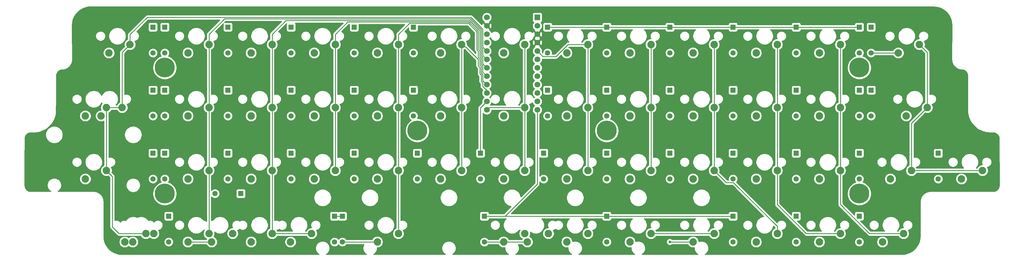
<source format=gbr>
G04 #@! TF.GenerationSoftware,KiCad,Pcbnew,(5.1.4)-1*
G04 #@! TF.CreationDate,2021-01-05T14:29:53-08:00*
G04 #@! TF.ProjectId,The-BKF-Ortho,5468652d-424b-4462-9d4f-7274686f2e6b,rev?*
G04 #@! TF.SameCoordinates,Original*
G04 #@! TF.FileFunction,Copper,L2,Bot*
G04 #@! TF.FilePolarity,Positive*
%FSLAX46Y46*%
G04 Gerber Fmt 4.6, Leading zero omitted, Abs format (unit mm)*
G04 Created by KiCad (PCBNEW (5.1.4)-1) date 2021-01-05 14:29:53*
%MOMM*%
%LPD*%
G04 APERTURE LIST*
%ADD10C,6.000000*%
%ADD11C,2.250000*%
%ADD12R,1.600000X1.600000*%
%ADD13C,1.600000*%
%ADD14C,1.752600*%
%ADD15R,1.752600X1.752600*%
%ADD16C,0.800000*%
%ADD17C,0.250000*%
%ADD18C,0.254000*%
G04 APERTURE END LIST*
D10*
X121444260Y-104775440D03*
X254794820Y-85725360D03*
X254794820Y-123825520D03*
X45243940Y-123825520D03*
X178594500Y-104775440D03*
X45243940Y-85725360D03*
D11*
X154623160Y-138430560D03*
X160973160Y-135890560D03*
X83185360Y-138430560D03*
X89535360Y-135890560D03*
X59372760Y-138430560D03*
X65722760Y-135890560D03*
X35560160Y-138430560D03*
X41910160Y-135890560D03*
X147478750Y-119380000D03*
X153828750Y-116840000D03*
X147478750Y-138430000D03*
X153828750Y-135890000D03*
X21272500Y-119380000D03*
X27622500Y-116840000D03*
X21272500Y-100330000D03*
X27622500Y-97790000D03*
X166528750Y-138430000D03*
X172878750Y-135890000D03*
X185578750Y-138430000D03*
X191928750Y-135890000D03*
X204628750Y-138430000D03*
X210978750Y-135890000D03*
X109378750Y-138430000D03*
X115728750Y-135890000D03*
D12*
X278606484Y-111590722D03*
D13*
X278606484Y-119390722D03*
D12*
X254793964Y-130640738D03*
D13*
X254793964Y-138440738D03*
D14*
X142398750Y-70564375D03*
X157638750Y-98504375D03*
X142398750Y-73104375D03*
X142398750Y-75644375D03*
X142398750Y-78184375D03*
X142398750Y-80724375D03*
X142398750Y-83264375D03*
X142398750Y-85804375D03*
X142398750Y-88344375D03*
X142398750Y-90884375D03*
X142398750Y-93424375D03*
X142398750Y-95964375D03*
X142398750Y-98504375D03*
X157638750Y-95964375D03*
X157638750Y-93424375D03*
X157638750Y-90884375D03*
X157638750Y-88344375D03*
X157638750Y-85804375D03*
X157638750Y-83264375D03*
X157638750Y-80724375D03*
X157638750Y-78184375D03*
X157638750Y-75644375D03*
X157638750Y-73104375D03*
D15*
X157638750Y-70564375D03*
D11*
X285591250Y-119380000D03*
X291941250Y-116840000D03*
X261778750Y-138430000D03*
X268128750Y-135890000D03*
X242728750Y-138430000D03*
X249078750Y-135890000D03*
X223678750Y-138430000D03*
X230028750Y-135890000D03*
X71278750Y-138430000D03*
X77628750Y-135890000D03*
X52228750Y-138430000D03*
X58578750Y-135890000D03*
X33178750Y-138430000D03*
X39528750Y-135890000D03*
X264160000Y-119380000D03*
X270510000Y-116840000D03*
X242728750Y-119380000D03*
X249078750Y-116840000D03*
X223678750Y-119380000D03*
X230028750Y-116840000D03*
X204628750Y-119380000D03*
X210978750Y-116840000D03*
X185578750Y-119380000D03*
X191928750Y-116840000D03*
X166528750Y-119380000D03*
X172878750Y-116840000D03*
X128428750Y-119380000D03*
X134778750Y-116840000D03*
X109378750Y-119380000D03*
X115728750Y-116840000D03*
X90328750Y-119380000D03*
X96678750Y-116840000D03*
X71278750Y-119380000D03*
X77628750Y-116840000D03*
X52228750Y-119380000D03*
X58578750Y-116840000D03*
X268922500Y-100330000D03*
X275272500Y-97790000D03*
X242728750Y-100330000D03*
X249078750Y-97790000D03*
X223678750Y-100330000D03*
X230028750Y-97790000D03*
X204628750Y-100330000D03*
X210978750Y-97790000D03*
X185578750Y-100330000D03*
X191928750Y-97790000D03*
X166528750Y-100330000D03*
X172878750Y-97790000D03*
X147478750Y-100330000D03*
X153828750Y-97790000D03*
X128428750Y-100330000D03*
X134778750Y-97790000D03*
X109378750Y-100330000D03*
X115728750Y-97790000D03*
X90328750Y-100330000D03*
X96678750Y-97790000D03*
X71278750Y-100330000D03*
X77628750Y-97790000D03*
X52228750Y-100330000D03*
X58578750Y-97790000D03*
X26035000Y-100330000D03*
X32385000Y-97790000D03*
X266541250Y-81280000D03*
X272891250Y-78740000D03*
X242728750Y-81280000D03*
X249078750Y-78740000D03*
X223678750Y-81280000D03*
X230028750Y-78740000D03*
X204628750Y-81280000D03*
X210978750Y-78740000D03*
X185578750Y-81280000D03*
X191928750Y-78740000D03*
X166528750Y-81280000D03*
X172878750Y-78740000D03*
X147478750Y-81280000D03*
X153828750Y-78740000D03*
X128428750Y-81280000D03*
X134778750Y-78740000D03*
X109378750Y-81280000D03*
X115728750Y-78740000D03*
X90328750Y-81280000D03*
X96678750Y-78740000D03*
X71278750Y-81280000D03*
X77628750Y-78740000D03*
X52228750Y-81280000D03*
X58578750Y-78740000D03*
X28416250Y-81280000D03*
X34766250Y-78740000D03*
D12*
X235743948Y-130640738D03*
D13*
X235743948Y-138440738D03*
D12*
X216693932Y-130640738D03*
D13*
X216693932Y-138440738D03*
D12*
X178593900Y-130640738D03*
D13*
X178593900Y-138440738D03*
D12*
X141684494Y-130640738D03*
D13*
X141684494Y-138440738D03*
D12*
X98821958Y-130640738D03*
D13*
X98821958Y-138440738D03*
D12*
X96440706Y-130640738D03*
D13*
X96440706Y-138440738D03*
D12*
X68193804Y-123825104D03*
D13*
X60393804Y-123825104D03*
D12*
X46434570Y-130641190D03*
D13*
X46434570Y-138441190D03*
D12*
X254793750Y-111590625D03*
D13*
X254793750Y-119390625D03*
D12*
X235743750Y-111590625D03*
D13*
X235743750Y-119390625D03*
D12*
X216693750Y-111590625D03*
D13*
X216693750Y-119390625D03*
D12*
X197643750Y-111590625D03*
D13*
X197643750Y-119390625D03*
D12*
X178593750Y-111590625D03*
D13*
X178593750Y-119390625D03*
D12*
X159543750Y-111590625D03*
D13*
X159543750Y-119390625D03*
D12*
X140493750Y-111590625D03*
D13*
X140493750Y-119390625D03*
D12*
X121443750Y-111590625D03*
D13*
X121443750Y-119390625D03*
D12*
X102393750Y-111590625D03*
D13*
X102393750Y-119390625D03*
D12*
X83343750Y-111590625D03*
D13*
X83343750Y-119390625D03*
D12*
X64293750Y-111590625D03*
D13*
X64293750Y-119390625D03*
D12*
X45243750Y-111590625D03*
D13*
X45243750Y-119390625D03*
D12*
X41671875Y-111590625D03*
D13*
X41671875Y-119390625D03*
D12*
X258365625Y-92540625D03*
D13*
X258365625Y-100340625D03*
D12*
X254793750Y-92540625D03*
D13*
X254793750Y-100340625D03*
D12*
X235743750Y-92540625D03*
D13*
X235743750Y-100340625D03*
D12*
X216693750Y-92540625D03*
D13*
X216693750Y-100340625D03*
D12*
X197643750Y-92540625D03*
D13*
X197643750Y-100340625D03*
D12*
X178593750Y-92540625D03*
D13*
X178593750Y-100340625D03*
D12*
X160734375Y-92540625D03*
D13*
X160734375Y-100340625D03*
D12*
X120253125Y-92540625D03*
D13*
X120253125Y-100340625D03*
D12*
X102393750Y-92540625D03*
D13*
X102393750Y-100340625D03*
D12*
X83343750Y-92540625D03*
D13*
X83343750Y-100340625D03*
D12*
X64293750Y-92540625D03*
D13*
X64293750Y-100340625D03*
D12*
X45243750Y-92540625D03*
D13*
X45243750Y-100340625D03*
D12*
X41671875Y-92540625D03*
D13*
X41671875Y-100340625D03*
D12*
X258365625Y-73490625D03*
D13*
X258365625Y-81290625D03*
D12*
X254793750Y-73490625D03*
D13*
X254793750Y-81290625D03*
D12*
X235743750Y-73490625D03*
D13*
X235743750Y-81290625D03*
D12*
X216693750Y-73490625D03*
D13*
X216693750Y-81290625D03*
D12*
X197643750Y-73490625D03*
D13*
X197643750Y-81290625D03*
D12*
X178593750Y-73490625D03*
D13*
X178593750Y-81290625D03*
D12*
X160734375Y-73490625D03*
D13*
X160734375Y-81290625D03*
D12*
X120253125Y-73490625D03*
D13*
X120253125Y-81290625D03*
D12*
X102393750Y-73490625D03*
D13*
X102393750Y-81290625D03*
D12*
X83343750Y-73490625D03*
D13*
X83343750Y-81290625D03*
D12*
X64293750Y-73490625D03*
D13*
X64293750Y-81290625D03*
D12*
X45243750Y-73490625D03*
D13*
X45243750Y-81290625D03*
D12*
X41671875Y-73490625D03*
D13*
X41671875Y-81290625D03*
D16*
X197612000Y-138430000D03*
D17*
X258376250Y-81280000D02*
X258365625Y-81290625D01*
X266541250Y-81280000D02*
X258376250Y-81280000D01*
X59372200Y-138430000D02*
X59372760Y-138430560D01*
X52228750Y-138430000D02*
X59372200Y-138430000D01*
X98821958Y-138440738D02*
X109368012Y-138440738D01*
X166518125Y-138440625D02*
X166528750Y-138430000D01*
X147468012Y-138440738D02*
X147478750Y-138430000D01*
X141684494Y-138440738D02*
X147468012Y-138440738D01*
X154622600Y-138430000D02*
X154623160Y-138430560D01*
X147478750Y-138430000D02*
X154622600Y-138430000D01*
X185589375Y-138440625D02*
X185578750Y-138430000D01*
X204618125Y-138440625D02*
X204628750Y-138430000D01*
X198177685Y-138430000D02*
X204628750Y-138430000D01*
X197612000Y-138430000D02*
X198177685Y-138430000D01*
X160734375Y-73490625D02*
X254793750Y-73490625D01*
X140493750Y-97869375D02*
X140493750Y-111590625D01*
X142398750Y-95964375D02*
X140493750Y-97869375D01*
X178593900Y-130640738D02*
X216693932Y-130640738D01*
X96440706Y-130640738D02*
X98821958Y-130640738D01*
X142734494Y-130640738D02*
X178593900Y-130640738D01*
X142734494Y-130640738D02*
X141684494Y-130640738D01*
X147904986Y-130640738D02*
X142734494Y-130640738D01*
X157638750Y-120906974D02*
X147904986Y-130640738D01*
X157638750Y-98504375D02*
X157638750Y-120906974D01*
X30794010Y-97790000D02*
X27622500Y-97790000D01*
X32385000Y-97790000D02*
X30794010Y-97790000D01*
X27622500Y-99380990D02*
X27622500Y-116840000D01*
X27622500Y-97790000D02*
X27622500Y-99380990D01*
X32385000Y-81121250D02*
X34766250Y-78740000D01*
X32385000Y-97790000D02*
X32385000Y-81121250D01*
X141522451Y-79848076D02*
X142398750Y-80724375D01*
X34766250Y-78740000D02*
X34766250Y-75756770D01*
X34766250Y-75756770D02*
X39957433Y-70565587D01*
X137654608Y-70565588D02*
X141197449Y-74108429D01*
X141197449Y-74108429D02*
X141197449Y-79523074D01*
X39957433Y-70565587D02*
X137654608Y-70565588D01*
X141197449Y-79523074D02*
X141522451Y-79848076D01*
X29438749Y-118656249D02*
X27622500Y-116840000D01*
X29438749Y-133926001D02*
X29438749Y-118656249D01*
X39528750Y-135890000D02*
X31402748Y-135890000D01*
X31402748Y-135890000D02*
X29438749Y-133926001D01*
X58578750Y-96199010D02*
X58578750Y-78740000D01*
X58578750Y-97790000D02*
X58578750Y-96199010D01*
X58578750Y-116840000D02*
X58578750Y-97790000D01*
X63257152Y-71015596D02*
X58578750Y-75693998D01*
X142398750Y-83264375D02*
X141197449Y-82063074D01*
X141197449Y-82063074D02*
X141197449Y-80159484D01*
X141197449Y-80159484D02*
X140747439Y-79709474D01*
X58578750Y-75693998D02*
X58578750Y-78740000D01*
X140747439Y-79709474D02*
X140747439Y-74294829D01*
X140747439Y-74294829D02*
X137468207Y-71015597D01*
X137468207Y-71015597D02*
X63257152Y-71015596D01*
X58578750Y-116840000D02*
X58578750Y-135890000D01*
X77628750Y-116840000D02*
X77628750Y-97790000D01*
X77628750Y-97790000D02*
X77628750Y-78740000D01*
X141197449Y-84603074D02*
X141522451Y-84928076D01*
X141197449Y-82699484D02*
X141197449Y-84603074D01*
X77628750Y-78740000D02*
X77628750Y-75693998D01*
X77628750Y-75693998D02*
X81857142Y-71465606D01*
X81857142Y-71465606D02*
X137281806Y-71465606D01*
X141522451Y-84928076D02*
X142398750Y-85804375D01*
X140935322Y-82437358D02*
X140747439Y-82249474D01*
X140935322Y-82437358D02*
X141197449Y-82699484D01*
X140747439Y-82249474D02*
X140747439Y-80345884D01*
X140297428Y-79895872D02*
X140410108Y-80008552D01*
X140097370Y-74281170D02*
X140297428Y-74481228D01*
X140297428Y-74481228D02*
X140297428Y-79895872D01*
X137281806Y-71465606D02*
X140097370Y-74281170D01*
X140097370Y-74281170D02*
X140297429Y-74481229D01*
X140747439Y-80345884D02*
X140410108Y-80008552D01*
X140410108Y-80008552D02*
X140297429Y-79895874D01*
X77628750Y-116840000D02*
X77628750Y-135890000D01*
X89534800Y-135890000D02*
X89535360Y-135890560D01*
X77628750Y-135890000D02*
X89534800Y-135890000D01*
X96678750Y-116840000D02*
X96678750Y-97790000D01*
X96678750Y-97790000D02*
X96678750Y-78740000D01*
X141197449Y-87143074D02*
X142398750Y-88344375D01*
X141197449Y-85239484D02*
X141197449Y-87143074D01*
X140747439Y-84789474D02*
X141197449Y-85239484D01*
X140747439Y-82922929D02*
X140747439Y-84789474D01*
X140297429Y-82472919D02*
X140747439Y-82922929D01*
X96678750Y-78740000D02*
X96678750Y-75693998D01*
X96678750Y-75693998D02*
X100457134Y-71915614D01*
X140297429Y-80532283D02*
X140297429Y-82472919D01*
X100457134Y-71915614D02*
X137095405Y-71915615D01*
X137095405Y-71915615D02*
X139847419Y-74667629D01*
X139847419Y-74667629D02*
X139847419Y-80082273D01*
X139847419Y-80082273D02*
X140297429Y-80532283D01*
X115728750Y-116840000D02*
X115728750Y-97790000D01*
X115728750Y-97790000D02*
X115728750Y-78740000D01*
X115728750Y-135890000D02*
X115728750Y-116840000D01*
X141522451Y-90008076D02*
X142398750Y-90884375D01*
X141197449Y-89683074D02*
X141522451Y-90008076D01*
X140297430Y-84975875D02*
X140747439Y-85425884D01*
X140297429Y-83109329D02*
X140297430Y-84975875D01*
X139847419Y-82659319D02*
X140297429Y-83109329D01*
X139847419Y-80718683D02*
X139847419Y-82659319D01*
X140747439Y-87379499D02*
X141197449Y-87829509D01*
X115728750Y-78740000D02*
X115728750Y-75693998D01*
X115728750Y-75693998D02*
X119057124Y-72365624D01*
X119057124Y-72365624D02*
X136909004Y-72365624D01*
X140747439Y-85425884D02*
X140747439Y-87379499D01*
X136909004Y-72365624D02*
X139397409Y-74854029D01*
X141197449Y-87829509D02*
X141197449Y-89683074D01*
X139397409Y-74854029D02*
X139397410Y-80268674D01*
X139397410Y-80268674D02*
X139847419Y-80718683D01*
X134778750Y-113793998D02*
X134778750Y-97790000D01*
X134778750Y-116840000D02*
X134778750Y-113793998D01*
X134778750Y-97790000D02*
X134778750Y-78740000D01*
X139847421Y-83295731D02*
X136002890Y-79451200D01*
X135489950Y-79451200D02*
X134778750Y-78740000D01*
X139847421Y-85162274D02*
X139847421Y-83295731D01*
X140297429Y-85612284D02*
X139847421Y-85162274D01*
X140297429Y-87565899D02*
X140297429Y-85612284D01*
X136002890Y-79451200D02*
X135489950Y-79451200D01*
X142398750Y-92662301D02*
X141152880Y-91416431D01*
X142398750Y-93424375D02*
X142398750Y-92662301D01*
X141152880Y-91416431D02*
X141152880Y-90274915D01*
X141152880Y-90274915D02*
X140747439Y-89869474D01*
X140747439Y-89869474D02*
X140747439Y-88015909D01*
X140747439Y-88015909D02*
X140297429Y-87565899D01*
X153828750Y-116840000D02*
X153828750Y-97790000D01*
X153828750Y-97790000D02*
X153828750Y-78740000D01*
X143113125Y-97790000D02*
X142398750Y-98504375D01*
X153828750Y-97790000D02*
X143113125Y-97790000D01*
X172878750Y-116840000D02*
X172878750Y-97790000D01*
X172878750Y-96199010D02*
X172878750Y-78740000D01*
X172878750Y-97790000D02*
X172878750Y-96199010D01*
X158515049Y-81600674D02*
X157638750Y-80724375D01*
X159330001Y-82415626D02*
X158515049Y-81600674D01*
X163247122Y-82415626D02*
X159330001Y-82415626D01*
X166922748Y-78740000D02*
X163247122Y-82415626D01*
X172878750Y-78740000D02*
X166922748Y-78740000D01*
X191928750Y-116840000D02*
X191928750Y-97790000D01*
X191928750Y-97790000D02*
X191928750Y-78740000D01*
X191928750Y-135890000D02*
X210978750Y-135890000D01*
X210978750Y-115249010D02*
X210978750Y-97790000D01*
X210978750Y-116840000D02*
X210978750Y-115249010D01*
X210978750Y-97790000D02*
X210978750Y-78740000D01*
X212103749Y-117964999D02*
X210978750Y-116840000D01*
X214654376Y-120515626D02*
X212103749Y-117964999D01*
X216816350Y-120515626D02*
X214654376Y-120515626D01*
X230028750Y-133728026D02*
X216816350Y-120515626D01*
X230028750Y-135890000D02*
X230028750Y-133728026D01*
X230028750Y-116840000D02*
X230028750Y-97790000D01*
X230028750Y-97790000D02*
X230028750Y-78740000D01*
X247487760Y-135890000D02*
X249078750Y-135890000D01*
X238808208Y-135890000D02*
X247487760Y-135890000D01*
X230028750Y-127110542D02*
X238808208Y-135890000D01*
X230028750Y-116840000D02*
X230028750Y-127110542D01*
X249078750Y-78740000D02*
X249078750Y-97790000D01*
X249078750Y-97790000D02*
X249078750Y-116840000D01*
X266537760Y-135890000D02*
X268128750Y-135890000D01*
X257858224Y-135890000D02*
X266537760Y-135890000D01*
X249078750Y-127110526D02*
X257858224Y-135890000D01*
X249078750Y-116840000D02*
X249078750Y-127110526D01*
X275272500Y-81121250D02*
X275272500Y-97790000D01*
X272891250Y-78740000D02*
X275272500Y-81121250D01*
X291941250Y-116840000D02*
X270510000Y-116840000D01*
X270510000Y-102552500D02*
X270510000Y-116840000D01*
X275272500Y-97790000D02*
X270510000Y-102552500D01*
D18*
G36*
X277081249Y-67342617D02*
G01*
X277996718Y-67404957D01*
X278861832Y-67606207D01*
X279683641Y-67943182D01*
X280441003Y-68407215D01*
X281114439Y-68986372D01*
X281686607Y-69665738D01*
X282142803Y-70427853D01*
X282471282Y-71253101D01*
X282664943Y-72126334D01*
X282717567Y-72813076D01*
X282687069Y-83251050D01*
X282687916Y-83259918D01*
X282688058Y-83262417D01*
X282714474Y-83676604D01*
X282723381Y-83731296D01*
X282730784Y-83786201D01*
X282732964Y-83795154D01*
X282849966Y-84261658D01*
X282870099Y-84317952D01*
X282889466Y-84374583D01*
X282893344Y-84382943D01*
X283098728Y-84817835D01*
X283129423Y-84869164D01*
X283159410Y-84920937D01*
X283164837Y-84928385D01*
X283450781Y-85315103D01*
X283490881Y-85359514D01*
X283530335Y-85404456D01*
X283537105Y-85410707D01*
X283892717Y-85734519D01*
X283940649Y-85770272D01*
X283988110Y-85806718D01*
X283995966Y-85811536D01*
X284407701Y-86060109D01*
X284461679Y-86085878D01*
X284515300Y-86112403D01*
X284523942Y-86115603D01*
X284976117Y-86279470D01*
X285034071Y-86294264D01*
X285091827Y-86309870D01*
X285100925Y-86311331D01*
X285520802Y-86375733D01*
X285538180Y-86381262D01*
X285635006Y-86392121D01*
X285960298Y-86396517D01*
X286289399Y-86482458D01*
X286606975Y-86636222D01*
X286888643Y-86848747D01*
X287123658Y-87111925D01*
X287303083Y-87415744D01*
X287420080Y-87748632D01*
X287473527Y-88121156D01*
X287475082Y-88208642D01*
X287515822Y-99483423D01*
X287525722Y-99580352D01*
X287537123Y-99617452D01*
X287739841Y-100528847D01*
X287746354Y-100549965D01*
X287750864Y-100571604D01*
X287770334Y-100628230D01*
X288136452Y-101554177D01*
X288146625Y-101574875D01*
X288154876Y-101596399D01*
X288183148Y-101649184D01*
X288692598Y-102504684D01*
X288705944Y-102523482D01*
X288717535Y-102543418D01*
X288753883Y-102591004D01*
X289393559Y-103354048D01*
X289409743Y-103370474D01*
X289424368Y-103388296D01*
X289467856Y-103429458D01*
X290221299Y-104080415D01*
X290239896Y-104094039D01*
X290257187Y-104109297D01*
X290306697Y-104142977D01*
X291154524Y-104665098D01*
X291175063Y-104675575D01*
X291194569Y-104687871D01*
X291248827Y-104713202D01*
X292169225Y-105093054D01*
X292191176Y-105100113D01*
X292212394Y-105109131D01*
X292269995Y-105125458D01*
X292270006Y-105125462D01*
X292270012Y-105125463D01*
X293239293Y-105353274D01*
X293262088Y-105356732D01*
X293284480Y-105362243D01*
X293343959Y-105369152D01*
X294337203Y-105439062D01*
X294343917Y-105438995D01*
X294364714Y-105440609D01*
X295202976Y-105423249D01*
X295576836Y-105467955D01*
X295911464Y-105576803D01*
X296218579Y-105748577D01*
X296486481Y-105976731D01*
X296704965Y-106252576D01*
X296865710Y-106565603D01*
X296962593Y-106903899D01*
X296995011Y-107291476D01*
X297012701Y-121356995D01*
X296967062Y-121738666D01*
X296858373Y-122072802D01*
X296686852Y-122379466D01*
X296459034Y-122646975D01*
X296183592Y-122865140D01*
X295871020Y-123025651D01*
X295532915Y-123122481D01*
X295150680Y-123154833D01*
X276364470Y-123149767D01*
X276363810Y-123149680D01*
X276354598Y-123149440D01*
X276347113Y-123149297D01*
X276341231Y-123149761D01*
X276309599Y-123149752D01*
X276298335Y-123150858D01*
X276290847Y-123150622D01*
X276281656Y-123151296D01*
X275802249Y-123189808D01*
X275743389Y-123200391D01*
X275684356Y-123210156D01*
X275675472Y-123212603D01*
X275212676Y-123343499D01*
X275157015Y-123365304D01*
X275100981Y-123386358D01*
X275092741Y-123390484D01*
X274664182Y-123608779D01*
X274613796Y-123640994D01*
X274562941Y-123672516D01*
X274555659Y-123678164D01*
X274177663Y-123975540D01*
X274134492Y-124016930D01*
X274090729Y-124057729D01*
X274084682Y-124064684D01*
X273771646Y-124429818D01*
X273737345Y-124478792D01*
X273702331Y-124527327D01*
X273697751Y-124535324D01*
X273461598Y-124954306D01*
X273437455Y-125009028D01*
X273412543Y-125063421D01*
X273409603Y-125072155D01*
X273259328Y-125529027D01*
X273246274Y-125587396D01*
X273232401Y-125645593D01*
X273231213Y-125654732D01*
X273179745Y-126073475D01*
X273176790Y-126083218D01*
X273167240Y-126180182D01*
X273167241Y-136569528D01*
X273104709Y-137484767D01*
X272903358Y-138349438D01*
X272566354Y-139170789D01*
X272102366Y-139927696D01*
X271523331Y-140600682D01*
X270844150Y-141172434D01*
X270082286Y-141628246D01*
X269257354Y-141956383D01*
X268384501Y-142149754D01*
X267695912Y-142202301D01*
X208258313Y-142203585D01*
X208545032Y-142012004D01*
X208845754Y-141711282D01*
X209082031Y-141357670D01*
X209244780Y-140964757D01*
X209327750Y-140547643D01*
X209327750Y-140122357D01*
X209244780Y-139705243D01*
X209082031Y-139312330D01*
X208845754Y-138958718D01*
X208545032Y-138657996D01*
X208191420Y-138421719D01*
X207896122Y-138299403D01*
X215258932Y-138299403D01*
X215258932Y-138582073D01*
X215314079Y-138859312D01*
X215422252Y-139120465D01*
X215579295Y-139355497D01*
X215779173Y-139555375D01*
X216014205Y-139712418D01*
X216275358Y-139820591D01*
X216552597Y-139875738D01*
X216835267Y-139875738D01*
X217112506Y-139820591D01*
X217373659Y-139712418D01*
X217608691Y-139555375D01*
X217808569Y-139355497D01*
X217965612Y-139120465D01*
X218073785Y-138859312D01*
X218128932Y-138582073D01*
X218128932Y-138299403D01*
X218120429Y-138256655D01*
X221918750Y-138256655D01*
X221918750Y-138603345D01*
X221986386Y-138943373D01*
X222119058Y-139263673D01*
X222311669Y-139551935D01*
X222556815Y-139797081D01*
X222845077Y-139989692D01*
X223165377Y-140122364D01*
X223505405Y-140190000D01*
X223852095Y-140190000D01*
X224192123Y-140122364D01*
X224512423Y-139989692D01*
X224800685Y-139797081D01*
X225045831Y-139551935D01*
X225238442Y-139263673D01*
X225371114Y-138943373D01*
X225438750Y-138603345D01*
X225438750Y-138299403D01*
X234308948Y-138299403D01*
X234308948Y-138582073D01*
X234364095Y-138859312D01*
X234472268Y-139120465D01*
X234629311Y-139355497D01*
X234829189Y-139555375D01*
X235064221Y-139712418D01*
X235325374Y-139820591D01*
X235602613Y-139875738D01*
X235885283Y-139875738D01*
X236162522Y-139820591D01*
X236423675Y-139712418D01*
X236658707Y-139555375D01*
X236858585Y-139355497D01*
X237015628Y-139120465D01*
X237123801Y-138859312D01*
X237178948Y-138582073D01*
X237178948Y-138299403D01*
X237170445Y-138256655D01*
X240968750Y-138256655D01*
X240968750Y-138603345D01*
X241036386Y-138943373D01*
X241169058Y-139263673D01*
X241361669Y-139551935D01*
X241606815Y-139797081D01*
X241895077Y-139989692D01*
X242215377Y-140122364D01*
X242555405Y-140190000D01*
X242902095Y-140190000D01*
X243242123Y-140122364D01*
X243562423Y-139989692D01*
X243850685Y-139797081D01*
X244095831Y-139551935D01*
X244288442Y-139263673D01*
X244421114Y-138943373D01*
X244488750Y-138603345D01*
X244488750Y-138299403D01*
X253358964Y-138299403D01*
X253358964Y-138582073D01*
X253414111Y-138859312D01*
X253522284Y-139120465D01*
X253679327Y-139355497D01*
X253879205Y-139555375D01*
X254114237Y-139712418D01*
X254375390Y-139820591D01*
X254652629Y-139875738D01*
X254935299Y-139875738D01*
X255212538Y-139820591D01*
X255473691Y-139712418D01*
X255708723Y-139555375D01*
X255908601Y-139355497D01*
X256065644Y-139120465D01*
X256173817Y-138859312D01*
X256228964Y-138582073D01*
X256228964Y-138299403D01*
X256220461Y-138256655D01*
X260018750Y-138256655D01*
X260018750Y-138603345D01*
X260086386Y-138943373D01*
X260219058Y-139263673D01*
X260411669Y-139551935D01*
X260656815Y-139797081D01*
X260945077Y-139989692D01*
X261265377Y-140122364D01*
X261605405Y-140190000D01*
X261952095Y-140190000D01*
X262292123Y-140122364D01*
X262612423Y-139989692D01*
X262900685Y-139797081D01*
X263145831Y-139551935D01*
X263338442Y-139263673D01*
X263471114Y-138943373D01*
X263538750Y-138603345D01*
X263538750Y-138256655D01*
X263471114Y-137916627D01*
X263338442Y-137596327D01*
X263145831Y-137308065D01*
X262900685Y-137062919D01*
X262612423Y-136870308D01*
X262292123Y-136737636D01*
X261952095Y-136670000D01*
X261605405Y-136670000D01*
X261265377Y-136737636D01*
X260945077Y-136870308D01*
X260656815Y-137062919D01*
X260411669Y-137308065D01*
X260219058Y-137596327D01*
X260086386Y-137916627D01*
X260018750Y-138256655D01*
X256220461Y-138256655D01*
X256173817Y-138022164D01*
X256065644Y-137761011D01*
X255908601Y-137525979D01*
X255708723Y-137326101D01*
X255473691Y-137169058D01*
X255212538Y-137060885D01*
X254935299Y-137005738D01*
X254652629Y-137005738D01*
X254375390Y-137060885D01*
X254114237Y-137169058D01*
X253879205Y-137326101D01*
X253679327Y-137525979D01*
X253522284Y-137761011D01*
X253414111Y-138022164D01*
X253358964Y-138299403D01*
X244488750Y-138299403D01*
X244488750Y-138256655D01*
X244421114Y-137916627D01*
X244288442Y-137596327D01*
X244095831Y-137308065D01*
X243850685Y-137062919D01*
X243562423Y-136870308D01*
X243242123Y-136737636D01*
X242902095Y-136670000D01*
X242555405Y-136670000D01*
X242215377Y-136737636D01*
X241895077Y-136870308D01*
X241606815Y-137062919D01*
X241361669Y-137308065D01*
X241169058Y-137596327D01*
X241036386Y-137916627D01*
X240968750Y-138256655D01*
X237170445Y-138256655D01*
X237123801Y-138022164D01*
X237015628Y-137761011D01*
X236858585Y-137525979D01*
X236658707Y-137326101D01*
X236423675Y-137169058D01*
X236162522Y-137060885D01*
X235885283Y-137005738D01*
X235602613Y-137005738D01*
X235325374Y-137060885D01*
X235064221Y-137169058D01*
X234829189Y-137326101D01*
X234629311Y-137525979D01*
X234472268Y-137761011D01*
X234364095Y-138022164D01*
X234308948Y-138299403D01*
X225438750Y-138299403D01*
X225438750Y-138256655D01*
X225371114Y-137916627D01*
X225238442Y-137596327D01*
X225045831Y-137308065D01*
X224800685Y-137062919D01*
X224512423Y-136870308D01*
X224192123Y-136737636D01*
X223852095Y-136670000D01*
X223505405Y-136670000D01*
X223165377Y-136737636D01*
X222845077Y-136870308D01*
X222556815Y-137062919D01*
X222311669Y-137308065D01*
X222119058Y-137596327D01*
X221986386Y-137916627D01*
X221918750Y-138256655D01*
X218120429Y-138256655D01*
X218073785Y-138022164D01*
X217965612Y-137761011D01*
X217808569Y-137525979D01*
X217608691Y-137326101D01*
X217373659Y-137169058D01*
X217112506Y-137060885D01*
X216835267Y-137005738D01*
X216552597Y-137005738D01*
X216275358Y-137060885D01*
X216014205Y-137169058D01*
X215779173Y-137326101D01*
X215579295Y-137525979D01*
X215422252Y-137761011D01*
X215314079Y-138022164D01*
X215258932Y-138299403D01*
X207896122Y-138299403D01*
X207798507Y-138258970D01*
X207381393Y-138176000D01*
X206956107Y-138176000D01*
X206953292Y-138176560D01*
X206950417Y-138176560D01*
X206533303Y-138259530D01*
X206388750Y-138319405D01*
X206388750Y-138256655D01*
X206321114Y-137916627D01*
X206188442Y-137596327D01*
X205995831Y-137308065D01*
X205750685Y-137062919D01*
X205462423Y-136870308D01*
X205142123Y-136737636D01*
X204802095Y-136670000D01*
X204455405Y-136670000D01*
X204115377Y-136737636D01*
X203795077Y-136870308D01*
X203506815Y-137062919D01*
X203261669Y-137308065D01*
X203069058Y-137596327D01*
X203038542Y-137670000D01*
X198315711Y-137670000D01*
X198271774Y-137626063D01*
X198102256Y-137512795D01*
X197913898Y-137434774D01*
X197713939Y-137395000D01*
X197510061Y-137395000D01*
X197310102Y-137434774D01*
X197121744Y-137512795D01*
X196952226Y-137626063D01*
X196808063Y-137770226D01*
X196694795Y-137939744D01*
X196616774Y-138128102D01*
X196577000Y-138328061D01*
X196577000Y-138531939D01*
X196616774Y-138731898D01*
X196694795Y-138920256D01*
X196808063Y-139089774D01*
X196952226Y-139233937D01*
X197121744Y-139347205D01*
X197310102Y-139425226D01*
X197510061Y-139465000D01*
X197713939Y-139465000D01*
X197913898Y-139425226D01*
X198102256Y-139347205D01*
X198271774Y-139233937D01*
X198315711Y-139190000D01*
X203038542Y-139190000D01*
X203069058Y-139263673D01*
X203261669Y-139551935D01*
X203506815Y-139797081D01*
X203795077Y-139989692D01*
X204115377Y-140122364D01*
X204455405Y-140190000D01*
X204802095Y-140190000D01*
X205004060Y-140149827D01*
X205004060Y-140548203D01*
X205087030Y-140965317D01*
X205249779Y-141358230D01*
X205486056Y-141711842D01*
X205786778Y-142012564D01*
X206072730Y-142203632D01*
X189207697Y-142203996D01*
X189495032Y-142012004D01*
X189795754Y-141711282D01*
X190032031Y-141357670D01*
X190194780Y-140964757D01*
X190277750Y-140547643D01*
X190277750Y-140122357D01*
X190194780Y-139705243D01*
X190032031Y-139312330D01*
X189795754Y-138958718D01*
X189495032Y-138657996D01*
X189141420Y-138421719D01*
X188748507Y-138258970D01*
X188331393Y-138176000D01*
X187906107Y-138176000D01*
X187488993Y-138258970D01*
X187338750Y-138321202D01*
X187338750Y-138256655D01*
X187271114Y-137916627D01*
X187138442Y-137596327D01*
X186945831Y-137308065D01*
X186700685Y-137062919D01*
X186412423Y-136870308D01*
X186092123Y-136737636D01*
X185752095Y-136670000D01*
X185405405Y-136670000D01*
X185065377Y-136737636D01*
X184745077Y-136870308D01*
X184456815Y-137062919D01*
X184211669Y-137308065D01*
X184019058Y-137596327D01*
X183886386Y-137916627D01*
X183818750Y-138256655D01*
X183818750Y-138603345D01*
X183886386Y-138943373D01*
X184019058Y-139263673D01*
X184211669Y-139551935D01*
X184456815Y-139797081D01*
X184745077Y-139989692D01*
X185065377Y-140122364D01*
X185405405Y-140190000D01*
X185752095Y-140190000D01*
X185959750Y-140148695D01*
X185959750Y-140547643D01*
X186042720Y-140964757D01*
X186205469Y-141357670D01*
X186441746Y-141711282D01*
X186742468Y-142012004D01*
X187029873Y-142204043D01*
X170157082Y-142204407D01*
X170445032Y-142012004D01*
X170745754Y-141711282D01*
X170982031Y-141357670D01*
X171144780Y-140964757D01*
X171227750Y-140547643D01*
X171227750Y-140122357D01*
X171144780Y-139705243D01*
X170982031Y-139312330D01*
X170745754Y-138958718D01*
X170445032Y-138657996D01*
X170091420Y-138421719D01*
X169796122Y-138299403D01*
X177158900Y-138299403D01*
X177158900Y-138582073D01*
X177214047Y-138859312D01*
X177322220Y-139120465D01*
X177479263Y-139355497D01*
X177679141Y-139555375D01*
X177914173Y-139712418D01*
X178175326Y-139820591D01*
X178452565Y-139875738D01*
X178735235Y-139875738D01*
X179012474Y-139820591D01*
X179273627Y-139712418D01*
X179508659Y-139555375D01*
X179708537Y-139355497D01*
X179865580Y-139120465D01*
X179973753Y-138859312D01*
X180028900Y-138582073D01*
X180028900Y-138299403D01*
X179973753Y-138022164D01*
X179865580Y-137761011D01*
X179708537Y-137525979D01*
X179508659Y-137326101D01*
X179273627Y-137169058D01*
X179012474Y-137060885D01*
X178735235Y-137005738D01*
X178452565Y-137005738D01*
X178175326Y-137060885D01*
X177914173Y-137169058D01*
X177679141Y-137326101D01*
X177479263Y-137525979D01*
X177322220Y-137761011D01*
X177214047Y-138022164D01*
X177158900Y-138299403D01*
X169796122Y-138299403D01*
X169698507Y-138258970D01*
X169281393Y-138176000D01*
X168856107Y-138176000D01*
X168438993Y-138258970D01*
X168288750Y-138321202D01*
X168288750Y-138256655D01*
X168221114Y-137916627D01*
X168088442Y-137596327D01*
X167895831Y-137308065D01*
X167650685Y-137062919D01*
X167362423Y-136870308D01*
X167042123Y-136737636D01*
X166702095Y-136670000D01*
X166355405Y-136670000D01*
X166015377Y-136737636D01*
X165695077Y-136870308D01*
X165406815Y-137062919D01*
X165161669Y-137308065D01*
X164969058Y-137596327D01*
X164836386Y-137916627D01*
X164768750Y-138256655D01*
X164768750Y-138603345D01*
X164836386Y-138943373D01*
X164969058Y-139263673D01*
X165161669Y-139551935D01*
X165406815Y-139797081D01*
X165695077Y-139989692D01*
X166015377Y-140122364D01*
X166355405Y-140190000D01*
X166702095Y-140190000D01*
X166909750Y-140148695D01*
X166909750Y-140547643D01*
X166992720Y-140964757D01*
X167155469Y-141357670D01*
X167391746Y-141711282D01*
X167692468Y-142012004D01*
X167980489Y-142204454D01*
X151106466Y-142204818D01*
X151395032Y-142012004D01*
X151695754Y-141711282D01*
X151932031Y-141357670D01*
X152094780Y-140964757D01*
X152177750Y-140547643D01*
X152177750Y-140122357D01*
X152094780Y-139705243D01*
X151932031Y-139312330D01*
X151850292Y-139190000D01*
X153032720Y-139190000D01*
X153063468Y-139264233D01*
X153256079Y-139552495D01*
X153501225Y-139797641D01*
X153789487Y-139990252D01*
X154109787Y-140122924D01*
X154449815Y-140190560D01*
X154796505Y-140190560D01*
X155136533Y-140122924D01*
X155456833Y-139990252D01*
X155745095Y-139797641D01*
X155990241Y-139552495D01*
X156182852Y-139264233D01*
X156315524Y-138943933D01*
X156383160Y-138603905D01*
X156383160Y-138257215D01*
X156315524Y-137917187D01*
X156182852Y-137596887D01*
X155990241Y-137308625D01*
X155745095Y-137063479D01*
X155456833Y-136870868D01*
X155326235Y-136816773D01*
X155388442Y-136723673D01*
X155521114Y-136403373D01*
X155588750Y-136063345D01*
X155588750Y-135716655D01*
X155529947Y-135421033D01*
X155917909Y-135680261D01*
X156396338Y-135878433D01*
X156904236Y-135979460D01*
X157422084Y-135979460D01*
X157929982Y-135878433D01*
X158319196Y-135717215D01*
X159213160Y-135717215D01*
X159213160Y-136063905D01*
X159280796Y-136403933D01*
X159413468Y-136724233D01*
X159606079Y-137012495D01*
X159851225Y-137257641D01*
X160139487Y-137450252D01*
X160459787Y-137582924D01*
X160799815Y-137650560D01*
X161146505Y-137650560D01*
X161486533Y-137582924D01*
X161806833Y-137450252D01*
X162095095Y-137257641D01*
X162340241Y-137012495D01*
X162532852Y-136724233D01*
X162665524Y-136403933D01*
X162733160Y-136063905D01*
X162733160Y-135717215D01*
X162665524Y-135377187D01*
X162532852Y-135056887D01*
X162400522Y-134858841D01*
X162683611Y-134802531D01*
X162958413Y-134688704D01*
X163116374Y-134583158D01*
X163273497Y-134688144D01*
X163548299Y-134801971D01*
X163840028Y-134860000D01*
X164137472Y-134860000D01*
X164429201Y-134801971D01*
X164704003Y-134688144D01*
X164951319Y-134522893D01*
X165161643Y-134312569D01*
X165326894Y-134065253D01*
X165440721Y-133790451D01*
X165498750Y-133498722D01*
X165498750Y-133201278D01*
X165440721Y-132909549D01*
X165326894Y-132634747D01*
X165161643Y-132387431D01*
X164951319Y-132177107D01*
X164704003Y-132011856D01*
X164429201Y-131898029D01*
X164137472Y-131840000D01*
X163840028Y-131840000D01*
X163548299Y-131898029D01*
X163273497Y-132011856D01*
X163115536Y-132117402D01*
X162958413Y-132012416D01*
X162683611Y-131898589D01*
X162391882Y-131840560D01*
X162094438Y-131840560D01*
X161802709Y-131898589D01*
X161527907Y-132012416D01*
X161280591Y-132177667D01*
X161070267Y-132387991D01*
X160905016Y-132635307D01*
X160791189Y-132910109D01*
X160733160Y-133201838D01*
X160733160Y-133499282D01*
X160791189Y-133791011D01*
X160905016Y-134065813D01*
X160948278Y-134130560D01*
X160799815Y-134130560D01*
X160459787Y-134198196D01*
X160139487Y-134330868D01*
X159851225Y-134523479D01*
X159606079Y-134768625D01*
X159413468Y-135056887D01*
X159280796Y-135377187D01*
X159213160Y-135717215D01*
X158319196Y-135717215D01*
X158408411Y-135680261D01*
X158838986Y-135392560D01*
X159205160Y-135026386D01*
X159492861Y-134595811D01*
X159691033Y-134117382D01*
X159792060Y-133609484D01*
X159792060Y-133091636D01*
X159691033Y-132583738D01*
X159492861Y-132105309D01*
X159205160Y-131674734D01*
X158931164Y-131400738D01*
X167300186Y-131400738D01*
X167026750Y-131674174D01*
X166739049Y-132104749D01*
X166540877Y-132583178D01*
X166439850Y-133091076D01*
X166439850Y-133608924D01*
X166540877Y-134116822D01*
X166739049Y-134595251D01*
X167026750Y-135025826D01*
X167392924Y-135392000D01*
X167823499Y-135679701D01*
X168301928Y-135877873D01*
X168809826Y-135978900D01*
X169327674Y-135978900D01*
X169835572Y-135877873D01*
X170224786Y-135716655D01*
X171118750Y-135716655D01*
X171118750Y-136063345D01*
X171186386Y-136403373D01*
X171319058Y-136723673D01*
X171511669Y-137011935D01*
X171756815Y-137257081D01*
X172045077Y-137449692D01*
X172365377Y-137582364D01*
X172705405Y-137650000D01*
X173052095Y-137650000D01*
X173392123Y-137582364D01*
X173712423Y-137449692D01*
X174000685Y-137257081D01*
X174245831Y-137011935D01*
X174438442Y-136723673D01*
X174571114Y-136403373D01*
X174638750Y-136063345D01*
X174638750Y-135716655D01*
X174571114Y-135376627D01*
X174438442Y-135056327D01*
X174306112Y-134858281D01*
X174589201Y-134801971D01*
X174864003Y-134688144D01*
X175111319Y-134522893D01*
X175321643Y-134312569D01*
X175486894Y-134065253D01*
X175600721Y-133790451D01*
X175658750Y-133498722D01*
X175658750Y-133201278D01*
X181528750Y-133201278D01*
X181528750Y-133498722D01*
X181586779Y-133790451D01*
X181700606Y-134065253D01*
X181865857Y-134312569D01*
X182076181Y-134522893D01*
X182323497Y-134688144D01*
X182598299Y-134801971D01*
X182890028Y-134860000D01*
X183187472Y-134860000D01*
X183479201Y-134801971D01*
X183754003Y-134688144D01*
X184001319Y-134522893D01*
X184211643Y-134312569D01*
X184376894Y-134065253D01*
X184490721Y-133790451D01*
X184548750Y-133498722D01*
X184548750Y-133201278D01*
X184490721Y-132909549D01*
X184376894Y-132634747D01*
X184211643Y-132387431D01*
X184001319Y-132177107D01*
X183754003Y-132011856D01*
X183479201Y-131898029D01*
X183187472Y-131840000D01*
X182890028Y-131840000D01*
X182598299Y-131898029D01*
X182323497Y-132011856D01*
X182076181Y-132177107D01*
X181865857Y-132387431D01*
X181700606Y-132634747D01*
X181586779Y-132909549D01*
X181528750Y-133201278D01*
X175658750Y-133201278D01*
X175600721Y-132909549D01*
X175486894Y-132634747D01*
X175321643Y-132387431D01*
X175111319Y-132177107D01*
X174864003Y-132011856D01*
X174589201Y-131898029D01*
X174297472Y-131840000D01*
X174000028Y-131840000D01*
X173708299Y-131898029D01*
X173433497Y-132011856D01*
X173186181Y-132177107D01*
X172975857Y-132387431D01*
X172810606Y-132634747D01*
X172696779Y-132909549D01*
X172638750Y-133201278D01*
X172638750Y-133498722D01*
X172696779Y-133790451D01*
X172810606Y-134065253D01*
X172853868Y-134130000D01*
X172705405Y-134130000D01*
X172365377Y-134197636D01*
X172045077Y-134330308D01*
X171756815Y-134522919D01*
X171511669Y-134768065D01*
X171319058Y-135056327D01*
X171186386Y-135376627D01*
X171118750Y-135716655D01*
X170224786Y-135716655D01*
X170314001Y-135679701D01*
X170744576Y-135392000D01*
X171110750Y-135025826D01*
X171398451Y-134595251D01*
X171596623Y-134116822D01*
X171697650Y-133608924D01*
X171697650Y-133091076D01*
X171596623Y-132583178D01*
X171398451Y-132104749D01*
X171110750Y-131674174D01*
X170837314Y-131400738D01*
X177155828Y-131400738D01*
X177155828Y-131440738D01*
X177168088Y-131565220D01*
X177204398Y-131684918D01*
X177263363Y-131795232D01*
X177342715Y-131891923D01*
X177439406Y-131971275D01*
X177549720Y-132030240D01*
X177669418Y-132066550D01*
X177793900Y-132078810D01*
X179393900Y-132078810D01*
X179518382Y-132066550D01*
X179638080Y-132030240D01*
X179748394Y-131971275D01*
X179845085Y-131891923D01*
X179924437Y-131795232D01*
X179983402Y-131684918D01*
X180019712Y-131565220D01*
X180031972Y-131440738D01*
X180031972Y-131400738D01*
X186350186Y-131400738D01*
X186076750Y-131674174D01*
X185789049Y-132104749D01*
X185590877Y-132583178D01*
X185489850Y-133091076D01*
X185489850Y-133608924D01*
X185590877Y-134116822D01*
X185789049Y-134595251D01*
X186076750Y-135025826D01*
X186442924Y-135392000D01*
X186873499Y-135679701D01*
X187351928Y-135877873D01*
X187859826Y-135978900D01*
X188377674Y-135978900D01*
X188885572Y-135877873D01*
X189364001Y-135679701D01*
X189794576Y-135392000D01*
X190160750Y-135025826D01*
X190448451Y-134595251D01*
X190646623Y-134116822D01*
X190747650Y-133608924D01*
X190747650Y-133091076D01*
X190646623Y-132583178D01*
X190448451Y-132104749D01*
X190160750Y-131674174D01*
X189887314Y-131400738D01*
X205400186Y-131400738D01*
X205126750Y-131674174D01*
X204839049Y-132104749D01*
X204640877Y-132583178D01*
X204539850Y-133091076D01*
X204539850Y-133608924D01*
X204640877Y-134116822D01*
X204839049Y-134595251D01*
X205126750Y-135025826D01*
X205230924Y-135130000D01*
X193518958Y-135130000D01*
X193488442Y-135056327D01*
X193356112Y-134858281D01*
X193639201Y-134801971D01*
X193914003Y-134688144D01*
X194161319Y-134522893D01*
X194371643Y-134312569D01*
X194536894Y-134065253D01*
X194650721Y-133790451D01*
X194708750Y-133498722D01*
X194708750Y-133201278D01*
X200578750Y-133201278D01*
X200578750Y-133498722D01*
X200636779Y-133790451D01*
X200750606Y-134065253D01*
X200915857Y-134312569D01*
X201126181Y-134522893D01*
X201373497Y-134688144D01*
X201648299Y-134801971D01*
X201940028Y-134860000D01*
X202237472Y-134860000D01*
X202529201Y-134801971D01*
X202804003Y-134688144D01*
X203051319Y-134522893D01*
X203261643Y-134312569D01*
X203426894Y-134065253D01*
X203540721Y-133790451D01*
X203598750Y-133498722D01*
X203598750Y-133201278D01*
X203540721Y-132909549D01*
X203426894Y-132634747D01*
X203261643Y-132387431D01*
X203051319Y-132177107D01*
X202804003Y-132011856D01*
X202529201Y-131898029D01*
X202237472Y-131840000D01*
X201940028Y-131840000D01*
X201648299Y-131898029D01*
X201373497Y-132011856D01*
X201126181Y-132177107D01*
X200915857Y-132387431D01*
X200750606Y-132634747D01*
X200636779Y-132909549D01*
X200578750Y-133201278D01*
X194708750Y-133201278D01*
X194650721Y-132909549D01*
X194536894Y-132634747D01*
X194371643Y-132387431D01*
X194161319Y-132177107D01*
X193914003Y-132011856D01*
X193639201Y-131898029D01*
X193347472Y-131840000D01*
X193050028Y-131840000D01*
X192758299Y-131898029D01*
X192483497Y-132011856D01*
X192236181Y-132177107D01*
X192025857Y-132387431D01*
X191860606Y-132634747D01*
X191746779Y-132909549D01*
X191688750Y-133201278D01*
X191688750Y-133498722D01*
X191746779Y-133790451D01*
X191860606Y-134065253D01*
X191903868Y-134130000D01*
X191755405Y-134130000D01*
X191415377Y-134197636D01*
X191095077Y-134330308D01*
X190806815Y-134522919D01*
X190561669Y-134768065D01*
X190369058Y-135056327D01*
X190236386Y-135376627D01*
X190168750Y-135716655D01*
X190168750Y-136063345D01*
X190236386Y-136403373D01*
X190369058Y-136723673D01*
X190561669Y-137011935D01*
X190806815Y-137257081D01*
X191095077Y-137449692D01*
X191415377Y-137582364D01*
X191755405Y-137650000D01*
X192102095Y-137650000D01*
X192442123Y-137582364D01*
X192762423Y-137449692D01*
X193050685Y-137257081D01*
X193295831Y-137011935D01*
X193488442Y-136723673D01*
X193518958Y-136650000D01*
X209388542Y-136650000D01*
X209419058Y-136723673D01*
X209611669Y-137011935D01*
X209856815Y-137257081D01*
X210145077Y-137449692D01*
X210465377Y-137582364D01*
X210805405Y-137650000D01*
X211152095Y-137650000D01*
X211492123Y-137582364D01*
X211812423Y-137449692D01*
X212100685Y-137257081D01*
X212345831Y-137011935D01*
X212538442Y-136723673D01*
X212671114Y-136403373D01*
X212738750Y-136063345D01*
X212738750Y-135716655D01*
X212671114Y-135376627D01*
X212538442Y-135056327D01*
X212406112Y-134858281D01*
X212689201Y-134801971D01*
X212964003Y-134688144D01*
X213211319Y-134522893D01*
X213421643Y-134312569D01*
X213586894Y-134065253D01*
X213700721Y-133790451D01*
X213758750Y-133498722D01*
X213758750Y-133201278D01*
X219628750Y-133201278D01*
X219628750Y-133498722D01*
X219686779Y-133790451D01*
X219800606Y-134065253D01*
X219965857Y-134312569D01*
X220176181Y-134522893D01*
X220423497Y-134688144D01*
X220698299Y-134801971D01*
X220990028Y-134860000D01*
X221287472Y-134860000D01*
X221579201Y-134801971D01*
X221854003Y-134688144D01*
X222101319Y-134522893D01*
X222311643Y-134312569D01*
X222476894Y-134065253D01*
X222590721Y-133790451D01*
X222648750Y-133498722D01*
X222648750Y-133201278D01*
X222590721Y-132909549D01*
X222476894Y-132634747D01*
X222311643Y-132387431D01*
X222101319Y-132177107D01*
X221854003Y-132011856D01*
X221579201Y-131898029D01*
X221287472Y-131840000D01*
X220990028Y-131840000D01*
X220698299Y-131898029D01*
X220423497Y-132011856D01*
X220176181Y-132177107D01*
X219965857Y-132387431D01*
X219800606Y-132634747D01*
X219686779Y-132909549D01*
X219628750Y-133201278D01*
X213758750Y-133201278D01*
X213700721Y-132909549D01*
X213586894Y-132634747D01*
X213421643Y-132387431D01*
X213211319Y-132177107D01*
X212964003Y-132011856D01*
X212689201Y-131898029D01*
X212397472Y-131840000D01*
X212100028Y-131840000D01*
X211808299Y-131898029D01*
X211533497Y-132011856D01*
X211286181Y-132177107D01*
X211075857Y-132387431D01*
X210910606Y-132634747D01*
X210796779Y-132909549D01*
X210738750Y-133201278D01*
X210738750Y-133498722D01*
X210796779Y-133790451D01*
X210910606Y-134065253D01*
X210953868Y-134130000D01*
X210805405Y-134130000D01*
X210465377Y-134197636D01*
X210145077Y-134330308D01*
X209856815Y-134522919D01*
X209611669Y-134768065D01*
X209419058Y-135056327D01*
X209388542Y-135130000D01*
X209106576Y-135130000D01*
X209210750Y-135025826D01*
X209498451Y-134595251D01*
X209696623Y-134116822D01*
X209797650Y-133608924D01*
X209797650Y-133091076D01*
X209696623Y-132583178D01*
X209498451Y-132104749D01*
X209210750Y-131674174D01*
X208937314Y-131400738D01*
X215255860Y-131400738D01*
X215255860Y-131440738D01*
X215268120Y-131565220D01*
X215304430Y-131684918D01*
X215363395Y-131795232D01*
X215442747Y-131891923D01*
X215539438Y-131971275D01*
X215649752Y-132030240D01*
X215769450Y-132066550D01*
X215893932Y-132078810D01*
X217493932Y-132078810D01*
X217618414Y-132066550D01*
X217738112Y-132030240D01*
X217848426Y-131971275D01*
X217945117Y-131891923D01*
X218024469Y-131795232D01*
X218083434Y-131684918D01*
X218119744Y-131565220D01*
X218132004Y-131440738D01*
X218132004Y-129840738D01*
X218119744Y-129716256D01*
X218083434Y-129596558D01*
X218024469Y-129486244D01*
X217945117Y-129389553D01*
X217848426Y-129310201D01*
X217738112Y-129251236D01*
X217618414Y-129214926D01*
X217493932Y-129202666D01*
X215893932Y-129202666D01*
X215769450Y-129214926D01*
X215649752Y-129251236D01*
X215539438Y-129310201D01*
X215442747Y-129389553D01*
X215363395Y-129486244D01*
X215304430Y-129596558D01*
X215268120Y-129716256D01*
X215255860Y-129840738D01*
X215255860Y-129880738D01*
X180031972Y-129880738D01*
X180031972Y-129840738D01*
X180019712Y-129716256D01*
X179983402Y-129596558D01*
X179924437Y-129486244D01*
X179845085Y-129389553D01*
X179748394Y-129310201D01*
X179638080Y-129251236D01*
X179518382Y-129214926D01*
X179393900Y-129202666D01*
X177793900Y-129202666D01*
X177669418Y-129214926D01*
X177549720Y-129251236D01*
X177439406Y-129310201D01*
X177342715Y-129389553D01*
X177263363Y-129486244D01*
X177204398Y-129596558D01*
X177168088Y-129716256D01*
X177155828Y-129840738D01*
X177155828Y-129880738D01*
X149739787Y-129880738D01*
X154784449Y-124836076D01*
X166439850Y-124836076D01*
X166439850Y-125353924D01*
X166540877Y-125861822D01*
X166739049Y-126340251D01*
X167026750Y-126770826D01*
X167392924Y-127137000D01*
X167823499Y-127424701D01*
X168301928Y-127622873D01*
X168809826Y-127723900D01*
X169327674Y-127723900D01*
X169835572Y-127622873D01*
X170314001Y-127424701D01*
X170744576Y-127137000D01*
X171110750Y-126770826D01*
X171398451Y-126340251D01*
X171596623Y-125861822D01*
X171697650Y-125353924D01*
X171697650Y-124836076D01*
X185489850Y-124836076D01*
X185489850Y-125353924D01*
X185590877Y-125861822D01*
X185789049Y-126340251D01*
X186076750Y-126770826D01*
X186442924Y-127137000D01*
X186873499Y-127424701D01*
X187351928Y-127622873D01*
X187859826Y-127723900D01*
X188377674Y-127723900D01*
X188885572Y-127622873D01*
X189364001Y-127424701D01*
X189794576Y-127137000D01*
X190160750Y-126770826D01*
X190448451Y-126340251D01*
X190646623Y-125861822D01*
X190747650Y-125353924D01*
X190747650Y-124836636D01*
X204534160Y-124836636D01*
X204534160Y-125354484D01*
X204635187Y-125862382D01*
X204833359Y-126340811D01*
X205121060Y-126771386D01*
X205487234Y-127137560D01*
X205917809Y-127425261D01*
X206396238Y-127623433D01*
X206904136Y-127724460D01*
X207421984Y-127724460D01*
X207424799Y-127723900D01*
X207427674Y-127723900D01*
X207935572Y-127622873D01*
X208414001Y-127424701D01*
X208844576Y-127137000D01*
X209210750Y-126770826D01*
X209498451Y-126340251D01*
X209696623Y-125861822D01*
X209797650Y-125353924D01*
X209797650Y-124836076D01*
X209696623Y-124328178D01*
X209498451Y-123849749D01*
X209210750Y-123419174D01*
X208844576Y-123053000D01*
X208414001Y-122765299D01*
X207935572Y-122567127D01*
X207427674Y-122466100D01*
X206909826Y-122466100D01*
X206907011Y-122466660D01*
X206904136Y-122466660D01*
X206396238Y-122567687D01*
X205917809Y-122765859D01*
X205487234Y-123053560D01*
X205121060Y-123419734D01*
X204833359Y-123850309D01*
X204635187Y-124328738D01*
X204534160Y-124836636D01*
X190747650Y-124836636D01*
X190747650Y-124836076D01*
X190646623Y-124328178D01*
X190448451Y-123849749D01*
X190160750Y-123419174D01*
X189794576Y-123053000D01*
X189364001Y-122765299D01*
X188885572Y-122567127D01*
X188377674Y-122466100D01*
X187859826Y-122466100D01*
X187351928Y-122567127D01*
X186873499Y-122765299D01*
X186442924Y-123053000D01*
X186076750Y-123419174D01*
X185789049Y-123849749D01*
X185590877Y-124328178D01*
X185489850Y-124836076D01*
X171697650Y-124836076D01*
X171596623Y-124328178D01*
X171398451Y-123849749D01*
X171110750Y-123419174D01*
X170744576Y-123053000D01*
X170314001Y-122765299D01*
X169835572Y-122567127D01*
X169327674Y-122466100D01*
X168809826Y-122466100D01*
X168301928Y-122567127D01*
X167823499Y-122765299D01*
X167392924Y-123053000D01*
X167026750Y-123419174D01*
X166739049Y-123849749D01*
X166540877Y-124328178D01*
X166439850Y-124836076D01*
X154784449Y-124836076D01*
X158149753Y-121470773D01*
X158178751Y-121446975D01*
X158251576Y-121358238D01*
X158273724Y-121331251D01*
X158344296Y-121199221D01*
X158382373Y-121073695D01*
X158387753Y-121055960D01*
X158398750Y-120944307D01*
X158398750Y-120944298D01*
X158402426Y-120906975D01*
X158398750Y-120869652D01*
X158398750Y-120259942D01*
X158429113Y-120305384D01*
X158628991Y-120505262D01*
X158864023Y-120662305D01*
X159125176Y-120770478D01*
X159402415Y-120825625D01*
X159685085Y-120825625D01*
X159962324Y-120770478D01*
X160223477Y-120662305D01*
X160458509Y-120505262D01*
X160658387Y-120305384D01*
X160815430Y-120070352D01*
X160923603Y-119809199D01*
X160978750Y-119531960D01*
X160978750Y-119249290D01*
X160970270Y-119206655D01*
X164768750Y-119206655D01*
X164768750Y-119553345D01*
X164836386Y-119893373D01*
X164969058Y-120213673D01*
X165161669Y-120501935D01*
X165406815Y-120747081D01*
X165695077Y-120939692D01*
X166015377Y-121072364D01*
X166355405Y-121140000D01*
X166702095Y-121140000D01*
X167042123Y-121072364D01*
X167362423Y-120939692D01*
X167650685Y-120747081D01*
X167895831Y-120501935D01*
X168088442Y-120213673D01*
X168221114Y-119893373D01*
X168288750Y-119553345D01*
X168288750Y-119249290D01*
X177158750Y-119249290D01*
X177158750Y-119531960D01*
X177213897Y-119809199D01*
X177322070Y-120070352D01*
X177479113Y-120305384D01*
X177678991Y-120505262D01*
X177914023Y-120662305D01*
X178175176Y-120770478D01*
X178452415Y-120825625D01*
X178735085Y-120825625D01*
X179012324Y-120770478D01*
X179273477Y-120662305D01*
X179508509Y-120505262D01*
X179708387Y-120305384D01*
X179865430Y-120070352D01*
X179973603Y-119809199D01*
X180028750Y-119531960D01*
X180028750Y-119249290D01*
X180020270Y-119206655D01*
X183818750Y-119206655D01*
X183818750Y-119553345D01*
X183886386Y-119893373D01*
X184019058Y-120213673D01*
X184211669Y-120501935D01*
X184456815Y-120747081D01*
X184745077Y-120939692D01*
X185065377Y-121072364D01*
X185405405Y-121140000D01*
X185752095Y-121140000D01*
X186092123Y-121072364D01*
X186412423Y-120939692D01*
X186700685Y-120747081D01*
X186945831Y-120501935D01*
X187138442Y-120213673D01*
X187271114Y-119893373D01*
X187338750Y-119553345D01*
X187338750Y-119249290D01*
X196208750Y-119249290D01*
X196208750Y-119531960D01*
X196263897Y-119809199D01*
X196372070Y-120070352D01*
X196529113Y-120305384D01*
X196728991Y-120505262D01*
X196964023Y-120662305D01*
X197225176Y-120770478D01*
X197502415Y-120825625D01*
X197785085Y-120825625D01*
X198062324Y-120770478D01*
X198323477Y-120662305D01*
X198558509Y-120505262D01*
X198758387Y-120305384D01*
X198915430Y-120070352D01*
X199023603Y-119809199D01*
X199078750Y-119531960D01*
X199078750Y-119249290D01*
X199070270Y-119206655D01*
X202868750Y-119206655D01*
X202868750Y-119553345D01*
X202936386Y-119893373D01*
X203069058Y-120213673D01*
X203261669Y-120501935D01*
X203506815Y-120747081D01*
X203795077Y-120939692D01*
X204115377Y-121072364D01*
X204455405Y-121140000D01*
X204802095Y-121140000D01*
X205142123Y-121072364D01*
X205462423Y-120939692D01*
X205750685Y-120747081D01*
X205995831Y-120501935D01*
X206188442Y-120213673D01*
X206321114Y-119893373D01*
X206388750Y-119553345D01*
X206388750Y-119206655D01*
X206321114Y-118866627D01*
X206188442Y-118546327D01*
X205995831Y-118258065D01*
X205750685Y-118012919D01*
X205462423Y-117820308D01*
X205142123Y-117687636D01*
X204802095Y-117620000D01*
X204455405Y-117620000D01*
X204115377Y-117687636D01*
X203795077Y-117820308D01*
X203506815Y-118012919D01*
X203261669Y-118258065D01*
X203069058Y-118546327D01*
X202936386Y-118866627D01*
X202868750Y-119206655D01*
X199070270Y-119206655D01*
X199023603Y-118972051D01*
X198915430Y-118710898D01*
X198758387Y-118475866D01*
X198558509Y-118275988D01*
X198323477Y-118118945D01*
X198062324Y-118010772D01*
X197785085Y-117955625D01*
X197502415Y-117955625D01*
X197225176Y-118010772D01*
X196964023Y-118118945D01*
X196728991Y-118275988D01*
X196529113Y-118475866D01*
X196372070Y-118710898D01*
X196263897Y-118972051D01*
X196208750Y-119249290D01*
X187338750Y-119249290D01*
X187338750Y-119206655D01*
X187271114Y-118866627D01*
X187138442Y-118546327D01*
X186945831Y-118258065D01*
X186700685Y-118012919D01*
X186412423Y-117820308D01*
X186092123Y-117687636D01*
X185752095Y-117620000D01*
X185405405Y-117620000D01*
X185065377Y-117687636D01*
X184745077Y-117820308D01*
X184456815Y-118012919D01*
X184211669Y-118258065D01*
X184019058Y-118546327D01*
X183886386Y-118866627D01*
X183818750Y-119206655D01*
X180020270Y-119206655D01*
X179973603Y-118972051D01*
X179865430Y-118710898D01*
X179708387Y-118475866D01*
X179508509Y-118275988D01*
X179273477Y-118118945D01*
X179012324Y-118010772D01*
X178735085Y-117955625D01*
X178452415Y-117955625D01*
X178175176Y-118010772D01*
X177914023Y-118118945D01*
X177678991Y-118275988D01*
X177479113Y-118475866D01*
X177322070Y-118710898D01*
X177213897Y-118972051D01*
X177158750Y-119249290D01*
X168288750Y-119249290D01*
X168288750Y-119206655D01*
X168221114Y-118866627D01*
X168088442Y-118546327D01*
X167895831Y-118258065D01*
X167650685Y-118012919D01*
X167362423Y-117820308D01*
X167042123Y-117687636D01*
X166702095Y-117620000D01*
X166355405Y-117620000D01*
X166015377Y-117687636D01*
X165695077Y-117820308D01*
X165406815Y-118012919D01*
X165161669Y-118258065D01*
X164969058Y-118546327D01*
X164836386Y-118866627D01*
X164768750Y-119206655D01*
X160970270Y-119206655D01*
X160923603Y-118972051D01*
X160815430Y-118710898D01*
X160658387Y-118475866D01*
X160458509Y-118275988D01*
X160223477Y-118118945D01*
X159962324Y-118010772D01*
X159685085Y-117955625D01*
X159402415Y-117955625D01*
X159125176Y-118010772D01*
X158864023Y-118118945D01*
X158628991Y-118275988D01*
X158429113Y-118475866D01*
X158398750Y-118521308D01*
X158398750Y-114151278D01*
X162478750Y-114151278D01*
X162478750Y-114448722D01*
X162536779Y-114740451D01*
X162650606Y-115015253D01*
X162815857Y-115262569D01*
X163026181Y-115472893D01*
X163273497Y-115638144D01*
X163548299Y-115751971D01*
X163840028Y-115810000D01*
X164137472Y-115810000D01*
X164429201Y-115751971D01*
X164704003Y-115638144D01*
X164951319Y-115472893D01*
X165161643Y-115262569D01*
X165326894Y-115015253D01*
X165440721Y-114740451D01*
X165498750Y-114448722D01*
X165498750Y-114151278D01*
X165476830Y-114041076D01*
X166439850Y-114041076D01*
X166439850Y-114558924D01*
X166540877Y-115066822D01*
X166739049Y-115545251D01*
X167026750Y-115975826D01*
X167392924Y-116342000D01*
X167823499Y-116629701D01*
X168301928Y-116827873D01*
X168809826Y-116928900D01*
X169327674Y-116928900D01*
X169835572Y-116827873D01*
X170314001Y-116629701D01*
X170744576Y-116342000D01*
X171110750Y-115975826D01*
X171398451Y-115545251D01*
X171596623Y-115066822D01*
X171697650Y-114558924D01*
X171697650Y-114041076D01*
X171596623Y-113533178D01*
X171398451Y-113054749D01*
X171110750Y-112624174D01*
X170744576Y-112258000D01*
X170314001Y-111970299D01*
X169835572Y-111772127D01*
X169327674Y-111671100D01*
X168809826Y-111671100D01*
X168301928Y-111772127D01*
X167823499Y-111970299D01*
X167392924Y-112258000D01*
X167026750Y-112624174D01*
X166739049Y-113054749D01*
X166540877Y-113533178D01*
X166439850Y-114041076D01*
X165476830Y-114041076D01*
X165440721Y-113859549D01*
X165326894Y-113584747D01*
X165161643Y-113337431D01*
X164951319Y-113127107D01*
X164704003Y-112961856D01*
X164429201Y-112848029D01*
X164137472Y-112790000D01*
X163840028Y-112790000D01*
X163548299Y-112848029D01*
X163273497Y-112961856D01*
X163026181Y-113127107D01*
X162815857Y-113337431D01*
X162650606Y-113584747D01*
X162536779Y-113859549D01*
X162478750Y-114151278D01*
X158398750Y-114151278D01*
X158398750Y-112926237D01*
X158499570Y-112980127D01*
X158619268Y-113016437D01*
X158743750Y-113028697D01*
X160343750Y-113028697D01*
X160468232Y-113016437D01*
X160587930Y-112980127D01*
X160698244Y-112921162D01*
X160794935Y-112841810D01*
X160874287Y-112745119D01*
X160933252Y-112634805D01*
X160969562Y-112515107D01*
X160981822Y-112390625D01*
X160981822Y-110790625D01*
X160969562Y-110666143D01*
X160933252Y-110546445D01*
X160874287Y-110436131D01*
X160794935Y-110339440D01*
X160698244Y-110260088D01*
X160587930Y-110201123D01*
X160468232Y-110164813D01*
X160343750Y-110152553D01*
X158743750Y-110152553D01*
X158619268Y-110164813D01*
X158499570Y-110201123D01*
X158398750Y-110255013D01*
X158398750Y-100199290D01*
X159299375Y-100199290D01*
X159299375Y-100481960D01*
X159354522Y-100759199D01*
X159462695Y-101020352D01*
X159619738Y-101255384D01*
X159819616Y-101455262D01*
X160054648Y-101612305D01*
X160315801Y-101720478D01*
X160593040Y-101775625D01*
X160875710Y-101775625D01*
X161152949Y-101720478D01*
X161414102Y-101612305D01*
X161649134Y-101455262D01*
X161849012Y-101255384D01*
X162006055Y-101020352D01*
X162114228Y-100759199D01*
X162169375Y-100481960D01*
X162169375Y-100199290D01*
X162160895Y-100156655D01*
X164768750Y-100156655D01*
X164768750Y-100503345D01*
X164836386Y-100843373D01*
X164969058Y-101163673D01*
X165161669Y-101451935D01*
X165406815Y-101697081D01*
X165695077Y-101889692D01*
X166015377Y-102022364D01*
X166355405Y-102090000D01*
X166702095Y-102090000D01*
X167042123Y-102022364D01*
X167362423Y-101889692D01*
X167650685Y-101697081D01*
X167895831Y-101451935D01*
X168088442Y-101163673D01*
X168221114Y-100843373D01*
X168288750Y-100503345D01*
X168288750Y-100156655D01*
X168221114Y-99816627D01*
X168088442Y-99496327D01*
X167895831Y-99208065D01*
X167650685Y-98962919D01*
X167362423Y-98770308D01*
X167042123Y-98637636D01*
X166702095Y-98570000D01*
X166355405Y-98570000D01*
X166015377Y-98637636D01*
X165695077Y-98770308D01*
X165406815Y-98962919D01*
X165161669Y-99208065D01*
X164969058Y-99496327D01*
X164836386Y-99816627D01*
X164768750Y-100156655D01*
X162160895Y-100156655D01*
X162114228Y-99922051D01*
X162006055Y-99660898D01*
X161849012Y-99425866D01*
X161649134Y-99225988D01*
X161414102Y-99068945D01*
X161152949Y-98960772D01*
X160875710Y-98905625D01*
X160593040Y-98905625D01*
X160315801Y-98960772D01*
X160054648Y-99068945D01*
X159819616Y-99225988D01*
X159619738Y-99425866D01*
X159462695Y-99660898D01*
X159354522Y-99922051D01*
X159299375Y-100199290D01*
X158398750Y-100199290D01*
X158398750Y-99814185D01*
X158602148Y-99678279D01*
X158812654Y-99467773D01*
X158978047Y-99220244D01*
X159091972Y-98945205D01*
X159150050Y-98653225D01*
X159150050Y-98355525D01*
X159091972Y-98063545D01*
X158978047Y-97788506D01*
X158812654Y-97540977D01*
X158602148Y-97330471D01*
X158458330Y-97234375D01*
X158602148Y-97138279D01*
X158812654Y-96927773D01*
X158978047Y-96680244D01*
X159091972Y-96405205D01*
X159150050Y-96113225D01*
X159150050Y-95815525D01*
X159091972Y-95523545D01*
X158978047Y-95248506D01*
X158879673Y-95101278D01*
X162478750Y-95101278D01*
X162478750Y-95398722D01*
X162536779Y-95690451D01*
X162650606Y-95965253D01*
X162815857Y-96212569D01*
X163026181Y-96422893D01*
X163273497Y-96588144D01*
X163548299Y-96701971D01*
X163840028Y-96760000D01*
X164137472Y-96760000D01*
X164429201Y-96701971D01*
X164704003Y-96588144D01*
X164951319Y-96422893D01*
X165161643Y-96212569D01*
X165326894Y-95965253D01*
X165440721Y-95690451D01*
X165498750Y-95398722D01*
X165498750Y-95101278D01*
X165476830Y-94991076D01*
X166439850Y-94991076D01*
X166439850Y-95508924D01*
X166540877Y-96016822D01*
X166739049Y-96495251D01*
X167026750Y-96925826D01*
X167392924Y-97292000D01*
X167823499Y-97579701D01*
X168301928Y-97777873D01*
X168809826Y-97878900D01*
X169327674Y-97878900D01*
X169835572Y-97777873D01*
X170314001Y-97579701D01*
X170744576Y-97292000D01*
X171110750Y-96925826D01*
X171398451Y-96495251D01*
X171596623Y-96016822D01*
X171697650Y-95508924D01*
X171697650Y-94991076D01*
X171596623Y-94483178D01*
X171398451Y-94004749D01*
X171110750Y-93574174D01*
X170744576Y-93208000D01*
X170314001Y-92920299D01*
X169835572Y-92722127D01*
X169327674Y-92621100D01*
X168809826Y-92621100D01*
X168301928Y-92722127D01*
X167823499Y-92920299D01*
X167392924Y-93208000D01*
X167026750Y-93574174D01*
X166739049Y-94004749D01*
X166540877Y-94483178D01*
X166439850Y-94991076D01*
X165476830Y-94991076D01*
X165440721Y-94809549D01*
X165326894Y-94534747D01*
X165161643Y-94287431D01*
X164951319Y-94077107D01*
X164704003Y-93911856D01*
X164429201Y-93798029D01*
X164137472Y-93740000D01*
X163840028Y-93740000D01*
X163548299Y-93798029D01*
X163273497Y-93911856D01*
X163026181Y-94077107D01*
X162815857Y-94287431D01*
X162650606Y-94534747D01*
X162536779Y-94809549D01*
X162478750Y-95101278D01*
X158879673Y-95101278D01*
X158812654Y-95000977D01*
X158602148Y-94790471D01*
X158458330Y-94694375D01*
X158602148Y-94598279D01*
X158812654Y-94387773D01*
X158978047Y-94140244D01*
X159091972Y-93865205D01*
X159150050Y-93573225D01*
X159150050Y-93275525D01*
X159091972Y-92983545D01*
X158978047Y-92708506D01*
X158812654Y-92460977D01*
X158602148Y-92250471D01*
X158458330Y-92154375D01*
X158602148Y-92058279D01*
X158812654Y-91847773D01*
X158884247Y-91740625D01*
X159296303Y-91740625D01*
X159296303Y-93340625D01*
X159308563Y-93465107D01*
X159344873Y-93584805D01*
X159403838Y-93695119D01*
X159483190Y-93791810D01*
X159579881Y-93871162D01*
X159690195Y-93930127D01*
X159809893Y-93966437D01*
X159934375Y-93978697D01*
X161534375Y-93978697D01*
X161658857Y-93966437D01*
X161778555Y-93930127D01*
X161888869Y-93871162D01*
X161985560Y-93791810D01*
X162064912Y-93695119D01*
X162123877Y-93584805D01*
X162160187Y-93465107D01*
X162172447Y-93340625D01*
X162172447Y-91740625D01*
X162160187Y-91616143D01*
X162123877Y-91496445D01*
X162064912Y-91386131D01*
X161985560Y-91289440D01*
X161888869Y-91210088D01*
X161778555Y-91151123D01*
X161658857Y-91114813D01*
X161534375Y-91102553D01*
X159934375Y-91102553D01*
X159809893Y-91114813D01*
X159690195Y-91151123D01*
X159579881Y-91210088D01*
X159483190Y-91289440D01*
X159403838Y-91386131D01*
X159344873Y-91496445D01*
X159308563Y-91616143D01*
X159296303Y-91740625D01*
X158884247Y-91740625D01*
X158978047Y-91600244D01*
X159091972Y-91325205D01*
X159150050Y-91033225D01*
X159150050Y-90735525D01*
X159091972Y-90443545D01*
X158978047Y-90168506D01*
X158812654Y-89920977D01*
X158602148Y-89710471D01*
X158458330Y-89614375D01*
X158602148Y-89518279D01*
X158812654Y-89307773D01*
X158978047Y-89060244D01*
X159091972Y-88785205D01*
X159150050Y-88493225D01*
X159150050Y-88195525D01*
X159091972Y-87903545D01*
X158978047Y-87628506D01*
X158812654Y-87380977D01*
X158602148Y-87170471D01*
X158458330Y-87074375D01*
X158602148Y-86978279D01*
X158812654Y-86767773D01*
X158978047Y-86520244D01*
X159091972Y-86245205D01*
X159150050Y-85953225D01*
X159150050Y-85655525D01*
X159091972Y-85363545D01*
X158978047Y-85088506D01*
X158812654Y-84840977D01*
X158602148Y-84630471D01*
X158458330Y-84534375D01*
X158602148Y-84438279D01*
X158812654Y-84227773D01*
X158978047Y-83980244D01*
X159091972Y-83705205D01*
X159150050Y-83413225D01*
X159150050Y-83155236D01*
X159181015Y-83164629D01*
X159292668Y-83175626D01*
X159292677Y-83175626D01*
X159330000Y-83179302D01*
X159367323Y-83175626D01*
X163209800Y-83175626D01*
X163247122Y-83179302D01*
X163284444Y-83175626D01*
X163284455Y-83175626D01*
X163396108Y-83164629D01*
X163539369Y-83121172D01*
X163671398Y-83050600D01*
X163787123Y-82955627D01*
X163810926Y-82926623D01*
X164867957Y-81869592D01*
X164969058Y-82113673D01*
X165161669Y-82401935D01*
X165406815Y-82647081D01*
X165695077Y-82839692D01*
X166015377Y-82972364D01*
X166355405Y-83040000D01*
X166702095Y-83040000D01*
X167042123Y-82972364D01*
X167362423Y-82839692D01*
X167650685Y-82647081D01*
X167895831Y-82401935D01*
X168088442Y-82113673D01*
X168221114Y-81793373D01*
X168288750Y-81453345D01*
X168288750Y-81106655D01*
X168221114Y-80766627D01*
X168088442Y-80446327D01*
X167895831Y-80158065D01*
X167650685Y-79912919D01*
X167362423Y-79720308D01*
X167118343Y-79619207D01*
X167237550Y-79500000D01*
X171288542Y-79500000D01*
X171319058Y-79573673D01*
X171511669Y-79861935D01*
X171756815Y-80107081D01*
X172045077Y-80299692D01*
X172118751Y-80330209D01*
X172118750Y-96199792D01*
X172045077Y-96230308D01*
X171756815Y-96422919D01*
X171511669Y-96668065D01*
X171319058Y-96956327D01*
X171186386Y-97276627D01*
X171118750Y-97616655D01*
X171118750Y-97963345D01*
X171186386Y-98303373D01*
X171319058Y-98623673D01*
X171511669Y-98911935D01*
X171756815Y-99157081D01*
X172045077Y-99349692D01*
X172118751Y-99380209D01*
X172118750Y-115249792D01*
X172045077Y-115280308D01*
X171756815Y-115472919D01*
X171511669Y-115718065D01*
X171319058Y-116006327D01*
X171186386Y-116326627D01*
X171118750Y-116666655D01*
X171118750Y-117013345D01*
X171186386Y-117353373D01*
X171319058Y-117673673D01*
X171511669Y-117961935D01*
X171756815Y-118207081D01*
X172045077Y-118399692D01*
X172365377Y-118532364D01*
X172705405Y-118600000D01*
X173052095Y-118600000D01*
X173392123Y-118532364D01*
X173712423Y-118399692D01*
X174000685Y-118207081D01*
X174245831Y-117961935D01*
X174438442Y-117673673D01*
X174571114Y-117353373D01*
X174638750Y-117013345D01*
X174638750Y-116666655D01*
X174571114Y-116326627D01*
X174438442Y-116006327D01*
X174306112Y-115808281D01*
X174589201Y-115751971D01*
X174864003Y-115638144D01*
X175111319Y-115472893D01*
X175321643Y-115262569D01*
X175486894Y-115015253D01*
X175600721Y-114740451D01*
X175658750Y-114448722D01*
X175658750Y-114151278D01*
X181528750Y-114151278D01*
X181528750Y-114448722D01*
X181586779Y-114740451D01*
X181700606Y-115015253D01*
X181865857Y-115262569D01*
X182076181Y-115472893D01*
X182323497Y-115638144D01*
X182598299Y-115751971D01*
X182890028Y-115810000D01*
X183187472Y-115810000D01*
X183479201Y-115751971D01*
X183754003Y-115638144D01*
X184001319Y-115472893D01*
X184211643Y-115262569D01*
X184376894Y-115015253D01*
X184490721Y-114740451D01*
X184548750Y-114448722D01*
X184548750Y-114151278D01*
X184526830Y-114041076D01*
X185489850Y-114041076D01*
X185489850Y-114558924D01*
X185590877Y-115066822D01*
X185789049Y-115545251D01*
X186076750Y-115975826D01*
X186442924Y-116342000D01*
X186873499Y-116629701D01*
X187351928Y-116827873D01*
X187859826Y-116928900D01*
X188377674Y-116928900D01*
X188885572Y-116827873D01*
X189364001Y-116629701D01*
X189794576Y-116342000D01*
X190160750Y-115975826D01*
X190448451Y-115545251D01*
X190646623Y-115066822D01*
X190747650Y-114558924D01*
X190747650Y-114041076D01*
X190646623Y-113533178D01*
X190448451Y-113054749D01*
X190160750Y-112624174D01*
X189794576Y-112258000D01*
X189364001Y-111970299D01*
X188885572Y-111772127D01*
X188377674Y-111671100D01*
X187859826Y-111671100D01*
X187351928Y-111772127D01*
X186873499Y-111970299D01*
X186442924Y-112258000D01*
X186076750Y-112624174D01*
X185789049Y-113054749D01*
X185590877Y-113533178D01*
X185489850Y-114041076D01*
X184526830Y-114041076D01*
X184490721Y-113859549D01*
X184376894Y-113584747D01*
X184211643Y-113337431D01*
X184001319Y-113127107D01*
X183754003Y-112961856D01*
X183479201Y-112848029D01*
X183187472Y-112790000D01*
X182890028Y-112790000D01*
X182598299Y-112848029D01*
X182323497Y-112961856D01*
X182076181Y-113127107D01*
X181865857Y-113337431D01*
X181700606Y-113584747D01*
X181586779Y-113859549D01*
X181528750Y-114151278D01*
X175658750Y-114151278D01*
X175600721Y-113859549D01*
X175486894Y-113584747D01*
X175321643Y-113337431D01*
X175111319Y-113127107D01*
X174864003Y-112961856D01*
X174589201Y-112848029D01*
X174297472Y-112790000D01*
X174000028Y-112790000D01*
X173708299Y-112848029D01*
X173638750Y-112876837D01*
X173638750Y-110790625D01*
X177155678Y-110790625D01*
X177155678Y-112390625D01*
X177167938Y-112515107D01*
X177204248Y-112634805D01*
X177263213Y-112745119D01*
X177342565Y-112841810D01*
X177439256Y-112921162D01*
X177549570Y-112980127D01*
X177669268Y-113016437D01*
X177793750Y-113028697D01*
X179393750Y-113028697D01*
X179518232Y-113016437D01*
X179637930Y-112980127D01*
X179748244Y-112921162D01*
X179844935Y-112841810D01*
X179924287Y-112745119D01*
X179983252Y-112634805D01*
X180019562Y-112515107D01*
X180031822Y-112390625D01*
X180031822Y-110790625D01*
X180019562Y-110666143D01*
X179983252Y-110546445D01*
X179924287Y-110436131D01*
X179844935Y-110339440D01*
X179748244Y-110260088D01*
X179637930Y-110201123D01*
X179518232Y-110164813D01*
X179393750Y-110152553D01*
X177793750Y-110152553D01*
X177669268Y-110164813D01*
X177549570Y-110201123D01*
X177439256Y-110260088D01*
X177342565Y-110339440D01*
X177263213Y-110436131D01*
X177204248Y-110546445D01*
X177167938Y-110666143D01*
X177155678Y-110790625D01*
X173638750Y-110790625D01*
X173638750Y-104417424D01*
X174959500Y-104417424D01*
X174959500Y-105133456D01*
X175099191Y-105835730D01*
X175373205Y-106497258D01*
X175771011Y-107092617D01*
X176277323Y-107598929D01*
X176872682Y-107996735D01*
X177534210Y-108270749D01*
X178236484Y-108410440D01*
X178952516Y-108410440D01*
X179654790Y-108270749D01*
X180316318Y-107996735D01*
X180911677Y-107598929D01*
X181417989Y-107092617D01*
X181815795Y-106497258D01*
X182089809Y-105835730D01*
X182229500Y-105133456D01*
X182229500Y-104417424D01*
X182089809Y-103715150D01*
X181815795Y-103053622D01*
X181417989Y-102458263D01*
X180911677Y-101951951D01*
X180316318Y-101554145D01*
X179675190Y-101288581D01*
X179708387Y-101255384D01*
X179865430Y-101020352D01*
X179973603Y-100759199D01*
X180028750Y-100481960D01*
X180028750Y-100199290D01*
X180020270Y-100156655D01*
X183818750Y-100156655D01*
X183818750Y-100503345D01*
X183886386Y-100843373D01*
X184019058Y-101163673D01*
X184211669Y-101451935D01*
X184456815Y-101697081D01*
X184745077Y-101889692D01*
X185065377Y-102022364D01*
X185405405Y-102090000D01*
X185752095Y-102090000D01*
X186092123Y-102022364D01*
X186412423Y-101889692D01*
X186700685Y-101697081D01*
X186945831Y-101451935D01*
X187138442Y-101163673D01*
X187271114Y-100843373D01*
X187338750Y-100503345D01*
X187338750Y-100156655D01*
X187271114Y-99816627D01*
X187138442Y-99496327D01*
X186945831Y-99208065D01*
X186700685Y-98962919D01*
X186412423Y-98770308D01*
X186092123Y-98637636D01*
X185752095Y-98570000D01*
X185405405Y-98570000D01*
X185065377Y-98637636D01*
X184745077Y-98770308D01*
X184456815Y-98962919D01*
X184211669Y-99208065D01*
X184019058Y-99496327D01*
X183886386Y-99816627D01*
X183818750Y-100156655D01*
X180020270Y-100156655D01*
X179973603Y-99922051D01*
X179865430Y-99660898D01*
X179708387Y-99425866D01*
X179508509Y-99225988D01*
X179273477Y-99068945D01*
X179012324Y-98960772D01*
X178735085Y-98905625D01*
X178452415Y-98905625D01*
X178175176Y-98960772D01*
X177914023Y-99068945D01*
X177678991Y-99225988D01*
X177479113Y-99425866D01*
X177322070Y-99660898D01*
X177213897Y-99922051D01*
X177158750Y-100199290D01*
X177158750Y-100481960D01*
X177213897Y-100759199D01*
X177322070Y-101020352D01*
X177479113Y-101255384D01*
X177512749Y-101289020D01*
X176872682Y-101554145D01*
X176277323Y-101951951D01*
X175771011Y-102458263D01*
X175373205Y-103053622D01*
X175099191Y-103715150D01*
X174959500Y-104417424D01*
X173638750Y-104417424D01*
X173638750Y-99380208D01*
X173712423Y-99349692D01*
X174000685Y-99157081D01*
X174245831Y-98911935D01*
X174438442Y-98623673D01*
X174571114Y-98303373D01*
X174638750Y-97963345D01*
X174638750Y-97616655D01*
X174571114Y-97276627D01*
X174438442Y-96956327D01*
X174306112Y-96758281D01*
X174589201Y-96701971D01*
X174864003Y-96588144D01*
X175111319Y-96422893D01*
X175321643Y-96212569D01*
X175486894Y-95965253D01*
X175600721Y-95690451D01*
X175658750Y-95398722D01*
X175658750Y-95101278D01*
X181528750Y-95101278D01*
X181528750Y-95398722D01*
X181586779Y-95690451D01*
X181700606Y-95965253D01*
X181865857Y-96212569D01*
X182076181Y-96422893D01*
X182323497Y-96588144D01*
X182598299Y-96701971D01*
X182890028Y-96760000D01*
X183187472Y-96760000D01*
X183479201Y-96701971D01*
X183754003Y-96588144D01*
X184001319Y-96422893D01*
X184211643Y-96212569D01*
X184376894Y-95965253D01*
X184490721Y-95690451D01*
X184548750Y-95398722D01*
X184548750Y-95101278D01*
X184526830Y-94991076D01*
X185489850Y-94991076D01*
X185489850Y-95508924D01*
X185590877Y-96016822D01*
X185789049Y-96495251D01*
X186076750Y-96925826D01*
X186442924Y-97292000D01*
X186873499Y-97579701D01*
X187351928Y-97777873D01*
X187859826Y-97878900D01*
X188377674Y-97878900D01*
X188885572Y-97777873D01*
X189364001Y-97579701D01*
X189794576Y-97292000D01*
X190160750Y-96925826D01*
X190448451Y-96495251D01*
X190646623Y-96016822D01*
X190747650Y-95508924D01*
X190747650Y-94991076D01*
X190646623Y-94483178D01*
X190448451Y-94004749D01*
X190160750Y-93574174D01*
X189794576Y-93208000D01*
X189364001Y-92920299D01*
X188885572Y-92722127D01*
X188377674Y-92621100D01*
X187859826Y-92621100D01*
X187351928Y-92722127D01*
X186873499Y-92920299D01*
X186442924Y-93208000D01*
X186076750Y-93574174D01*
X185789049Y-94004749D01*
X185590877Y-94483178D01*
X185489850Y-94991076D01*
X184526830Y-94991076D01*
X184490721Y-94809549D01*
X184376894Y-94534747D01*
X184211643Y-94287431D01*
X184001319Y-94077107D01*
X183754003Y-93911856D01*
X183479201Y-93798029D01*
X183187472Y-93740000D01*
X182890028Y-93740000D01*
X182598299Y-93798029D01*
X182323497Y-93911856D01*
X182076181Y-94077107D01*
X181865857Y-94287431D01*
X181700606Y-94534747D01*
X181586779Y-94809549D01*
X181528750Y-95101278D01*
X175658750Y-95101278D01*
X175600721Y-94809549D01*
X175486894Y-94534747D01*
X175321643Y-94287431D01*
X175111319Y-94077107D01*
X174864003Y-93911856D01*
X174589201Y-93798029D01*
X174297472Y-93740000D01*
X174000028Y-93740000D01*
X173708299Y-93798029D01*
X173638750Y-93826837D01*
X173638750Y-91740625D01*
X177155678Y-91740625D01*
X177155678Y-93340625D01*
X177167938Y-93465107D01*
X177204248Y-93584805D01*
X177263213Y-93695119D01*
X177342565Y-93791810D01*
X177439256Y-93871162D01*
X177549570Y-93930127D01*
X177669268Y-93966437D01*
X177793750Y-93978697D01*
X179393750Y-93978697D01*
X179518232Y-93966437D01*
X179637930Y-93930127D01*
X179748244Y-93871162D01*
X179844935Y-93791810D01*
X179924287Y-93695119D01*
X179983252Y-93584805D01*
X180019562Y-93465107D01*
X180031822Y-93340625D01*
X180031822Y-91740625D01*
X180019562Y-91616143D01*
X179983252Y-91496445D01*
X179924287Y-91386131D01*
X179844935Y-91289440D01*
X179748244Y-91210088D01*
X179637930Y-91151123D01*
X179518232Y-91114813D01*
X179393750Y-91102553D01*
X177793750Y-91102553D01*
X177669268Y-91114813D01*
X177549570Y-91151123D01*
X177439256Y-91210088D01*
X177342565Y-91289440D01*
X177263213Y-91386131D01*
X177204248Y-91496445D01*
X177167938Y-91616143D01*
X177155678Y-91740625D01*
X173638750Y-91740625D01*
X173638750Y-81149290D01*
X177158750Y-81149290D01*
X177158750Y-81431960D01*
X177213897Y-81709199D01*
X177322070Y-81970352D01*
X177479113Y-82205384D01*
X177678991Y-82405262D01*
X177914023Y-82562305D01*
X178175176Y-82670478D01*
X178452415Y-82725625D01*
X178735085Y-82725625D01*
X179012324Y-82670478D01*
X179273477Y-82562305D01*
X179508509Y-82405262D01*
X179708387Y-82205384D01*
X179865430Y-81970352D01*
X179973603Y-81709199D01*
X180028750Y-81431960D01*
X180028750Y-81149290D01*
X180020270Y-81106655D01*
X183818750Y-81106655D01*
X183818750Y-81453345D01*
X183886386Y-81793373D01*
X184019058Y-82113673D01*
X184211669Y-82401935D01*
X184456815Y-82647081D01*
X184745077Y-82839692D01*
X185065377Y-82972364D01*
X185405405Y-83040000D01*
X185752095Y-83040000D01*
X186092123Y-82972364D01*
X186412423Y-82839692D01*
X186700685Y-82647081D01*
X186945831Y-82401935D01*
X187138442Y-82113673D01*
X187271114Y-81793373D01*
X187338750Y-81453345D01*
X187338750Y-81106655D01*
X187271114Y-80766627D01*
X187138442Y-80446327D01*
X186945831Y-80158065D01*
X186700685Y-79912919D01*
X186412423Y-79720308D01*
X186092123Y-79587636D01*
X185752095Y-79520000D01*
X185405405Y-79520000D01*
X185065377Y-79587636D01*
X184745077Y-79720308D01*
X184456815Y-79912919D01*
X184211669Y-80158065D01*
X184019058Y-80446327D01*
X183886386Y-80766627D01*
X183818750Y-81106655D01*
X180020270Y-81106655D01*
X179973603Y-80872051D01*
X179865430Y-80610898D01*
X179708387Y-80375866D01*
X179508509Y-80175988D01*
X179273477Y-80018945D01*
X179012324Y-79910772D01*
X178735085Y-79855625D01*
X178452415Y-79855625D01*
X178175176Y-79910772D01*
X177914023Y-80018945D01*
X177678991Y-80175988D01*
X177479113Y-80375866D01*
X177322070Y-80610898D01*
X177213897Y-80872051D01*
X177158750Y-81149290D01*
X173638750Y-81149290D01*
X173638750Y-80330208D01*
X173712423Y-80299692D01*
X174000685Y-80107081D01*
X174245831Y-79861935D01*
X174438442Y-79573673D01*
X174571114Y-79253373D01*
X174638750Y-78913345D01*
X174638750Y-78566655D01*
X174571114Y-78226627D01*
X174438442Y-77906327D01*
X174306112Y-77708281D01*
X174589201Y-77651971D01*
X174864003Y-77538144D01*
X175111319Y-77372893D01*
X175321643Y-77162569D01*
X175486894Y-76915253D01*
X175600721Y-76640451D01*
X175658750Y-76348722D01*
X175658750Y-76051278D01*
X181528750Y-76051278D01*
X181528750Y-76348722D01*
X181586779Y-76640451D01*
X181700606Y-76915253D01*
X181865857Y-77162569D01*
X182076181Y-77372893D01*
X182323497Y-77538144D01*
X182598299Y-77651971D01*
X182890028Y-77710000D01*
X183187472Y-77710000D01*
X183479201Y-77651971D01*
X183754003Y-77538144D01*
X184001319Y-77372893D01*
X184211643Y-77162569D01*
X184376894Y-76915253D01*
X184490721Y-76640451D01*
X184548750Y-76348722D01*
X184548750Y-76051278D01*
X184490721Y-75759549D01*
X184376894Y-75484747D01*
X184211643Y-75237431D01*
X184001319Y-75027107D01*
X183754003Y-74861856D01*
X183479201Y-74748029D01*
X183187472Y-74690000D01*
X182890028Y-74690000D01*
X182598299Y-74748029D01*
X182323497Y-74861856D01*
X182076181Y-75027107D01*
X181865857Y-75237431D01*
X181700606Y-75484747D01*
X181586779Y-75759549D01*
X181528750Y-76051278D01*
X175658750Y-76051278D01*
X175600721Y-75759549D01*
X175486894Y-75484747D01*
X175321643Y-75237431D01*
X175111319Y-75027107D01*
X174864003Y-74861856D01*
X174589201Y-74748029D01*
X174297472Y-74690000D01*
X174000028Y-74690000D01*
X173708299Y-74748029D01*
X173433497Y-74861856D01*
X173186181Y-75027107D01*
X172975857Y-75237431D01*
X172810606Y-75484747D01*
X172696779Y-75759549D01*
X172638750Y-76051278D01*
X172638750Y-76348722D01*
X172696779Y-76640451D01*
X172810606Y-76915253D01*
X172853868Y-76980000D01*
X172705405Y-76980000D01*
X172365377Y-77047636D01*
X172045077Y-77180308D01*
X171756815Y-77372919D01*
X171511669Y-77618065D01*
X171319058Y-77906327D01*
X171288542Y-77980000D01*
X171006576Y-77980000D01*
X171110750Y-77875826D01*
X171398451Y-77445251D01*
X171596623Y-76966822D01*
X171697650Y-76458924D01*
X171697650Y-75941076D01*
X171596623Y-75433178D01*
X171398451Y-74954749D01*
X171110750Y-74524174D01*
X170837201Y-74250625D01*
X177155678Y-74250625D01*
X177155678Y-74290625D01*
X177167938Y-74415107D01*
X177204248Y-74534805D01*
X177263213Y-74645119D01*
X177342565Y-74741810D01*
X177439256Y-74821162D01*
X177549570Y-74880127D01*
X177669268Y-74916437D01*
X177793750Y-74928697D01*
X179393750Y-74928697D01*
X179518232Y-74916437D01*
X179637930Y-74880127D01*
X179748244Y-74821162D01*
X179844935Y-74741810D01*
X179924287Y-74645119D01*
X179983252Y-74534805D01*
X180019562Y-74415107D01*
X180031822Y-74290625D01*
X180031822Y-74250625D01*
X186350299Y-74250625D01*
X186076750Y-74524174D01*
X185789049Y-74954749D01*
X185590877Y-75433178D01*
X185489850Y-75941076D01*
X185489850Y-76458924D01*
X185590877Y-76966822D01*
X185789049Y-77445251D01*
X186076750Y-77875826D01*
X186442924Y-78242000D01*
X186873499Y-78529701D01*
X187351928Y-78727873D01*
X187859826Y-78828900D01*
X188377674Y-78828900D01*
X188885572Y-78727873D01*
X189274786Y-78566655D01*
X190168750Y-78566655D01*
X190168750Y-78913345D01*
X190236386Y-79253373D01*
X190369058Y-79573673D01*
X190561669Y-79861935D01*
X190806815Y-80107081D01*
X191095077Y-80299692D01*
X191168751Y-80330209D01*
X191168750Y-96199792D01*
X191095077Y-96230308D01*
X190806815Y-96422919D01*
X190561669Y-96668065D01*
X190369058Y-96956327D01*
X190236386Y-97276627D01*
X190168750Y-97616655D01*
X190168750Y-97963345D01*
X190236386Y-98303373D01*
X190369058Y-98623673D01*
X190561669Y-98911935D01*
X190806815Y-99157081D01*
X191095077Y-99349692D01*
X191168751Y-99380209D01*
X191168750Y-115249792D01*
X191095077Y-115280308D01*
X190806815Y-115472919D01*
X190561669Y-115718065D01*
X190369058Y-116006327D01*
X190236386Y-116326627D01*
X190168750Y-116666655D01*
X190168750Y-117013345D01*
X190236386Y-117353373D01*
X190369058Y-117673673D01*
X190561669Y-117961935D01*
X190806815Y-118207081D01*
X191095077Y-118399692D01*
X191415377Y-118532364D01*
X191755405Y-118600000D01*
X192102095Y-118600000D01*
X192442123Y-118532364D01*
X192762423Y-118399692D01*
X193050685Y-118207081D01*
X193295831Y-117961935D01*
X193488442Y-117673673D01*
X193621114Y-117353373D01*
X193688750Y-117013345D01*
X193688750Y-116666655D01*
X193621114Y-116326627D01*
X193488442Y-116006327D01*
X193356112Y-115808281D01*
X193639201Y-115751971D01*
X193914003Y-115638144D01*
X194161319Y-115472893D01*
X194371643Y-115262569D01*
X194536894Y-115015253D01*
X194650721Y-114740451D01*
X194708750Y-114448722D01*
X194708750Y-114151278D01*
X200578750Y-114151278D01*
X200578750Y-114448722D01*
X200636779Y-114740451D01*
X200750606Y-115015253D01*
X200915857Y-115262569D01*
X201126181Y-115472893D01*
X201373497Y-115638144D01*
X201648299Y-115751971D01*
X201940028Y-115810000D01*
X202237472Y-115810000D01*
X202529201Y-115751971D01*
X202804003Y-115638144D01*
X203051319Y-115472893D01*
X203261643Y-115262569D01*
X203426894Y-115015253D01*
X203540721Y-114740451D01*
X203598750Y-114448722D01*
X203598750Y-114151278D01*
X203576830Y-114041076D01*
X204539850Y-114041076D01*
X204539850Y-114558924D01*
X204640877Y-115066822D01*
X204839049Y-115545251D01*
X205126750Y-115975826D01*
X205492924Y-116342000D01*
X205923499Y-116629701D01*
X206401928Y-116827873D01*
X206909826Y-116928900D01*
X207427674Y-116928900D01*
X207935572Y-116827873D01*
X208414001Y-116629701D01*
X208844576Y-116342000D01*
X209210750Y-115975826D01*
X209498451Y-115545251D01*
X209696623Y-115066822D01*
X209797650Y-114558924D01*
X209797650Y-114041076D01*
X209696623Y-113533178D01*
X209498451Y-113054749D01*
X209210750Y-112624174D01*
X208844576Y-112258000D01*
X208414001Y-111970299D01*
X207935572Y-111772127D01*
X207427674Y-111671100D01*
X206909826Y-111671100D01*
X206401928Y-111772127D01*
X205923499Y-111970299D01*
X205492924Y-112258000D01*
X205126750Y-112624174D01*
X204839049Y-113054749D01*
X204640877Y-113533178D01*
X204539850Y-114041076D01*
X203576830Y-114041076D01*
X203540721Y-113859549D01*
X203426894Y-113584747D01*
X203261643Y-113337431D01*
X203051319Y-113127107D01*
X202804003Y-112961856D01*
X202529201Y-112848029D01*
X202237472Y-112790000D01*
X201940028Y-112790000D01*
X201648299Y-112848029D01*
X201373497Y-112961856D01*
X201126181Y-113127107D01*
X200915857Y-113337431D01*
X200750606Y-113584747D01*
X200636779Y-113859549D01*
X200578750Y-114151278D01*
X194708750Y-114151278D01*
X194650721Y-113859549D01*
X194536894Y-113584747D01*
X194371643Y-113337431D01*
X194161319Y-113127107D01*
X193914003Y-112961856D01*
X193639201Y-112848029D01*
X193347472Y-112790000D01*
X193050028Y-112790000D01*
X192758299Y-112848029D01*
X192688750Y-112876837D01*
X192688750Y-110790625D01*
X196205678Y-110790625D01*
X196205678Y-112390625D01*
X196217938Y-112515107D01*
X196254248Y-112634805D01*
X196313213Y-112745119D01*
X196392565Y-112841810D01*
X196489256Y-112921162D01*
X196599570Y-112980127D01*
X196719268Y-113016437D01*
X196843750Y-113028697D01*
X198443750Y-113028697D01*
X198568232Y-113016437D01*
X198687930Y-112980127D01*
X198798244Y-112921162D01*
X198894935Y-112841810D01*
X198974287Y-112745119D01*
X199033252Y-112634805D01*
X199069562Y-112515107D01*
X199081822Y-112390625D01*
X199081822Y-110790625D01*
X199069562Y-110666143D01*
X199033252Y-110546445D01*
X198974287Y-110436131D01*
X198894935Y-110339440D01*
X198798244Y-110260088D01*
X198687930Y-110201123D01*
X198568232Y-110164813D01*
X198443750Y-110152553D01*
X196843750Y-110152553D01*
X196719268Y-110164813D01*
X196599570Y-110201123D01*
X196489256Y-110260088D01*
X196392565Y-110339440D01*
X196313213Y-110436131D01*
X196254248Y-110546445D01*
X196217938Y-110666143D01*
X196205678Y-110790625D01*
X192688750Y-110790625D01*
X192688750Y-100199290D01*
X196208750Y-100199290D01*
X196208750Y-100481960D01*
X196263897Y-100759199D01*
X196372070Y-101020352D01*
X196529113Y-101255384D01*
X196728991Y-101455262D01*
X196964023Y-101612305D01*
X197225176Y-101720478D01*
X197502415Y-101775625D01*
X197785085Y-101775625D01*
X198062324Y-101720478D01*
X198323477Y-101612305D01*
X198558509Y-101455262D01*
X198758387Y-101255384D01*
X198915430Y-101020352D01*
X199023603Y-100759199D01*
X199078750Y-100481960D01*
X199078750Y-100199290D01*
X199070270Y-100156655D01*
X202868750Y-100156655D01*
X202868750Y-100503345D01*
X202936386Y-100843373D01*
X203069058Y-101163673D01*
X203261669Y-101451935D01*
X203506815Y-101697081D01*
X203795077Y-101889692D01*
X204115377Y-102022364D01*
X204455405Y-102090000D01*
X204802095Y-102090000D01*
X205142123Y-102022364D01*
X205462423Y-101889692D01*
X205750685Y-101697081D01*
X205995831Y-101451935D01*
X206188442Y-101163673D01*
X206321114Y-100843373D01*
X206388750Y-100503345D01*
X206388750Y-100156655D01*
X206321114Y-99816627D01*
X206188442Y-99496327D01*
X205995831Y-99208065D01*
X205750685Y-98962919D01*
X205462423Y-98770308D01*
X205142123Y-98637636D01*
X204802095Y-98570000D01*
X204455405Y-98570000D01*
X204115377Y-98637636D01*
X203795077Y-98770308D01*
X203506815Y-98962919D01*
X203261669Y-99208065D01*
X203069058Y-99496327D01*
X202936386Y-99816627D01*
X202868750Y-100156655D01*
X199070270Y-100156655D01*
X199023603Y-99922051D01*
X198915430Y-99660898D01*
X198758387Y-99425866D01*
X198558509Y-99225988D01*
X198323477Y-99068945D01*
X198062324Y-98960772D01*
X197785085Y-98905625D01*
X197502415Y-98905625D01*
X197225176Y-98960772D01*
X196964023Y-99068945D01*
X196728991Y-99225988D01*
X196529113Y-99425866D01*
X196372070Y-99660898D01*
X196263897Y-99922051D01*
X196208750Y-100199290D01*
X192688750Y-100199290D01*
X192688750Y-99380208D01*
X192762423Y-99349692D01*
X193050685Y-99157081D01*
X193295831Y-98911935D01*
X193488442Y-98623673D01*
X193621114Y-98303373D01*
X193688750Y-97963345D01*
X193688750Y-97616655D01*
X193621114Y-97276627D01*
X193488442Y-96956327D01*
X193356112Y-96758281D01*
X193639201Y-96701971D01*
X193914003Y-96588144D01*
X194161319Y-96422893D01*
X194371643Y-96212569D01*
X194536894Y-95965253D01*
X194650721Y-95690451D01*
X194708750Y-95398722D01*
X194708750Y-95101278D01*
X200578750Y-95101278D01*
X200578750Y-95398722D01*
X200636779Y-95690451D01*
X200750606Y-95965253D01*
X200915857Y-96212569D01*
X201126181Y-96422893D01*
X201373497Y-96588144D01*
X201648299Y-96701971D01*
X201940028Y-96760000D01*
X202237472Y-96760000D01*
X202529201Y-96701971D01*
X202804003Y-96588144D01*
X203051319Y-96422893D01*
X203261643Y-96212569D01*
X203426894Y-95965253D01*
X203540721Y-95690451D01*
X203598750Y-95398722D01*
X203598750Y-95101278D01*
X203576830Y-94991076D01*
X204539850Y-94991076D01*
X204539850Y-95508924D01*
X204640877Y-96016822D01*
X204839049Y-96495251D01*
X205126750Y-96925826D01*
X205492924Y-97292000D01*
X205923499Y-97579701D01*
X206401928Y-97777873D01*
X206909826Y-97878900D01*
X207427674Y-97878900D01*
X207935572Y-97777873D01*
X208414001Y-97579701D01*
X208844576Y-97292000D01*
X209210750Y-96925826D01*
X209498451Y-96495251D01*
X209696623Y-96016822D01*
X209797650Y-95508924D01*
X209797650Y-94991076D01*
X209696623Y-94483178D01*
X209498451Y-94004749D01*
X209210750Y-93574174D01*
X208844576Y-93208000D01*
X208414001Y-92920299D01*
X207935572Y-92722127D01*
X207427674Y-92621100D01*
X206909826Y-92621100D01*
X206401928Y-92722127D01*
X205923499Y-92920299D01*
X205492924Y-93208000D01*
X205126750Y-93574174D01*
X204839049Y-94004749D01*
X204640877Y-94483178D01*
X204539850Y-94991076D01*
X203576830Y-94991076D01*
X203540721Y-94809549D01*
X203426894Y-94534747D01*
X203261643Y-94287431D01*
X203051319Y-94077107D01*
X202804003Y-93911856D01*
X202529201Y-93798029D01*
X202237472Y-93740000D01*
X201940028Y-93740000D01*
X201648299Y-93798029D01*
X201373497Y-93911856D01*
X201126181Y-94077107D01*
X200915857Y-94287431D01*
X200750606Y-94534747D01*
X200636779Y-94809549D01*
X200578750Y-95101278D01*
X194708750Y-95101278D01*
X194650721Y-94809549D01*
X194536894Y-94534747D01*
X194371643Y-94287431D01*
X194161319Y-94077107D01*
X193914003Y-93911856D01*
X193639201Y-93798029D01*
X193347472Y-93740000D01*
X193050028Y-93740000D01*
X192758299Y-93798029D01*
X192688750Y-93826837D01*
X192688750Y-91740625D01*
X196205678Y-91740625D01*
X196205678Y-93340625D01*
X196217938Y-93465107D01*
X196254248Y-93584805D01*
X196313213Y-93695119D01*
X196392565Y-93791810D01*
X196489256Y-93871162D01*
X196599570Y-93930127D01*
X196719268Y-93966437D01*
X196843750Y-93978697D01*
X198443750Y-93978697D01*
X198568232Y-93966437D01*
X198687930Y-93930127D01*
X198798244Y-93871162D01*
X198894935Y-93791810D01*
X198974287Y-93695119D01*
X199033252Y-93584805D01*
X199069562Y-93465107D01*
X199081822Y-93340625D01*
X199081822Y-91740625D01*
X199069562Y-91616143D01*
X199033252Y-91496445D01*
X198974287Y-91386131D01*
X198894935Y-91289440D01*
X198798244Y-91210088D01*
X198687930Y-91151123D01*
X198568232Y-91114813D01*
X198443750Y-91102553D01*
X196843750Y-91102553D01*
X196719268Y-91114813D01*
X196599570Y-91151123D01*
X196489256Y-91210088D01*
X196392565Y-91289440D01*
X196313213Y-91386131D01*
X196254248Y-91496445D01*
X196217938Y-91616143D01*
X196205678Y-91740625D01*
X192688750Y-91740625D01*
X192688750Y-81149290D01*
X196208750Y-81149290D01*
X196208750Y-81431960D01*
X196263897Y-81709199D01*
X196372070Y-81970352D01*
X196529113Y-82205384D01*
X196728991Y-82405262D01*
X196964023Y-82562305D01*
X197225176Y-82670478D01*
X197502415Y-82725625D01*
X197785085Y-82725625D01*
X198062324Y-82670478D01*
X198323477Y-82562305D01*
X198558509Y-82405262D01*
X198758387Y-82205384D01*
X198915430Y-81970352D01*
X199023603Y-81709199D01*
X199078750Y-81431960D01*
X199078750Y-81149290D01*
X199070270Y-81106655D01*
X202868750Y-81106655D01*
X202868750Y-81453345D01*
X202936386Y-81793373D01*
X203069058Y-82113673D01*
X203261669Y-82401935D01*
X203506815Y-82647081D01*
X203795077Y-82839692D01*
X204115377Y-82972364D01*
X204455405Y-83040000D01*
X204802095Y-83040000D01*
X205142123Y-82972364D01*
X205462423Y-82839692D01*
X205750685Y-82647081D01*
X205995831Y-82401935D01*
X206188442Y-82113673D01*
X206321114Y-81793373D01*
X206388750Y-81453345D01*
X206388750Y-81106655D01*
X206321114Y-80766627D01*
X206188442Y-80446327D01*
X205995831Y-80158065D01*
X205750685Y-79912919D01*
X205462423Y-79720308D01*
X205142123Y-79587636D01*
X204802095Y-79520000D01*
X204455405Y-79520000D01*
X204115377Y-79587636D01*
X203795077Y-79720308D01*
X203506815Y-79912919D01*
X203261669Y-80158065D01*
X203069058Y-80446327D01*
X202936386Y-80766627D01*
X202868750Y-81106655D01*
X199070270Y-81106655D01*
X199023603Y-80872051D01*
X198915430Y-80610898D01*
X198758387Y-80375866D01*
X198558509Y-80175988D01*
X198323477Y-80018945D01*
X198062324Y-79910772D01*
X197785085Y-79855625D01*
X197502415Y-79855625D01*
X197225176Y-79910772D01*
X196964023Y-80018945D01*
X196728991Y-80175988D01*
X196529113Y-80375866D01*
X196372070Y-80610898D01*
X196263897Y-80872051D01*
X196208750Y-81149290D01*
X192688750Y-81149290D01*
X192688750Y-80330208D01*
X192762423Y-80299692D01*
X193050685Y-80107081D01*
X193295831Y-79861935D01*
X193488442Y-79573673D01*
X193621114Y-79253373D01*
X193688750Y-78913345D01*
X193688750Y-78566655D01*
X193621114Y-78226627D01*
X193488442Y-77906327D01*
X193356112Y-77708281D01*
X193639201Y-77651971D01*
X193914003Y-77538144D01*
X194161319Y-77372893D01*
X194371643Y-77162569D01*
X194536894Y-76915253D01*
X194650721Y-76640451D01*
X194708750Y-76348722D01*
X194708750Y-76051278D01*
X200578750Y-76051278D01*
X200578750Y-76348722D01*
X200636779Y-76640451D01*
X200750606Y-76915253D01*
X200915857Y-77162569D01*
X201126181Y-77372893D01*
X201373497Y-77538144D01*
X201648299Y-77651971D01*
X201940028Y-77710000D01*
X202237472Y-77710000D01*
X202529201Y-77651971D01*
X202804003Y-77538144D01*
X203051319Y-77372893D01*
X203261643Y-77162569D01*
X203426894Y-76915253D01*
X203540721Y-76640451D01*
X203598750Y-76348722D01*
X203598750Y-76051278D01*
X203540721Y-75759549D01*
X203426894Y-75484747D01*
X203261643Y-75237431D01*
X203051319Y-75027107D01*
X202804003Y-74861856D01*
X202529201Y-74748029D01*
X202237472Y-74690000D01*
X201940028Y-74690000D01*
X201648299Y-74748029D01*
X201373497Y-74861856D01*
X201126181Y-75027107D01*
X200915857Y-75237431D01*
X200750606Y-75484747D01*
X200636779Y-75759549D01*
X200578750Y-76051278D01*
X194708750Y-76051278D01*
X194650721Y-75759549D01*
X194536894Y-75484747D01*
X194371643Y-75237431D01*
X194161319Y-75027107D01*
X193914003Y-74861856D01*
X193639201Y-74748029D01*
X193347472Y-74690000D01*
X193050028Y-74690000D01*
X192758299Y-74748029D01*
X192483497Y-74861856D01*
X192236181Y-75027107D01*
X192025857Y-75237431D01*
X191860606Y-75484747D01*
X191746779Y-75759549D01*
X191688750Y-76051278D01*
X191688750Y-76348722D01*
X191746779Y-76640451D01*
X191860606Y-76915253D01*
X191903868Y-76980000D01*
X191755405Y-76980000D01*
X191415377Y-77047636D01*
X191095077Y-77180308D01*
X190806815Y-77372919D01*
X190561669Y-77618065D01*
X190369058Y-77906327D01*
X190236386Y-78226627D01*
X190168750Y-78566655D01*
X189274786Y-78566655D01*
X189364001Y-78529701D01*
X189794576Y-78242000D01*
X190160750Y-77875826D01*
X190448451Y-77445251D01*
X190646623Y-76966822D01*
X190747650Y-76458924D01*
X190747650Y-75941076D01*
X190646623Y-75433178D01*
X190448451Y-74954749D01*
X190160750Y-74524174D01*
X189887201Y-74250625D01*
X196205678Y-74250625D01*
X196205678Y-74290625D01*
X196217938Y-74415107D01*
X196254248Y-74534805D01*
X196313213Y-74645119D01*
X196392565Y-74741810D01*
X196489256Y-74821162D01*
X196599570Y-74880127D01*
X196719268Y-74916437D01*
X196843750Y-74928697D01*
X198443750Y-74928697D01*
X198568232Y-74916437D01*
X198687930Y-74880127D01*
X198798244Y-74821162D01*
X198894935Y-74741810D01*
X198974287Y-74645119D01*
X199033252Y-74534805D01*
X199069562Y-74415107D01*
X199081822Y-74290625D01*
X199081822Y-74250625D01*
X205400299Y-74250625D01*
X205126750Y-74524174D01*
X204839049Y-74954749D01*
X204640877Y-75433178D01*
X204539850Y-75941076D01*
X204539850Y-76458924D01*
X204640877Y-76966822D01*
X204839049Y-77445251D01*
X205126750Y-77875826D01*
X205492924Y-78242000D01*
X205923499Y-78529701D01*
X206401928Y-78727873D01*
X206909826Y-78828900D01*
X207427674Y-78828900D01*
X207935572Y-78727873D01*
X208324786Y-78566655D01*
X209218750Y-78566655D01*
X209218750Y-78913345D01*
X209286386Y-79253373D01*
X209419058Y-79573673D01*
X209611669Y-79861935D01*
X209856815Y-80107081D01*
X210145077Y-80299692D01*
X210218751Y-80330209D01*
X210218750Y-96199792D01*
X210145077Y-96230308D01*
X209856815Y-96422919D01*
X209611669Y-96668065D01*
X209419058Y-96956327D01*
X209286386Y-97276627D01*
X209218750Y-97616655D01*
X209218750Y-97963345D01*
X209286386Y-98303373D01*
X209419058Y-98623673D01*
X209611669Y-98911935D01*
X209856815Y-99157081D01*
X210145077Y-99349692D01*
X210218751Y-99380209D01*
X210218750Y-115249792D01*
X210145077Y-115280308D01*
X209856815Y-115472919D01*
X209611669Y-115718065D01*
X209419058Y-116006327D01*
X209286386Y-116326627D01*
X209218750Y-116666655D01*
X209218750Y-117013345D01*
X209286386Y-117353373D01*
X209419058Y-117673673D01*
X209611669Y-117961935D01*
X209856815Y-118207081D01*
X210145077Y-118399692D01*
X210465377Y-118532364D01*
X210805405Y-118600000D01*
X211152095Y-118600000D01*
X211492123Y-118532364D01*
X211565796Y-118501848D01*
X211592746Y-118528798D01*
X211592751Y-118528802D01*
X214090576Y-121026628D01*
X214114375Y-121055627D01*
X214230100Y-121150600D01*
X214362129Y-121221172D01*
X214505390Y-121264629D01*
X214617043Y-121275626D01*
X214617052Y-121275626D01*
X214654375Y-121279302D01*
X214691698Y-121275626D01*
X216501549Y-121275626D01*
X225949147Y-130723224D01*
X225451928Y-130822127D01*
X224973499Y-131020299D01*
X224542924Y-131308000D01*
X224176750Y-131674174D01*
X223889049Y-132104749D01*
X223690877Y-132583178D01*
X223589850Y-133091076D01*
X223589850Y-133608924D01*
X223690877Y-134116822D01*
X223889049Y-134595251D01*
X224176750Y-135025826D01*
X224542924Y-135392000D01*
X224973499Y-135679701D01*
X225451928Y-135877873D01*
X225959826Y-135978900D01*
X226477674Y-135978900D01*
X226985572Y-135877873D01*
X227464001Y-135679701D01*
X227894576Y-135392000D01*
X228260750Y-135025826D01*
X228548451Y-134595251D01*
X228746623Y-134116822D01*
X228845526Y-133619604D01*
X229268751Y-134042829D01*
X229268751Y-134299791D01*
X229195077Y-134330308D01*
X228906815Y-134522919D01*
X228661669Y-134768065D01*
X228469058Y-135056327D01*
X228336386Y-135376627D01*
X228268750Y-135716655D01*
X228268750Y-136063345D01*
X228336386Y-136403373D01*
X228469058Y-136723673D01*
X228661669Y-137011935D01*
X228906815Y-137257081D01*
X229195077Y-137449692D01*
X229515377Y-137582364D01*
X229855405Y-137650000D01*
X230202095Y-137650000D01*
X230542123Y-137582364D01*
X230862423Y-137449692D01*
X231150685Y-137257081D01*
X231395831Y-137011935D01*
X231588442Y-136723673D01*
X231721114Y-136403373D01*
X231788750Y-136063345D01*
X231788750Y-135716655D01*
X231721114Y-135376627D01*
X231588442Y-135056327D01*
X231456112Y-134858281D01*
X231739201Y-134801971D01*
X232014003Y-134688144D01*
X232261319Y-134522893D01*
X232471643Y-134312569D01*
X232636894Y-134065253D01*
X232750721Y-133790451D01*
X232808750Y-133498722D01*
X232808750Y-133201278D01*
X232750721Y-132909549D01*
X232636894Y-132634747D01*
X232471643Y-132387431D01*
X232261319Y-132177107D01*
X232014003Y-132011856D01*
X231739201Y-131898029D01*
X231447472Y-131840000D01*
X231150028Y-131840000D01*
X230858299Y-131898029D01*
X230583497Y-132011856D01*
X230336181Y-132177107D01*
X230125857Y-132387431D01*
X229980500Y-132604974D01*
X217744648Y-120369123D01*
X217808387Y-120305384D01*
X217965430Y-120070352D01*
X218073603Y-119809199D01*
X218128750Y-119531960D01*
X218128750Y-119249290D01*
X218120270Y-119206655D01*
X221918750Y-119206655D01*
X221918750Y-119553345D01*
X221986386Y-119893373D01*
X222119058Y-120213673D01*
X222311669Y-120501935D01*
X222556815Y-120747081D01*
X222845077Y-120939692D01*
X223165377Y-121072364D01*
X223505405Y-121140000D01*
X223852095Y-121140000D01*
X224192123Y-121072364D01*
X224512423Y-120939692D01*
X224800685Y-120747081D01*
X225045831Y-120501935D01*
X225238442Y-120213673D01*
X225371114Y-119893373D01*
X225438750Y-119553345D01*
X225438750Y-119206655D01*
X225371114Y-118866627D01*
X225238442Y-118546327D01*
X225045831Y-118258065D01*
X224800685Y-118012919D01*
X224512423Y-117820308D01*
X224192123Y-117687636D01*
X223852095Y-117620000D01*
X223505405Y-117620000D01*
X223165377Y-117687636D01*
X222845077Y-117820308D01*
X222556815Y-118012919D01*
X222311669Y-118258065D01*
X222119058Y-118546327D01*
X221986386Y-118866627D01*
X221918750Y-119206655D01*
X218120270Y-119206655D01*
X218073603Y-118972051D01*
X217965430Y-118710898D01*
X217808387Y-118475866D01*
X217608509Y-118275988D01*
X217373477Y-118118945D01*
X217112324Y-118010772D01*
X216835085Y-117955625D01*
X216552415Y-117955625D01*
X216275176Y-118010772D01*
X216014023Y-118118945D01*
X215778991Y-118275988D01*
X215579113Y-118475866D01*
X215422070Y-118710898D01*
X215313897Y-118972051D01*
X215258750Y-119249290D01*
X215258750Y-119531960D01*
X215303241Y-119755626D01*
X214969178Y-119755626D01*
X212667552Y-117454001D01*
X212667548Y-117453996D01*
X212640598Y-117427046D01*
X212671114Y-117353373D01*
X212738750Y-117013345D01*
X212738750Y-116666655D01*
X212671114Y-116326627D01*
X212538442Y-116006327D01*
X212406112Y-115808281D01*
X212689201Y-115751971D01*
X212964003Y-115638144D01*
X213211319Y-115472893D01*
X213421643Y-115262569D01*
X213586894Y-115015253D01*
X213700721Y-114740451D01*
X213758750Y-114448722D01*
X213758750Y-114151278D01*
X219628750Y-114151278D01*
X219628750Y-114448722D01*
X219686779Y-114740451D01*
X219800606Y-115015253D01*
X219965857Y-115262569D01*
X220176181Y-115472893D01*
X220423497Y-115638144D01*
X220698299Y-115751971D01*
X220990028Y-115810000D01*
X221287472Y-115810000D01*
X221579201Y-115751971D01*
X221854003Y-115638144D01*
X222101319Y-115472893D01*
X222311643Y-115262569D01*
X222476894Y-115015253D01*
X222590721Y-114740451D01*
X222648750Y-114448722D01*
X222648750Y-114151278D01*
X222626830Y-114041076D01*
X223589850Y-114041076D01*
X223589850Y-114558924D01*
X223690877Y-115066822D01*
X223889049Y-115545251D01*
X224176750Y-115975826D01*
X224542924Y-116342000D01*
X224973499Y-116629701D01*
X225451928Y-116827873D01*
X225959826Y-116928900D01*
X226477674Y-116928900D01*
X226985572Y-116827873D01*
X227464001Y-116629701D01*
X227894576Y-116342000D01*
X228260750Y-115975826D01*
X228548451Y-115545251D01*
X228746623Y-115066822D01*
X228847650Y-114558924D01*
X228847650Y-114041076D01*
X228746623Y-113533178D01*
X228548451Y-113054749D01*
X228260750Y-112624174D01*
X227894576Y-112258000D01*
X227464001Y-111970299D01*
X226985572Y-111772127D01*
X226477674Y-111671100D01*
X225959826Y-111671100D01*
X225451928Y-111772127D01*
X224973499Y-111970299D01*
X224542924Y-112258000D01*
X224176750Y-112624174D01*
X223889049Y-113054749D01*
X223690877Y-113533178D01*
X223589850Y-114041076D01*
X222626830Y-114041076D01*
X222590721Y-113859549D01*
X222476894Y-113584747D01*
X222311643Y-113337431D01*
X222101319Y-113127107D01*
X221854003Y-112961856D01*
X221579201Y-112848029D01*
X221287472Y-112790000D01*
X220990028Y-112790000D01*
X220698299Y-112848029D01*
X220423497Y-112961856D01*
X220176181Y-113127107D01*
X219965857Y-113337431D01*
X219800606Y-113584747D01*
X219686779Y-113859549D01*
X219628750Y-114151278D01*
X213758750Y-114151278D01*
X213700721Y-113859549D01*
X213586894Y-113584747D01*
X213421643Y-113337431D01*
X213211319Y-113127107D01*
X212964003Y-112961856D01*
X212689201Y-112848029D01*
X212397472Y-112790000D01*
X212100028Y-112790000D01*
X211808299Y-112848029D01*
X211738750Y-112876837D01*
X211738750Y-110790625D01*
X215255678Y-110790625D01*
X215255678Y-112390625D01*
X215267938Y-112515107D01*
X215304248Y-112634805D01*
X215363213Y-112745119D01*
X215442565Y-112841810D01*
X215539256Y-112921162D01*
X215649570Y-112980127D01*
X215769268Y-113016437D01*
X215893750Y-113028697D01*
X217493750Y-113028697D01*
X217618232Y-113016437D01*
X217737930Y-112980127D01*
X217848244Y-112921162D01*
X217944935Y-112841810D01*
X218024287Y-112745119D01*
X218083252Y-112634805D01*
X218119562Y-112515107D01*
X218131822Y-112390625D01*
X218131822Y-110790625D01*
X218119562Y-110666143D01*
X218083252Y-110546445D01*
X218024287Y-110436131D01*
X217944935Y-110339440D01*
X217848244Y-110260088D01*
X217737930Y-110201123D01*
X217618232Y-110164813D01*
X217493750Y-110152553D01*
X215893750Y-110152553D01*
X215769268Y-110164813D01*
X215649570Y-110201123D01*
X215539256Y-110260088D01*
X215442565Y-110339440D01*
X215363213Y-110436131D01*
X215304248Y-110546445D01*
X215267938Y-110666143D01*
X215255678Y-110790625D01*
X211738750Y-110790625D01*
X211738750Y-100199290D01*
X215258750Y-100199290D01*
X215258750Y-100481960D01*
X215313897Y-100759199D01*
X215422070Y-101020352D01*
X215579113Y-101255384D01*
X215778991Y-101455262D01*
X216014023Y-101612305D01*
X216275176Y-101720478D01*
X216552415Y-101775625D01*
X216835085Y-101775625D01*
X217112324Y-101720478D01*
X217373477Y-101612305D01*
X217608509Y-101455262D01*
X217808387Y-101255384D01*
X217965430Y-101020352D01*
X218073603Y-100759199D01*
X218128750Y-100481960D01*
X218128750Y-100199290D01*
X218120270Y-100156655D01*
X221918750Y-100156655D01*
X221918750Y-100503345D01*
X221986386Y-100843373D01*
X222119058Y-101163673D01*
X222311669Y-101451935D01*
X222556815Y-101697081D01*
X222845077Y-101889692D01*
X223165377Y-102022364D01*
X223505405Y-102090000D01*
X223852095Y-102090000D01*
X224192123Y-102022364D01*
X224512423Y-101889692D01*
X224800685Y-101697081D01*
X225045831Y-101451935D01*
X225238442Y-101163673D01*
X225371114Y-100843373D01*
X225438750Y-100503345D01*
X225438750Y-100156655D01*
X225371114Y-99816627D01*
X225238442Y-99496327D01*
X225045831Y-99208065D01*
X224800685Y-98962919D01*
X224512423Y-98770308D01*
X224192123Y-98637636D01*
X223852095Y-98570000D01*
X223505405Y-98570000D01*
X223165377Y-98637636D01*
X222845077Y-98770308D01*
X222556815Y-98962919D01*
X222311669Y-99208065D01*
X222119058Y-99496327D01*
X221986386Y-99816627D01*
X221918750Y-100156655D01*
X218120270Y-100156655D01*
X218073603Y-99922051D01*
X217965430Y-99660898D01*
X217808387Y-99425866D01*
X217608509Y-99225988D01*
X217373477Y-99068945D01*
X217112324Y-98960772D01*
X216835085Y-98905625D01*
X216552415Y-98905625D01*
X216275176Y-98960772D01*
X216014023Y-99068945D01*
X215778991Y-99225988D01*
X215579113Y-99425866D01*
X215422070Y-99660898D01*
X215313897Y-99922051D01*
X215258750Y-100199290D01*
X211738750Y-100199290D01*
X211738750Y-99380208D01*
X211812423Y-99349692D01*
X212100685Y-99157081D01*
X212345831Y-98911935D01*
X212538442Y-98623673D01*
X212671114Y-98303373D01*
X212738750Y-97963345D01*
X212738750Y-97616655D01*
X212671114Y-97276627D01*
X212538442Y-96956327D01*
X212406112Y-96758281D01*
X212689201Y-96701971D01*
X212964003Y-96588144D01*
X213211319Y-96422893D01*
X213421643Y-96212569D01*
X213586894Y-95965253D01*
X213700721Y-95690451D01*
X213758750Y-95398722D01*
X213758750Y-95101278D01*
X219628750Y-95101278D01*
X219628750Y-95398722D01*
X219686779Y-95690451D01*
X219800606Y-95965253D01*
X219965857Y-96212569D01*
X220176181Y-96422893D01*
X220423497Y-96588144D01*
X220698299Y-96701971D01*
X220990028Y-96760000D01*
X221287472Y-96760000D01*
X221579201Y-96701971D01*
X221854003Y-96588144D01*
X222101319Y-96422893D01*
X222311643Y-96212569D01*
X222476894Y-95965253D01*
X222590721Y-95690451D01*
X222648750Y-95398722D01*
X222648750Y-95101278D01*
X222626830Y-94991076D01*
X223589850Y-94991076D01*
X223589850Y-95508924D01*
X223690877Y-96016822D01*
X223889049Y-96495251D01*
X224176750Y-96925826D01*
X224542924Y-97292000D01*
X224973499Y-97579701D01*
X225451928Y-97777873D01*
X225959826Y-97878900D01*
X226477674Y-97878900D01*
X226985572Y-97777873D01*
X227464001Y-97579701D01*
X227894576Y-97292000D01*
X228260750Y-96925826D01*
X228548451Y-96495251D01*
X228746623Y-96016822D01*
X228847650Y-95508924D01*
X228847650Y-94991076D01*
X228746623Y-94483178D01*
X228548451Y-94004749D01*
X228260750Y-93574174D01*
X227894576Y-93208000D01*
X227464001Y-92920299D01*
X226985572Y-92722127D01*
X226477674Y-92621100D01*
X225959826Y-92621100D01*
X225451928Y-92722127D01*
X224973499Y-92920299D01*
X224542924Y-93208000D01*
X224176750Y-93574174D01*
X223889049Y-94004749D01*
X223690877Y-94483178D01*
X223589850Y-94991076D01*
X222626830Y-94991076D01*
X222590721Y-94809549D01*
X222476894Y-94534747D01*
X222311643Y-94287431D01*
X222101319Y-94077107D01*
X221854003Y-93911856D01*
X221579201Y-93798029D01*
X221287472Y-93740000D01*
X220990028Y-93740000D01*
X220698299Y-93798029D01*
X220423497Y-93911856D01*
X220176181Y-94077107D01*
X219965857Y-94287431D01*
X219800606Y-94534747D01*
X219686779Y-94809549D01*
X219628750Y-95101278D01*
X213758750Y-95101278D01*
X213700721Y-94809549D01*
X213586894Y-94534747D01*
X213421643Y-94287431D01*
X213211319Y-94077107D01*
X212964003Y-93911856D01*
X212689201Y-93798029D01*
X212397472Y-93740000D01*
X212100028Y-93740000D01*
X211808299Y-93798029D01*
X211738750Y-93826837D01*
X211738750Y-91740625D01*
X215255678Y-91740625D01*
X215255678Y-93340625D01*
X215267938Y-93465107D01*
X215304248Y-93584805D01*
X215363213Y-93695119D01*
X215442565Y-93791810D01*
X215539256Y-93871162D01*
X215649570Y-93930127D01*
X215769268Y-93966437D01*
X215893750Y-93978697D01*
X217493750Y-93978697D01*
X217618232Y-93966437D01*
X217737930Y-93930127D01*
X217848244Y-93871162D01*
X217944935Y-93791810D01*
X218024287Y-93695119D01*
X218083252Y-93584805D01*
X218119562Y-93465107D01*
X218131822Y-93340625D01*
X218131822Y-91740625D01*
X218119562Y-91616143D01*
X218083252Y-91496445D01*
X218024287Y-91386131D01*
X217944935Y-91289440D01*
X217848244Y-91210088D01*
X217737930Y-91151123D01*
X217618232Y-91114813D01*
X217493750Y-91102553D01*
X215893750Y-91102553D01*
X215769268Y-91114813D01*
X215649570Y-91151123D01*
X215539256Y-91210088D01*
X215442565Y-91289440D01*
X215363213Y-91386131D01*
X215304248Y-91496445D01*
X215267938Y-91616143D01*
X215255678Y-91740625D01*
X211738750Y-91740625D01*
X211738750Y-81149290D01*
X215258750Y-81149290D01*
X215258750Y-81431960D01*
X215313897Y-81709199D01*
X215422070Y-81970352D01*
X215579113Y-82205384D01*
X215778991Y-82405262D01*
X216014023Y-82562305D01*
X216275176Y-82670478D01*
X216552415Y-82725625D01*
X216835085Y-82725625D01*
X217112324Y-82670478D01*
X217373477Y-82562305D01*
X217608509Y-82405262D01*
X217808387Y-82205384D01*
X217965430Y-81970352D01*
X218073603Y-81709199D01*
X218128750Y-81431960D01*
X218128750Y-81149290D01*
X218120270Y-81106655D01*
X221918750Y-81106655D01*
X221918750Y-81453345D01*
X221986386Y-81793373D01*
X222119058Y-82113673D01*
X222311669Y-82401935D01*
X222556815Y-82647081D01*
X222845077Y-82839692D01*
X223165377Y-82972364D01*
X223505405Y-83040000D01*
X223852095Y-83040000D01*
X224192123Y-82972364D01*
X224512423Y-82839692D01*
X224800685Y-82647081D01*
X225045831Y-82401935D01*
X225238442Y-82113673D01*
X225371114Y-81793373D01*
X225438750Y-81453345D01*
X225438750Y-81106655D01*
X225371114Y-80766627D01*
X225238442Y-80446327D01*
X225045831Y-80158065D01*
X224800685Y-79912919D01*
X224512423Y-79720308D01*
X224192123Y-79587636D01*
X223852095Y-79520000D01*
X223505405Y-79520000D01*
X223165377Y-79587636D01*
X222845077Y-79720308D01*
X222556815Y-79912919D01*
X222311669Y-80158065D01*
X222119058Y-80446327D01*
X221986386Y-80766627D01*
X221918750Y-81106655D01*
X218120270Y-81106655D01*
X218073603Y-80872051D01*
X217965430Y-80610898D01*
X217808387Y-80375866D01*
X217608509Y-80175988D01*
X217373477Y-80018945D01*
X217112324Y-79910772D01*
X216835085Y-79855625D01*
X216552415Y-79855625D01*
X216275176Y-79910772D01*
X216014023Y-80018945D01*
X215778991Y-80175988D01*
X215579113Y-80375866D01*
X215422070Y-80610898D01*
X215313897Y-80872051D01*
X215258750Y-81149290D01*
X211738750Y-81149290D01*
X211738750Y-80330208D01*
X211812423Y-80299692D01*
X212100685Y-80107081D01*
X212345831Y-79861935D01*
X212538442Y-79573673D01*
X212671114Y-79253373D01*
X212738750Y-78913345D01*
X212738750Y-78566655D01*
X212671114Y-78226627D01*
X212538442Y-77906327D01*
X212406112Y-77708281D01*
X212689201Y-77651971D01*
X212964003Y-77538144D01*
X213211319Y-77372893D01*
X213421643Y-77162569D01*
X213586894Y-76915253D01*
X213700721Y-76640451D01*
X213758750Y-76348722D01*
X213758750Y-76051278D01*
X219628750Y-76051278D01*
X219628750Y-76348722D01*
X219686779Y-76640451D01*
X219800606Y-76915253D01*
X219965857Y-77162569D01*
X220176181Y-77372893D01*
X220423497Y-77538144D01*
X220698299Y-77651971D01*
X220990028Y-77710000D01*
X221287472Y-77710000D01*
X221579201Y-77651971D01*
X221854003Y-77538144D01*
X222101319Y-77372893D01*
X222311643Y-77162569D01*
X222476894Y-76915253D01*
X222590721Y-76640451D01*
X222648750Y-76348722D01*
X222648750Y-76051278D01*
X222590721Y-75759549D01*
X222476894Y-75484747D01*
X222311643Y-75237431D01*
X222101319Y-75027107D01*
X221854003Y-74861856D01*
X221579201Y-74748029D01*
X221287472Y-74690000D01*
X220990028Y-74690000D01*
X220698299Y-74748029D01*
X220423497Y-74861856D01*
X220176181Y-75027107D01*
X219965857Y-75237431D01*
X219800606Y-75484747D01*
X219686779Y-75759549D01*
X219628750Y-76051278D01*
X213758750Y-76051278D01*
X213700721Y-75759549D01*
X213586894Y-75484747D01*
X213421643Y-75237431D01*
X213211319Y-75027107D01*
X212964003Y-74861856D01*
X212689201Y-74748029D01*
X212397472Y-74690000D01*
X212100028Y-74690000D01*
X211808299Y-74748029D01*
X211533497Y-74861856D01*
X211286181Y-75027107D01*
X211075857Y-75237431D01*
X210910606Y-75484747D01*
X210796779Y-75759549D01*
X210738750Y-76051278D01*
X210738750Y-76348722D01*
X210796779Y-76640451D01*
X210910606Y-76915253D01*
X210953868Y-76980000D01*
X210805405Y-76980000D01*
X210465377Y-77047636D01*
X210145077Y-77180308D01*
X209856815Y-77372919D01*
X209611669Y-77618065D01*
X209419058Y-77906327D01*
X209286386Y-78226627D01*
X209218750Y-78566655D01*
X208324786Y-78566655D01*
X208414001Y-78529701D01*
X208844576Y-78242000D01*
X209210750Y-77875826D01*
X209498451Y-77445251D01*
X209696623Y-76966822D01*
X209797650Y-76458924D01*
X209797650Y-75941076D01*
X209696623Y-75433178D01*
X209498451Y-74954749D01*
X209210750Y-74524174D01*
X208937201Y-74250625D01*
X215255678Y-74250625D01*
X215255678Y-74290625D01*
X215267938Y-74415107D01*
X215304248Y-74534805D01*
X215363213Y-74645119D01*
X215442565Y-74741810D01*
X215539256Y-74821162D01*
X215649570Y-74880127D01*
X215769268Y-74916437D01*
X215893750Y-74928697D01*
X217493750Y-74928697D01*
X217618232Y-74916437D01*
X217737930Y-74880127D01*
X217848244Y-74821162D01*
X217944935Y-74741810D01*
X218024287Y-74645119D01*
X218083252Y-74534805D01*
X218119562Y-74415107D01*
X218131822Y-74290625D01*
X218131822Y-74250625D01*
X224450299Y-74250625D01*
X224176750Y-74524174D01*
X223889049Y-74954749D01*
X223690877Y-75433178D01*
X223589850Y-75941076D01*
X223589850Y-76458924D01*
X223690877Y-76966822D01*
X223889049Y-77445251D01*
X224176750Y-77875826D01*
X224542924Y-78242000D01*
X224973499Y-78529701D01*
X225451928Y-78727873D01*
X225959826Y-78828900D01*
X226477674Y-78828900D01*
X226985572Y-78727873D01*
X227374786Y-78566655D01*
X228268750Y-78566655D01*
X228268750Y-78913345D01*
X228336386Y-79253373D01*
X228469058Y-79573673D01*
X228661669Y-79861935D01*
X228906815Y-80107081D01*
X229195077Y-80299692D01*
X229268751Y-80330209D01*
X229268750Y-96199792D01*
X229195077Y-96230308D01*
X228906815Y-96422919D01*
X228661669Y-96668065D01*
X228469058Y-96956327D01*
X228336386Y-97276627D01*
X228268750Y-97616655D01*
X228268750Y-97963345D01*
X228336386Y-98303373D01*
X228469058Y-98623673D01*
X228661669Y-98911935D01*
X228906815Y-99157081D01*
X229195077Y-99349692D01*
X229268751Y-99380209D01*
X229268750Y-115249792D01*
X229195077Y-115280308D01*
X228906815Y-115472919D01*
X228661669Y-115718065D01*
X228469058Y-116006327D01*
X228336386Y-116326627D01*
X228268750Y-116666655D01*
X228268750Y-117013345D01*
X228336386Y-117353373D01*
X228469058Y-117673673D01*
X228661669Y-117961935D01*
X228906815Y-118207081D01*
X229195077Y-118399692D01*
X229268750Y-118430208D01*
X229268751Y-127073210D01*
X229265074Y-127110542D01*
X229268751Y-127147875D01*
X229279747Y-127259512D01*
X229279748Y-127259527D01*
X229323204Y-127402788D01*
X229393776Y-127534818D01*
X229464938Y-127621528D01*
X229488750Y-127650543D01*
X229517748Y-127674341D01*
X238244408Y-136401002D01*
X238268207Y-136430001D01*
X238383932Y-136524974D01*
X238515961Y-136595546D01*
X238659222Y-136639003D01*
X238734416Y-136646409D01*
X238808208Y-136653677D01*
X238845541Y-136650000D01*
X247488542Y-136650000D01*
X247519058Y-136723673D01*
X247711669Y-137011935D01*
X247956815Y-137257081D01*
X248245077Y-137449692D01*
X248565377Y-137582364D01*
X248905405Y-137650000D01*
X249252095Y-137650000D01*
X249592123Y-137582364D01*
X249912423Y-137449692D01*
X250200685Y-137257081D01*
X250445831Y-137011935D01*
X250638442Y-136723673D01*
X250771114Y-136403373D01*
X250838750Y-136063345D01*
X250838750Y-135716655D01*
X250771114Y-135376627D01*
X250638442Y-135056327D01*
X250506112Y-134858281D01*
X250789201Y-134801971D01*
X251064003Y-134688144D01*
X251311319Y-134522893D01*
X251521643Y-134312569D01*
X251686894Y-134065253D01*
X251800721Y-133790451D01*
X251858750Y-133498722D01*
X251858750Y-133201278D01*
X251800721Y-132909549D01*
X251686894Y-132634747D01*
X251521643Y-132387431D01*
X251311319Y-132177107D01*
X251064003Y-132011856D01*
X250789201Y-131898029D01*
X250497472Y-131840000D01*
X250200028Y-131840000D01*
X249908299Y-131898029D01*
X249633497Y-132011856D01*
X249386181Y-132177107D01*
X249175857Y-132387431D01*
X249010606Y-132634747D01*
X248896779Y-132909549D01*
X248838750Y-133201278D01*
X248838750Y-133498722D01*
X248896779Y-133790451D01*
X249010606Y-134065253D01*
X249053868Y-134130000D01*
X248905405Y-134130000D01*
X248565377Y-134197636D01*
X248245077Y-134330308D01*
X247956815Y-134522919D01*
X247711669Y-134768065D01*
X247519058Y-135056327D01*
X247488542Y-135130000D01*
X247206576Y-135130000D01*
X247310750Y-135025826D01*
X247598451Y-134595251D01*
X247796623Y-134116822D01*
X247897650Y-133608924D01*
X247897650Y-133091076D01*
X247796623Y-132583178D01*
X247598451Y-132104749D01*
X247310750Y-131674174D01*
X246944576Y-131308000D01*
X246514001Y-131020299D01*
X246035572Y-130822127D01*
X245527674Y-130721100D01*
X245009826Y-130721100D01*
X244501928Y-130822127D01*
X244023499Y-131020299D01*
X243592924Y-131308000D01*
X243226750Y-131674174D01*
X242939049Y-132104749D01*
X242740877Y-132583178D01*
X242639850Y-133091076D01*
X242639850Y-133608924D01*
X242740877Y-134116822D01*
X242939049Y-134595251D01*
X243226750Y-135025826D01*
X243330924Y-135130000D01*
X239123010Y-135130000D01*
X237194288Y-133201278D01*
X238678750Y-133201278D01*
X238678750Y-133498722D01*
X238736779Y-133790451D01*
X238850606Y-134065253D01*
X239015857Y-134312569D01*
X239226181Y-134522893D01*
X239473497Y-134688144D01*
X239748299Y-134801971D01*
X240040028Y-134860000D01*
X240337472Y-134860000D01*
X240629201Y-134801971D01*
X240904003Y-134688144D01*
X241151319Y-134522893D01*
X241361643Y-134312569D01*
X241526894Y-134065253D01*
X241640721Y-133790451D01*
X241698750Y-133498722D01*
X241698750Y-133201278D01*
X241640721Y-132909549D01*
X241526894Y-132634747D01*
X241361643Y-132387431D01*
X241151319Y-132177107D01*
X240904003Y-132011856D01*
X240629201Y-131898029D01*
X240337472Y-131840000D01*
X240040028Y-131840000D01*
X239748299Y-131898029D01*
X239473497Y-132011856D01*
X239226181Y-132177107D01*
X239015857Y-132387431D01*
X238850606Y-132634747D01*
X238736779Y-132909549D01*
X238678750Y-133201278D01*
X237194288Y-133201278D01*
X236071820Y-132078810D01*
X236543948Y-132078810D01*
X236668430Y-132066550D01*
X236788128Y-132030240D01*
X236898442Y-131971275D01*
X236995133Y-131891923D01*
X237074485Y-131795232D01*
X237133450Y-131684918D01*
X237169760Y-131565220D01*
X237182020Y-131440738D01*
X237182020Y-129840738D01*
X237169760Y-129716256D01*
X237133450Y-129596558D01*
X237074485Y-129486244D01*
X236995133Y-129389553D01*
X236898442Y-129310201D01*
X236788128Y-129251236D01*
X236668430Y-129214926D01*
X236543948Y-129202666D01*
X234943948Y-129202666D01*
X234819466Y-129214926D01*
X234699768Y-129251236D01*
X234589454Y-129310201D01*
X234492763Y-129389553D01*
X234413411Y-129486244D01*
X234354446Y-129596558D01*
X234318136Y-129716256D01*
X234305876Y-129840738D01*
X234305876Y-130312867D01*
X230788750Y-126795741D01*
X230788750Y-119249290D01*
X234308750Y-119249290D01*
X234308750Y-119531960D01*
X234363897Y-119809199D01*
X234472070Y-120070352D01*
X234629113Y-120305384D01*
X234828991Y-120505262D01*
X235064023Y-120662305D01*
X235325176Y-120770478D01*
X235602415Y-120825625D01*
X235885085Y-120825625D01*
X236162324Y-120770478D01*
X236423477Y-120662305D01*
X236658509Y-120505262D01*
X236858387Y-120305384D01*
X237015430Y-120070352D01*
X237123603Y-119809199D01*
X237178750Y-119531960D01*
X237178750Y-119249290D01*
X237170270Y-119206655D01*
X240968750Y-119206655D01*
X240968750Y-119553345D01*
X241036386Y-119893373D01*
X241169058Y-120213673D01*
X241361669Y-120501935D01*
X241606815Y-120747081D01*
X241895077Y-120939692D01*
X242215377Y-121072364D01*
X242555405Y-121140000D01*
X242902095Y-121140000D01*
X243242123Y-121072364D01*
X243562423Y-120939692D01*
X243850685Y-120747081D01*
X244095831Y-120501935D01*
X244288442Y-120213673D01*
X244421114Y-119893373D01*
X244488750Y-119553345D01*
X244488750Y-119206655D01*
X244421114Y-118866627D01*
X244288442Y-118546327D01*
X244095831Y-118258065D01*
X243850685Y-118012919D01*
X243562423Y-117820308D01*
X243242123Y-117687636D01*
X242902095Y-117620000D01*
X242555405Y-117620000D01*
X242215377Y-117687636D01*
X241895077Y-117820308D01*
X241606815Y-118012919D01*
X241361669Y-118258065D01*
X241169058Y-118546327D01*
X241036386Y-118866627D01*
X240968750Y-119206655D01*
X237170270Y-119206655D01*
X237123603Y-118972051D01*
X237015430Y-118710898D01*
X236858387Y-118475866D01*
X236658509Y-118275988D01*
X236423477Y-118118945D01*
X236162324Y-118010772D01*
X235885085Y-117955625D01*
X235602415Y-117955625D01*
X235325176Y-118010772D01*
X235064023Y-118118945D01*
X234828991Y-118275988D01*
X234629113Y-118475866D01*
X234472070Y-118710898D01*
X234363897Y-118972051D01*
X234308750Y-119249290D01*
X230788750Y-119249290D01*
X230788750Y-118430208D01*
X230862423Y-118399692D01*
X231150685Y-118207081D01*
X231395831Y-117961935D01*
X231588442Y-117673673D01*
X231721114Y-117353373D01*
X231788750Y-117013345D01*
X231788750Y-116666655D01*
X231721114Y-116326627D01*
X231588442Y-116006327D01*
X231456112Y-115808281D01*
X231739201Y-115751971D01*
X232014003Y-115638144D01*
X232261319Y-115472893D01*
X232471643Y-115262569D01*
X232636894Y-115015253D01*
X232750721Y-114740451D01*
X232808750Y-114448722D01*
X232808750Y-114151278D01*
X238678750Y-114151278D01*
X238678750Y-114448722D01*
X238736779Y-114740451D01*
X238850606Y-115015253D01*
X239015857Y-115262569D01*
X239226181Y-115472893D01*
X239473497Y-115638144D01*
X239748299Y-115751971D01*
X240040028Y-115810000D01*
X240337472Y-115810000D01*
X240629201Y-115751971D01*
X240904003Y-115638144D01*
X241151319Y-115472893D01*
X241361643Y-115262569D01*
X241526894Y-115015253D01*
X241640721Y-114740451D01*
X241698750Y-114448722D01*
X241698750Y-114151278D01*
X241676830Y-114041076D01*
X242639850Y-114041076D01*
X242639850Y-114558924D01*
X242740877Y-115066822D01*
X242939049Y-115545251D01*
X243226750Y-115975826D01*
X243592924Y-116342000D01*
X244023499Y-116629701D01*
X244501928Y-116827873D01*
X245009826Y-116928900D01*
X245527674Y-116928900D01*
X246035572Y-116827873D01*
X246514001Y-116629701D01*
X246944576Y-116342000D01*
X247310750Y-115975826D01*
X247598451Y-115545251D01*
X247796623Y-115066822D01*
X247897650Y-114558924D01*
X247897650Y-114041076D01*
X247796623Y-113533178D01*
X247598451Y-113054749D01*
X247310750Y-112624174D01*
X246944576Y-112258000D01*
X246514001Y-111970299D01*
X246035572Y-111772127D01*
X245527674Y-111671100D01*
X245009826Y-111671100D01*
X244501928Y-111772127D01*
X244023499Y-111970299D01*
X243592924Y-112258000D01*
X243226750Y-112624174D01*
X242939049Y-113054749D01*
X242740877Y-113533178D01*
X242639850Y-114041076D01*
X241676830Y-114041076D01*
X241640721Y-113859549D01*
X241526894Y-113584747D01*
X241361643Y-113337431D01*
X241151319Y-113127107D01*
X240904003Y-112961856D01*
X240629201Y-112848029D01*
X240337472Y-112790000D01*
X240040028Y-112790000D01*
X239748299Y-112848029D01*
X239473497Y-112961856D01*
X239226181Y-113127107D01*
X239015857Y-113337431D01*
X238850606Y-113584747D01*
X238736779Y-113859549D01*
X238678750Y-114151278D01*
X232808750Y-114151278D01*
X232750721Y-113859549D01*
X232636894Y-113584747D01*
X232471643Y-113337431D01*
X232261319Y-113127107D01*
X232014003Y-112961856D01*
X231739201Y-112848029D01*
X231447472Y-112790000D01*
X231150028Y-112790000D01*
X230858299Y-112848029D01*
X230788750Y-112876837D01*
X230788750Y-110790625D01*
X234305678Y-110790625D01*
X234305678Y-112390625D01*
X234317938Y-112515107D01*
X234354248Y-112634805D01*
X234413213Y-112745119D01*
X234492565Y-112841810D01*
X234589256Y-112921162D01*
X234699570Y-112980127D01*
X234819268Y-113016437D01*
X234943750Y-113028697D01*
X236543750Y-113028697D01*
X236668232Y-113016437D01*
X236787930Y-112980127D01*
X236898244Y-112921162D01*
X236994935Y-112841810D01*
X237074287Y-112745119D01*
X237133252Y-112634805D01*
X237169562Y-112515107D01*
X237181822Y-112390625D01*
X237181822Y-110790625D01*
X237169562Y-110666143D01*
X237133252Y-110546445D01*
X237074287Y-110436131D01*
X236994935Y-110339440D01*
X236898244Y-110260088D01*
X236787930Y-110201123D01*
X236668232Y-110164813D01*
X236543750Y-110152553D01*
X234943750Y-110152553D01*
X234819268Y-110164813D01*
X234699570Y-110201123D01*
X234589256Y-110260088D01*
X234492565Y-110339440D01*
X234413213Y-110436131D01*
X234354248Y-110546445D01*
X234317938Y-110666143D01*
X234305678Y-110790625D01*
X230788750Y-110790625D01*
X230788750Y-100199290D01*
X234308750Y-100199290D01*
X234308750Y-100481960D01*
X234363897Y-100759199D01*
X234472070Y-101020352D01*
X234629113Y-101255384D01*
X234828991Y-101455262D01*
X235064023Y-101612305D01*
X235325176Y-101720478D01*
X235602415Y-101775625D01*
X235885085Y-101775625D01*
X236162324Y-101720478D01*
X236423477Y-101612305D01*
X236658509Y-101455262D01*
X236858387Y-101255384D01*
X237015430Y-101020352D01*
X237123603Y-100759199D01*
X237178750Y-100481960D01*
X237178750Y-100199290D01*
X237170270Y-100156655D01*
X240968750Y-100156655D01*
X240968750Y-100503345D01*
X241036386Y-100843373D01*
X241169058Y-101163673D01*
X241361669Y-101451935D01*
X241606815Y-101697081D01*
X241895077Y-101889692D01*
X242215377Y-102022364D01*
X242555405Y-102090000D01*
X242902095Y-102090000D01*
X243242123Y-102022364D01*
X243562423Y-101889692D01*
X243850685Y-101697081D01*
X244095831Y-101451935D01*
X244288442Y-101163673D01*
X244421114Y-100843373D01*
X244488750Y-100503345D01*
X244488750Y-100156655D01*
X244421114Y-99816627D01*
X244288442Y-99496327D01*
X244095831Y-99208065D01*
X243850685Y-98962919D01*
X243562423Y-98770308D01*
X243242123Y-98637636D01*
X242902095Y-98570000D01*
X242555405Y-98570000D01*
X242215377Y-98637636D01*
X241895077Y-98770308D01*
X241606815Y-98962919D01*
X241361669Y-99208065D01*
X241169058Y-99496327D01*
X241036386Y-99816627D01*
X240968750Y-100156655D01*
X237170270Y-100156655D01*
X237123603Y-99922051D01*
X237015430Y-99660898D01*
X236858387Y-99425866D01*
X236658509Y-99225988D01*
X236423477Y-99068945D01*
X236162324Y-98960772D01*
X235885085Y-98905625D01*
X235602415Y-98905625D01*
X235325176Y-98960772D01*
X235064023Y-99068945D01*
X234828991Y-99225988D01*
X234629113Y-99425866D01*
X234472070Y-99660898D01*
X234363897Y-99922051D01*
X234308750Y-100199290D01*
X230788750Y-100199290D01*
X230788750Y-99380208D01*
X230862423Y-99349692D01*
X231150685Y-99157081D01*
X231395831Y-98911935D01*
X231588442Y-98623673D01*
X231721114Y-98303373D01*
X231788750Y-97963345D01*
X231788750Y-97616655D01*
X231721114Y-97276627D01*
X231588442Y-96956327D01*
X231456112Y-96758281D01*
X231739201Y-96701971D01*
X232014003Y-96588144D01*
X232261319Y-96422893D01*
X232471643Y-96212569D01*
X232636894Y-95965253D01*
X232750721Y-95690451D01*
X232808750Y-95398722D01*
X232808750Y-95101278D01*
X238678750Y-95101278D01*
X238678750Y-95398722D01*
X238736779Y-95690451D01*
X238850606Y-95965253D01*
X239015857Y-96212569D01*
X239226181Y-96422893D01*
X239473497Y-96588144D01*
X239748299Y-96701971D01*
X240040028Y-96760000D01*
X240337472Y-96760000D01*
X240629201Y-96701971D01*
X240904003Y-96588144D01*
X241151319Y-96422893D01*
X241361643Y-96212569D01*
X241526894Y-95965253D01*
X241640721Y-95690451D01*
X241698750Y-95398722D01*
X241698750Y-95101278D01*
X241676830Y-94991076D01*
X242639850Y-94991076D01*
X242639850Y-95508924D01*
X242740877Y-96016822D01*
X242939049Y-96495251D01*
X243226750Y-96925826D01*
X243592924Y-97292000D01*
X244023499Y-97579701D01*
X244501928Y-97777873D01*
X245009826Y-97878900D01*
X245527674Y-97878900D01*
X246035572Y-97777873D01*
X246514001Y-97579701D01*
X246944576Y-97292000D01*
X247310750Y-96925826D01*
X247598451Y-96495251D01*
X247796623Y-96016822D01*
X247897650Y-95508924D01*
X247897650Y-94991076D01*
X247796623Y-94483178D01*
X247598451Y-94004749D01*
X247310750Y-93574174D01*
X246944576Y-93208000D01*
X246514001Y-92920299D01*
X246035572Y-92722127D01*
X245527674Y-92621100D01*
X245009826Y-92621100D01*
X244501928Y-92722127D01*
X244023499Y-92920299D01*
X243592924Y-93208000D01*
X243226750Y-93574174D01*
X242939049Y-94004749D01*
X242740877Y-94483178D01*
X242639850Y-94991076D01*
X241676830Y-94991076D01*
X241640721Y-94809549D01*
X241526894Y-94534747D01*
X241361643Y-94287431D01*
X241151319Y-94077107D01*
X240904003Y-93911856D01*
X240629201Y-93798029D01*
X240337472Y-93740000D01*
X240040028Y-93740000D01*
X239748299Y-93798029D01*
X239473497Y-93911856D01*
X239226181Y-94077107D01*
X239015857Y-94287431D01*
X238850606Y-94534747D01*
X238736779Y-94809549D01*
X238678750Y-95101278D01*
X232808750Y-95101278D01*
X232750721Y-94809549D01*
X232636894Y-94534747D01*
X232471643Y-94287431D01*
X232261319Y-94077107D01*
X232014003Y-93911856D01*
X231739201Y-93798029D01*
X231447472Y-93740000D01*
X231150028Y-93740000D01*
X230858299Y-93798029D01*
X230788750Y-93826837D01*
X230788750Y-91740625D01*
X234305678Y-91740625D01*
X234305678Y-93340625D01*
X234317938Y-93465107D01*
X234354248Y-93584805D01*
X234413213Y-93695119D01*
X234492565Y-93791810D01*
X234589256Y-93871162D01*
X234699570Y-93930127D01*
X234819268Y-93966437D01*
X234943750Y-93978697D01*
X236543750Y-93978697D01*
X236668232Y-93966437D01*
X236787930Y-93930127D01*
X236898244Y-93871162D01*
X236994935Y-93791810D01*
X237074287Y-93695119D01*
X237133252Y-93584805D01*
X237169562Y-93465107D01*
X237181822Y-93340625D01*
X237181822Y-91740625D01*
X237169562Y-91616143D01*
X237133252Y-91496445D01*
X237074287Y-91386131D01*
X236994935Y-91289440D01*
X236898244Y-91210088D01*
X236787930Y-91151123D01*
X236668232Y-91114813D01*
X236543750Y-91102553D01*
X234943750Y-91102553D01*
X234819268Y-91114813D01*
X234699570Y-91151123D01*
X234589256Y-91210088D01*
X234492565Y-91289440D01*
X234413213Y-91386131D01*
X234354248Y-91496445D01*
X234317938Y-91616143D01*
X234305678Y-91740625D01*
X230788750Y-91740625D01*
X230788750Y-81149290D01*
X234308750Y-81149290D01*
X234308750Y-81431960D01*
X234363897Y-81709199D01*
X234472070Y-81970352D01*
X234629113Y-82205384D01*
X234828991Y-82405262D01*
X235064023Y-82562305D01*
X235325176Y-82670478D01*
X235602415Y-82725625D01*
X235885085Y-82725625D01*
X236162324Y-82670478D01*
X236423477Y-82562305D01*
X236658509Y-82405262D01*
X236858387Y-82205384D01*
X237015430Y-81970352D01*
X237123603Y-81709199D01*
X237178750Y-81431960D01*
X237178750Y-81149290D01*
X237170270Y-81106655D01*
X240968750Y-81106655D01*
X240968750Y-81453345D01*
X241036386Y-81793373D01*
X241169058Y-82113673D01*
X241361669Y-82401935D01*
X241606815Y-82647081D01*
X241895077Y-82839692D01*
X242215377Y-82972364D01*
X242555405Y-83040000D01*
X242902095Y-83040000D01*
X243242123Y-82972364D01*
X243562423Y-82839692D01*
X243850685Y-82647081D01*
X244095831Y-82401935D01*
X244288442Y-82113673D01*
X244421114Y-81793373D01*
X244488750Y-81453345D01*
X244488750Y-81106655D01*
X244421114Y-80766627D01*
X244288442Y-80446327D01*
X244095831Y-80158065D01*
X243850685Y-79912919D01*
X243562423Y-79720308D01*
X243242123Y-79587636D01*
X242902095Y-79520000D01*
X242555405Y-79520000D01*
X242215377Y-79587636D01*
X241895077Y-79720308D01*
X241606815Y-79912919D01*
X241361669Y-80158065D01*
X241169058Y-80446327D01*
X241036386Y-80766627D01*
X240968750Y-81106655D01*
X237170270Y-81106655D01*
X237123603Y-80872051D01*
X237015430Y-80610898D01*
X236858387Y-80375866D01*
X236658509Y-80175988D01*
X236423477Y-80018945D01*
X236162324Y-79910772D01*
X235885085Y-79855625D01*
X235602415Y-79855625D01*
X235325176Y-79910772D01*
X235064023Y-80018945D01*
X234828991Y-80175988D01*
X234629113Y-80375866D01*
X234472070Y-80610898D01*
X234363897Y-80872051D01*
X234308750Y-81149290D01*
X230788750Y-81149290D01*
X230788750Y-80330208D01*
X230862423Y-80299692D01*
X231150685Y-80107081D01*
X231395831Y-79861935D01*
X231588442Y-79573673D01*
X231721114Y-79253373D01*
X231788750Y-78913345D01*
X231788750Y-78566655D01*
X231721114Y-78226627D01*
X231588442Y-77906327D01*
X231456112Y-77708281D01*
X231739201Y-77651971D01*
X232014003Y-77538144D01*
X232261319Y-77372893D01*
X232471643Y-77162569D01*
X232636894Y-76915253D01*
X232750721Y-76640451D01*
X232808750Y-76348722D01*
X232808750Y-76051278D01*
X238678750Y-76051278D01*
X238678750Y-76348722D01*
X238736779Y-76640451D01*
X238850606Y-76915253D01*
X239015857Y-77162569D01*
X239226181Y-77372893D01*
X239473497Y-77538144D01*
X239748299Y-77651971D01*
X240040028Y-77710000D01*
X240337472Y-77710000D01*
X240629201Y-77651971D01*
X240904003Y-77538144D01*
X241151319Y-77372893D01*
X241361643Y-77162569D01*
X241526894Y-76915253D01*
X241640721Y-76640451D01*
X241698750Y-76348722D01*
X241698750Y-76051278D01*
X241640721Y-75759549D01*
X241526894Y-75484747D01*
X241361643Y-75237431D01*
X241151319Y-75027107D01*
X240904003Y-74861856D01*
X240629201Y-74748029D01*
X240337472Y-74690000D01*
X240040028Y-74690000D01*
X239748299Y-74748029D01*
X239473497Y-74861856D01*
X239226181Y-75027107D01*
X239015857Y-75237431D01*
X238850606Y-75484747D01*
X238736779Y-75759549D01*
X238678750Y-76051278D01*
X232808750Y-76051278D01*
X232750721Y-75759549D01*
X232636894Y-75484747D01*
X232471643Y-75237431D01*
X232261319Y-75027107D01*
X232014003Y-74861856D01*
X231739201Y-74748029D01*
X231447472Y-74690000D01*
X231150028Y-74690000D01*
X230858299Y-74748029D01*
X230583497Y-74861856D01*
X230336181Y-75027107D01*
X230125857Y-75237431D01*
X229960606Y-75484747D01*
X229846779Y-75759549D01*
X229788750Y-76051278D01*
X229788750Y-76348722D01*
X229846779Y-76640451D01*
X229960606Y-76915253D01*
X230003868Y-76980000D01*
X229855405Y-76980000D01*
X229515377Y-77047636D01*
X229195077Y-77180308D01*
X228906815Y-77372919D01*
X228661669Y-77618065D01*
X228469058Y-77906327D01*
X228336386Y-78226627D01*
X228268750Y-78566655D01*
X227374786Y-78566655D01*
X227464001Y-78529701D01*
X227894576Y-78242000D01*
X228260750Y-77875826D01*
X228548451Y-77445251D01*
X228746623Y-76966822D01*
X228847650Y-76458924D01*
X228847650Y-75941076D01*
X228746623Y-75433178D01*
X228548451Y-74954749D01*
X228260750Y-74524174D01*
X227987201Y-74250625D01*
X234305678Y-74250625D01*
X234305678Y-74290625D01*
X234317938Y-74415107D01*
X234354248Y-74534805D01*
X234413213Y-74645119D01*
X234492565Y-74741810D01*
X234589256Y-74821162D01*
X234699570Y-74880127D01*
X234819268Y-74916437D01*
X234943750Y-74928697D01*
X236543750Y-74928697D01*
X236668232Y-74916437D01*
X236787930Y-74880127D01*
X236898244Y-74821162D01*
X236994935Y-74741810D01*
X237074287Y-74645119D01*
X237133252Y-74534805D01*
X237169562Y-74415107D01*
X237181822Y-74290625D01*
X237181822Y-74250625D01*
X243500299Y-74250625D01*
X243226750Y-74524174D01*
X242939049Y-74954749D01*
X242740877Y-75433178D01*
X242639850Y-75941076D01*
X242639850Y-76458924D01*
X242740877Y-76966822D01*
X242939049Y-77445251D01*
X243226750Y-77875826D01*
X243592924Y-78242000D01*
X244023499Y-78529701D01*
X244501928Y-78727873D01*
X245009826Y-78828900D01*
X245527674Y-78828900D01*
X246035572Y-78727873D01*
X246424786Y-78566655D01*
X247318750Y-78566655D01*
X247318750Y-78913345D01*
X247386386Y-79253373D01*
X247519058Y-79573673D01*
X247711669Y-79861935D01*
X247956815Y-80107081D01*
X248245077Y-80299692D01*
X248318750Y-80330208D01*
X248318751Y-96199791D01*
X248245077Y-96230308D01*
X247956815Y-96422919D01*
X247711669Y-96668065D01*
X247519058Y-96956327D01*
X247386386Y-97276627D01*
X247318750Y-97616655D01*
X247318750Y-97963345D01*
X247386386Y-98303373D01*
X247519058Y-98623673D01*
X247711669Y-98911935D01*
X247956815Y-99157081D01*
X248245077Y-99349692D01*
X248318750Y-99380208D01*
X248318751Y-115249791D01*
X248245077Y-115280308D01*
X247956815Y-115472919D01*
X247711669Y-115718065D01*
X247519058Y-116006327D01*
X247386386Y-116326627D01*
X247318750Y-116666655D01*
X247318750Y-117013345D01*
X247386386Y-117353373D01*
X247519058Y-117673673D01*
X247711669Y-117961935D01*
X247956815Y-118207081D01*
X248245077Y-118399692D01*
X248318750Y-118430208D01*
X248318751Y-127073194D01*
X248315074Y-127110526D01*
X248329748Y-127259511D01*
X248373204Y-127402772D01*
X248443776Y-127534802D01*
X248514951Y-127621528D01*
X248538750Y-127650527D01*
X248567748Y-127674325D01*
X257294424Y-136401002D01*
X257318223Y-136430001D01*
X257433948Y-136524974D01*
X257565977Y-136595546D01*
X257709238Y-136639003D01*
X257820891Y-136650000D01*
X257820900Y-136650000D01*
X257858223Y-136653676D01*
X257895546Y-136650000D01*
X266538542Y-136650000D01*
X266569058Y-136723673D01*
X266761669Y-137011935D01*
X267006815Y-137257081D01*
X267295077Y-137449692D01*
X267615377Y-137582364D01*
X267955405Y-137650000D01*
X268302095Y-137650000D01*
X268642123Y-137582364D01*
X268962423Y-137449692D01*
X269250685Y-137257081D01*
X269495831Y-137011935D01*
X269688442Y-136723673D01*
X269821114Y-136403373D01*
X269888750Y-136063345D01*
X269888750Y-135716655D01*
X269821114Y-135376627D01*
X269688442Y-135056327D01*
X269556112Y-134858281D01*
X269839201Y-134801971D01*
X270114003Y-134688144D01*
X270361319Y-134522893D01*
X270571643Y-134312569D01*
X270736894Y-134065253D01*
X270850721Y-133790451D01*
X270908750Y-133498722D01*
X270908750Y-133201278D01*
X270850721Y-132909549D01*
X270736894Y-132634747D01*
X270571643Y-132387431D01*
X270361319Y-132177107D01*
X270114003Y-132011856D01*
X269839201Y-131898029D01*
X269547472Y-131840000D01*
X269250028Y-131840000D01*
X268958299Y-131898029D01*
X268683497Y-132011856D01*
X268436181Y-132177107D01*
X268225857Y-132387431D01*
X268060606Y-132634747D01*
X267946779Y-132909549D01*
X267888750Y-133201278D01*
X267888750Y-133498722D01*
X267946779Y-133790451D01*
X268060606Y-134065253D01*
X268103868Y-134130000D01*
X267955405Y-134130000D01*
X267615377Y-134197636D01*
X267295077Y-134330308D01*
X267006815Y-134522919D01*
X266761669Y-134768065D01*
X266569058Y-135056327D01*
X266538542Y-135130000D01*
X266256576Y-135130000D01*
X266360750Y-135025826D01*
X266648451Y-134595251D01*
X266846623Y-134116822D01*
X266947650Y-133608924D01*
X266947650Y-133091076D01*
X266846623Y-132583178D01*
X266648451Y-132104749D01*
X266360750Y-131674174D01*
X265994576Y-131308000D01*
X265564001Y-131020299D01*
X265085572Y-130822127D01*
X264577674Y-130721100D01*
X264059826Y-130721100D01*
X263551928Y-130822127D01*
X263073499Y-131020299D01*
X262642924Y-131308000D01*
X262276750Y-131674174D01*
X261989049Y-132104749D01*
X261790877Y-132583178D01*
X261689850Y-133091076D01*
X261689850Y-133608924D01*
X261790877Y-134116822D01*
X261989049Y-134595251D01*
X262276750Y-135025826D01*
X262380924Y-135130000D01*
X258173026Y-135130000D01*
X256244304Y-133201278D01*
X257728750Y-133201278D01*
X257728750Y-133498722D01*
X257786779Y-133790451D01*
X257900606Y-134065253D01*
X258065857Y-134312569D01*
X258276181Y-134522893D01*
X258523497Y-134688144D01*
X258798299Y-134801971D01*
X259090028Y-134860000D01*
X259387472Y-134860000D01*
X259679201Y-134801971D01*
X259954003Y-134688144D01*
X260201319Y-134522893D01*
X260411643Y-134312569D01*
X260576894Y-134065253D01*
X260690721Y-133790451D01*
X260748750Y-133498722D01*
X260748750Y-133201278D01*
X260690721Y-132909549D01*
X260576894Y-132634747D01*
X260411643Y-132387431D01*
X260201319Y-132177107D01*
X259954003Y-132011856D01*
X259679201Y-131898029D01*
X259387472Y-131840000D01*
X259090028Y-131840000D01*
X258798299Y-131898029D01*
X258523497Y-132011856D01*
X258276181Y-132177107D01*
X258065857Y-132387431D01*
X257900606Y-132634747D01*
X257786779Y-132909549D01*
X257728750Y-133201278D01*
X256244304Y-133201278D01*
X255121836Y-132078810D01*
X255593964Y-132078810D01*
X255718446Y-132066550D01*
X255838144Y-132030240D01*
X255948458Y-131971275D01*
X256045149Y-131891923D01*
X256124501Y-131795232D01*
X256183466Y-131684918D01*
X256219776Y-131565220D01*
X256232036Y-131440738D01*
X256232036Y-129840738D01*
X256219776Y-129716256D01*
X256183466Y-129596558D01*
X256124501Y-129486244D01*
X256045149Y-129389553D01*
X255948458Y-129310201D01*
X255838144Y-129251236D01*
X255718446Y-129214926D01*
X255593964Y-129202666D01*
X253993964Y-129202666D01*
X253869482Y-129214926D01*
X253749784Y-129251236D01*
X253639470Y-129310201D01*
X253542779Y-129389553D01*
X253463427Y-129486244D01*
X253404462Y-129596558D01*
X253368152Y-129716256D01*
X253355892Y-129840738D01*
X253355892Y-130312867D01*
X249838750Y-126795725D01*
X249838750Y-123467504D01*
X251159820Y-123467504D01*
X251159820Y-124183536D01*
X251299511Y-124885810D01*
X251573525Y-125547338D01*
X251971331Y-126142697D01*
X252477643Y-126649009D01*
X253073002Y-127046815D01*
X253734530Y-127320829D01*
X254436804Y-127460520D01*
X255152836Y-127460520D01*
X255855110Y-127320829D01*
X256516638Y-127046815D01*
X257111997Y-126649009D01*
X257618309Y-126142697D01*
X258016115Y-125547338D01*
X258290129Y-124885810D01*
X258429820Y-124183536D01*
X258429820Y-123467504D01*
X258290129Y-122765230D01*
X258016115Y-122103702D01*
X257618309Y-121508343D01*
X257111997Y-121002031D01*
X256516638Y-120604225D01*
X255875227Y-120338544D01*
X255908387Y-120305384D01*
X256065430Y-120070352D01*
X256173603Y-119809199D01*
X256228750Y-119531960D01*
X256228750Y-119249290D01*
X256220270Y-119206655D01*
X262400000Y-119206655D01*
X262400000Y-119553345D01*
X262467636Y-119893373D01*
X262600308Y-120213673D01*
X262792919Y-120501935D01*
X263038065Y-120747081D01*
X263326327Y-120939692D01*
X263646627Y-121072364D01*
X263986655Y-121140000D01*
X264333345Y-121140000D01*
X264673373Y-121072364D01*
X264993673Y-120939692D01*
X265281935Y-120747081D01*
X265527081Y-120501935D01*
X265719692Y-120213673D01*
X265852364Y-119893373D01*
X265920000Y-119553345D01*
X265920000Y-119249387D01*
X277171484Y-119249387D01*
X277171484Y-119532057D01*
X277226631Y-119809296D01*
X277334804Y-120070449D01*
X277491847Y-120305481D01*
X277691725Y-120505359D01*
X277926757Y-120662402D01*
X278187910Y-120770575D01*
X278465149Y-120825722D01*
X278747819Y-120825722D01*
X279025058Y-120770575D01*
X279286211Y-120662402D01*
X279521243Y-120505359D01*
X279721121Y-120305481D01*
X279878164Y-120070449D01*
X279986337Y-119809296D01*
X280041484Y-119532057D01*
X280041484Y-119249387D01*
X280032984Y-119206655D01*
X283831250Y-119206655D01*
X283831250Y-119553345D01*
X283898886Y-119893373D01*
X284031558Y-120213673D01*
X284224169Y-120501935D01*
X284469315Y-120747081D01*
X284757577Y-120939692D01*
X285077877Y-121072364D01*
X285417905Y-121140000D01*
X285764595Y-121140000D01*
X286104623Y-121072364D01*
X286424923Y-120939692D01*
X286713185Y-120747081D01*
X286958331Y-120501935D01*
X287150942Y-120213673D01*
X287283614Y-119893373D01*
X287351250Y-119553345D01*
X287351250Y-119206655D01*
X287283614Y-118866627D01*
X287150942Y-118546327D01*
X286958331Y-118258065D01*
X286713185Y-118012919D01*
X286424923Y-117820308D01*
X286104623Y-117687636D01*
X285764595Y-117620000D01*
X285417905Y-117620000D01*
X285077877Y-117687636D01*
X284757577Y-117820308D01*
X284469315Y-118012919D01*
X284224169Y-118258065D01*
X284031558Y-118546327D01*
X283898886Y-118866627D01*
X283831250Y-119206655D01*
X280032984Y-119206655D01*
X279986337Y-118972148D01*
X279878164Y-118710995D01*
X279721121Y-118475963D01*
X279521243Y-118276085D01*
X279286211Y-118119042D01*
X279025058Y-118010869D01*
X278747819Y-117955722D01*
X278465149Y-117955722D01*
X278187910Y-118010869D01*
X277926757Y-118119042D01*
X277691725Y-118276085D01*
X277491847Y-118475963D01*
X277334804Y-118710995D01*
X277226631Y-118972148D01*
X277171484Y-119249387D01*
X265920000Y-119249387D01*
X265920000Y-119206655D01*
X265852364Y-118866627D01*
X265719692Y-118546327D01*
X265527081Y-118258065D01*
X265281935Y-118012919D01*
X264993673Y-117820308D01*
X264673373Y-117687636D01*
X264333345Y-117620000D01*
X263986655Y-117620000D01*
X263646627Y-117687636D01*
X263326327Y-117820308D01*
X263038065Y-118012919D01*
X262792919Y-118258065D01*
X262600308Y-118546327D01*
X262467636Y-118866627D01*
X262400000Y-119206655D01*
X256220270Y-119206655D01*
X256173603Y-118972051D01*
X256065430Y-118710898D01*
X255908387Y-118475866D01*
X255708509Y-118275988D01*
X255473477Y-118118945D01*
X255212324Y-118010772D01*
X254935085Y-117955625D01*
X254652415Y-117955625D01*
X254375176Y-118010772D01*
X254114023Y-118118945D01*
X253878991Y-118275988D01*
X253679113Y-118475866D01*
X253522070Y-118710898D01*
X253413897Y-118972051D01*
X253358750Y-119249290D01*
X253358750Y-119531960D01*
X253413897Y-119809199D01*
X253522070Y-120070352D01*
X253679113Y-120305384D01*
X253712900Y-120339171D01*
X253073002Y-120604225D01*
X252477643Y-121002031D01*
X251971331Y-121508343D01*
X251573525Y-122103702D01*
X251299511Y-122765230D01*
X251159820Y-123467504D01*
X249838750Y-123467504D01*
X249838750Y-118430208D01*
X249912423Y-118399692D01*
X250200685Y-118207081D01*
X250445831Y-117961935D01*
X250638442Y-117673673D01*
X250771114Y-117353373D01*
X250838750Y-117013345D01*
X250838750Y-116666655D01*
X250771114Y-116326627D01*
X250638442Y-116006327D01*
X250506112Y-115808281D01*
X250789201Y-115751971D01*
X251064003Y-115638144D01*
X251311319Y-115472893D01*
X251521643Y-115262569D01*
X251686894Y-115015253D01*
X251800721Y-114740451D01*
X251858750Y-114448722D01*
X251858750Y-114151278D01*
X260110000Y-114151278D01*
X260110000Y-114448722D01*
X260168029Y-114740451D01*
X260281856Y-115015253D01*
X260447107Y-115262569D01*
X260657431Y-115472893D01*
X260904747Y-115638144D01*
X261179549Y-115751971D01*
X261471278Y-115810000D01*
X261768722Y-115810000D01*
X262060451Y-115751971D01*
X262335253Y-115638144D01*
X262582569Y-115472893D01*
X262792893Y-115262569D01*
X262958144Y-115015253D01*
X263071971Y-114740451D01*
X263130000Y-114448722D01*
X263130000Y-114151278D01*
X263108080Y-114041076D01*
X264071100Y-114041076D01*
X264071100Y-114558924D01*
X264172127Y-115066822D01*
X264370299Y-115545251D01*
X264658000Y-115975826D01*
X265024174Y-116342000D01*
X265454749Y-116629701D01*
X265933178Y-116827873D01*
X266441076Y-116928900D01*
X266958924Y-116928900D01*
X267466822Y-116827873D01*
X267856036Y-116666655D01*
X268750000Y-116666655D01*
X268750000Y-117013345D01*
X268817636Y-117353373D01*
X268950308Y-117673673D01*
X269142919Y-117961935D01*
X269388065Y-118207081D01*
X269676327Y-118399692D01*
X269996627Y-118532364D01*
X270336655Y-118600000D01*
X270683345Y-118600000D01*
X271023373Y-118532364D01*
X271343673Y-118399692D01*
X271631935Y-118207081D01*
X271877081Y-117961935D01*
X272069692Y-117673673D01*
X272100208Y-117600000D01*
X290351042Y-117600000D01*
X290381558Y-117673673D01*
X290574169Y-117961935D01*
X290819315Y-118207081D01*
X291107577Y-118399692D01*
X291427877Y-118532364D01*
X291767905Y-118600000D01*
X292114595Y-118600000D01*
X292454623Y-118532364D01*
X292774923Y-118399692D01*
X293063185Y-118207081D01*
X293308331Y-117961935D01*
X293500942Y-117673673D01*
X293633614Y-117353373D01*
X293701250Y-117013345D01*
X293701250Y-116666655D01*
X293633614Y-116326627D01*
X293500942Y-116006327D01*
X293368612Y-115808281D01*
X293651701Y-115751971D01*
X293926503Y-115638144D01*
X294173819Y-115472893D01*
X294384143Y-115262569D01*
X294549394Y-115015253D01*
X294663221Y-114740451D01*
X294721250Y-114448722D01*
X294721250Y-114151278D01*
X294663221Y-113859549D01*
X294549394Y-113584747D01*
X294384143Y-113337431D01*
X294173819Y-113127107D01*
X293926503Y-112961856D01*
X293651701Y-112848029D01*
X293359972Y-112790000D01*
X293062528Y-112790000D01*
X292770799Y-112848029D01*
X292495997Y-112961856D01*
X292248681Y-113127107D01*
X292038357Y-113337431D01*
X291873106Y-113584747D01*
X291759279Y-113859549D01*
X291701250Y-114151278D01*
X291701250Y-114448722D01*
X291759279Y-114740451D01*
X291873106Y-115015253D01*
X291916368Y-115080000D01*
X291767905Y-115080000D01*
X291427877Y-115147636D01*
X291107577Y-115280308D01*
X290819315Y-115472919D01*
X290574169Y-115718065D01*
X290381558Y-116006327D01*
X290351042Y-116080000D01*
X290069076Y-116080000D01*
X290173250Y-115975826D01*
X290460951Y-115545251D01*
X290659123Y-115066822D01*
X290760150Y-114558924D01*
X290760150Y-114041076D01*
X290659123Y-113533178D01*
X290460951Y-113054749D01*
X290173250Y-112624174D01*
X289807076Y-112258000D01*
X289376501Y-111970299D01*
X288898072Y-111772127D01*
X288390174Y-111671100D01*
X287872326Y-111671100D01*
X287364428Y-111772127D01*
X286885999Y-111970299D01*
X286455424Y-112258000D01*
X286089250Y-112624174D01*
X285801549Y-113054749D01*
X285603377Y-113533178D01*
X285502350Y-114041076D01*
X285502350Y-114558924D01*
X285603377Y-115066822D01*
X285801549Y-115545251D01*
X286089250Y-115975826D01*
X286193424Y-116080000D01*
X272100208Y-116080000D01*
X272069692Y-116006327D01*
X271937362Y-115808281D01*
X272220451Y-115751971D01*
X272495253Y-115638144D01*
X272742569Y-115472893D01*
X272952893Y-115262569D01*
X273118144Y-115015253D01*
X273231971Y-114740451D01*
X273290000Y-114448722D01*
X273290000Y-114151278D01*
X281541250Y-114151278D01*
X281541250Y-114448722D01*
X281599279Y-114740451D01*
X281713106Y-115015253D01*
X281878357Y-115262569D01*
X282088681Y-115472893D01*
X282335997Y-115638144D01*
X282610799Y-115751971D01*
X282902528Y-115810000D01*
X283199972Y-115810000D01*
X283491701Y-115751971D01*
X283766503Y-115638144D01*
X284013819Y-115472893D01*
X284224143Y-115262569D01*
X284389394Y-115015253D01*
X284503221Y-114740451D01*
X284561250Y-114448722D01*
X284561250Y-114151278D01*
X284503221Y-113859549D01*
X284389394Y-113584747D01*
X284224143Y-113337431D01*
X284013819Y-113127107D01*
X283766503Y-112961856D01*
X283491701Y-112848029D01*
X283199972Y-112790000D01*
X282902528Y-112790000D01*
X282610799Y-112848029D01*
X282335997Y-112961856D01*
X282088681Y-113127107D01*
X281878357Y-113337431D01*
X281713106Y-113584747D01*
X281599279Y-113859549D01*
X281541250Y-114151278D01*
X273290000Y-114151278D01*
X273231971Y-113859549D01*
X273118144Y-113584747D01*
X272952893Y-113337431D01*
X272742569Y-113127107D01*
X272495253Y-112961856D01*
X272220451Y-112848029D01*
X271928722Y-112790000D01*
X271631278Y-112790000D01*
X271339549Y-112848029D01*
X271270000Y-112876837D01*
X271270000Y-110790722D01*
X277168412Y-110790722D01*
X277168412Y-112390722D01*
X277180672Y-112515204D01*
X277216982Y-112634902D01*
X277275947Y-112745216D01*
X277355299Y-112841907D01*
X277451990Y-112921259D01*
X277562304Y-112980224D01*
X277682002Y-113016534D01*
X277806484Y-113028794D01*
X279406484Y-113028794D01*
X279530966Y-113016534D01*
X279650664Y-112980224D01*
X279760978Y-112921259D01*
X279857669Y-112841907D01*
X279937021Y-112745216D01*
X279995986Y-112634902D01*
X280032296Y-112515204D01*
X280044556Y-112390722D01*
X280044556Y-110790722D01*
X280032296Y-110666240D01*
X279995986Y-110546542D01*
X279937021Y-110436228D01*
X279857669Y-110339537D01*
X279760978Y-110260185D01*
X279650664Y-110201220D01*
X279530966Y-110164910D01*
X279406484Y-110152650D01*
X277806484Y-110152650D01*
X277682002Y-110164910D01*
X277562304Y-110201220D01*
X277451990Y-110260185D01*
X277355299Y-110339537D01*
X277275947Y-110436228D01*
X277216982Y-110546542D01*
X277180672Y-110666240D01*
X277168412Y-110790722D01*
X271270000Y-110790722D01*
X271270000Y-102867301D01*
X274685454Y-99451848D01*
X274759127Y-99482364D01*
X275099155Y-99550000D01*
X275445845Y-99550000D01*
X275785873Y-99482364D01*
X276106173Y-99349692D01*
X276394435Y-99157081D01*
X276639581Y-98911935D01*
X276832192Y-98623673D01*
X276964864Y-98303373D01*
X277032500Y-97963345D01*
X277032500Y-97616655D01*
X276964864Y-97276627D01*
X276832192Y-96956327D01*
X276699862Y-96758281D01*
X276982951Y-96701971D01*
X277257753Y-96588144D01*
X277505069Y-96422893D01*
X277715393Y-96212569D01*
X277880644Y-95965253D01*
X277994471Y-95690451D01*
X278052500Y-95398722D01*
X278052500Y-95101278D01*
X277994471Y-94809549D01*
X277880644Y-94534747D01*
X277715393Y-94287431D01*
X277505069Y-94077107D01*
X277257753Y-93911856D01*
X276982951Y-93798029D01*
X276691222Y-93740000D01*
X276393778Y-93740000D01*
X276102049Y-93798029D01*
X276032500Y-93826837D01*
X276032500Y-81158572D01*
X276036176Y-81121249D01*
X276032500Y-81083926D01*
X276032500Y-81083917D01*
X276021503Y-80972264D01*
X275978046Y-80829003D01*
X275959581Y-80794457D01*
X275907474Y-80696973D01*
X275836299Y-80610247D01*
X275812501Y-80581249D01*
X275783504Y-80557452D01*
X274553098Y-79327046D01*
X274583614Y-79253373D01*
X274651250Y-78913345D01*
X274651250Y-78566655D01*
X274583614Y-78226627D01*
X274450942Y-77906327D01*
X274318612Y-77708281D01*
X274601701Y-77651971D01*
X274876503Y-77538144D01*
X275123819Y-77372893D01*
X275334143Y-77162569D01*
X275499394Y-76915253D01*
X275613221Y-76640451D01*
X275671250Y-76348722D01*
X275671250Y-76051278D01*
X275613221Y-75759549D01*
X275499394Y-75484747D01*
X275334143Y-75237431D01*
X275123819Y-75027107D01*
X274876503Y-74861856D01*
X274601701Y-74748029D01*
X274309972Y-74690000D01*
X274012528Y-74690000D01*
X273720799Y-74748029D01*
X273445997Y-74861856D01*
X273198681Y-75027107D01*
X272988357Y-75237431D01*
X272823106Y-75484747D01*
X272709279Y-75759549D01*
X272651250Y-76051278D01*
X272651250Y-76348722D01*
X272709279Y-76640451D01*
X272823106Y-76915253D01*
X272866368Y-76980000D01*
X272717905Y-76980000D01*
X272377877Y-77047636D01*
X272057577Y-77180308D01*
X271769315Y-77372919D01*
X271524169Y-77618065D01*
X271331558Y-77906327D01*
X271198886Y-78226627D01*
X271131250Y-78566655D01*
X271131250Y-78913345D01*
X271198886Y-79253373D01*
X271331558Y-79573673D01*
X271524169Y-79861935D01*
X271769315Y-80107081D01*
X272057577Y-80299692D01*
X272377877Y-80432364D01*
X272717905Y-80500000D01*
X273064595Y-80500000D01*
X273404623Y-80432364D01*
X273478296Y-80401848D01*
X274512500Y-81436052D01*
X274512501Y-96199791D01*
X274438827Y-96230308D01*
X274150565Y-96422919D01*
X273905419Y-96668065D01*
X273712808Y-96956327D01*
X273580136Y-97276627D01*
X273512500Y-97616655D01*
X273512500Y-97963345D01*
X273580136Y-98303373D01*
X273610652Y-98377046D01*
X269999003Y-101988696D01*
X269969999Y-102012499D01*
X269914871Y-102079674D01*
X269875026Y-102128224D01*
X269817521Y-102235808D01*
X269804454Y-102260254D01*
X269760997Y-102403515D01*
X269750000Y-102515168D01*
X269750000Y-102515178D01*
X269746324Y-102552500D01*
X269750000Y-102589822D01*
X269750001Y-115249791D01*
X269676327Y-115280308D01*
X269388065Y-115472919D01*
X269142919Y-115718065D01*
X268950308Y-116006327D01*
X268817636Y-116326627D01*
X268750000Y-116666655D01*
X267856036Y-116666655D01*
X267945251Y-116629701D01*
X268375826Y-116342000D01*
X268742000Y-115975826D01*
X269029701Y-115545251D01*
X269227873Y-115066822D01*
X269328900Y-114558924D01*
X269328900Y-114041076D01*
X269227873Y-113533178D01*
X269029701Y-113054749D01*
X268742000Y-112624174D01*
X268375826Y-112258000D01*
X267945251Y-111970299D01*
X267466822Y-111772127D01*
X266958924Y-111671100D01*
X266441076Y-111671100D01*
X265933178Y-111772127D01*
X265454749Y-111970299D01*
X265024174Y-112258000D01*
X264658000Y-112624174D01*
X264370299Y-113054749D01*
X264172127Y-113533178D01*
X264071100Y-114041076D01*
X263108080Y-114041076D01*
X263071971Y-113859549D01*
X262958144Y-113584747D01*
X262792893Y-113337431D01*
X262582569Y-113127107D01*
X262335253Y-112961856D01*
X262060451Y-112848029D01*
X261768722Y-112790000D01*
X261471278Y-112790000D01*
X261179549Y-112848029D01*
X260904747Y-112961856D01*
X260657431Y-113127107D01*
X260447107Y-113337431D01*
X260281856Y-113584747D01*
X260168029Y-113859549D01*
X260110000Y-114151278D01*
X251858750Y-114151278D01*
X251800721Y-113859549D01*
X251686894Y-113584747D01*
X251521643Y-113337431D01*
X251311319Y-113127107D01*
X251064003Y-112961856D01*
X250789201Y-112848029D01*
X250497472Y-112790000D01*
X250200028Y-112790000D01*
X249908299Y-112848029D01*
X249838750Y-112876837D01*
X249838750Y-110790625D01*
X253355678Y-110790625D01*
X253355678Y-112390625D01*
X253367938Y-112515107D01*
X253404248Y-112634805D01*
X253463213Y-112745119D01*
X253542565Y-112841810D01*
X253639256Y-112921162D01*
X253749570Y-112980127D01*
X253869268Y-113016437D01*
X253993750Y-113028697D01*
X255593750Y-113028697D01*
X255718232Y-113016437D01*
X255837930Y-112980127D01*
X255948244Y-112921162D01*
X256044935Y-112841810D01*
X256124287Y-112745119D01*
X256183252Y-112634805D01*
X256219562Y-112515107D01*
X256231822Y-112390625D01*
X256231822Y-110790625D01*
X256219562Y-110666143D01*
X256183252Y-110546445D01*
X256124287Y-110436131D01*
X256044935Y-110339440D01*
X255948244Y-110260088D01*
X255837930Y-110201123D01*
X255718232Y-110164813D01*
X255593750Y-110152553D01*
X253993750Y-110152553D01*
X253869268Y-110164813D01*
X253749570Y-110201123D01*
X253639256Y-110260088D01*
X253542565Y-110339440D01*
X253463213Y-110436131D01*
X253404248Y-110546445D01*
X253367938Y-110666143D01*
X253355678Y-110790625D01*
X249838750Y-110790625D01*
X249838750Y-100199290D01*
X253358750Y-100199290D01*
X253358750Y-100481960D01*
X253413897Y-100759199D01*
X253522070Y-101020352D01*
X253679113Y-101255384D01*
X253878991Y-101455262D01*
X254114023Y-101612305D01*
X254375176Y-101720478D01*
X254652415Y-101775625D01*
X254935085Y-101775625D01*
X255212324Y-101720478D01*
X255473477Y-101612305D01*
X255708509Y-101455262D01*
X255908387Y-101255384D01*
X256065430Y-101020352D01*
X256173603Y-100759199D01*
X256228750Y-100481960D01*
X256228750Y-100199290D01*
X256930625Y-100199290D01*
X256930625Y-100481960D01*
X256985772Y-100759199D01*
X257093945Y-101020352D01*
X257250988Y-101255384D01*
X257450866Y-101455262D01*
X257685898Y-101612305D01*
X257947051Y-101720478D01*
X258224290Y-101775625D01*
X258506960Y-101775625D01*
X258784199Y-101720478D01*
X259045352Y-101612305D01*
X259280384Y-101455262D01*
X259480262Y-101255384D01*
X259637305Y-101020352D01*
X259745478Y-100759199D01*
X259800625Y-100481960D01*
X259800625Y-100199290D01*
X259792145Y-100156655D01*
X267162500Y-100156655D01*
X267162500Y-100503345D01*
X267230136Y-100843373D01*
X267362808Y-101163673D01*
X267555419Y-101451935D01*
X267800565Y-101697081D01*
X268088827Y-101889692D01*
X268409127Y-102022364D01*
X268749155Y-102090000D01*
X269095845Y-102090000D01*
X269435873Y-102022364D01*
X269756173Y-101889692D01*
X270044435Y-101697081D01*
X270289581Y-101451935D01*
X270482192Y-101163673D01*
X270614864Y-100843373D01*
X270682500Y-100503345D01*
X270682500Y-100156655D01*
X270614864Y-99816627D01*
X270482192Y-99496327D01*
X270289581Y-99208065D01*
X270044435Y-98962919D01*
X269756173Y-98770308D01*
X269435873Y-98637636D01*
X269095845Y-98570000D01*
X268749155Y-98570000D01*
X268409127Y-98637636D01*
X268088827Y-98770308D01*
X267800565Y-98962919D01*
X267555419Y-99208065D01*
X267362808Y-99496327D01*
X267230136Y-99816627D01*
X267162500Y-100156655D01*
X259792145Y-100156655D01*
X259745478Y-99922051D01*
X259637305Y-99660898D01*
X259480262Y-99425866D01*
X259280384Y-99225988D01*
X259045352Y-99068945D01*
X258784199Y-98960772D01*
X258506960Y-98905625D01*
X258224290Y-98905625D01*
X257947051Y-98960772D01*
X257685898Y-99068945D01*
X257450866Y-99225988D01*
X257250988Y-99425866D01*
X257093945Y-99660898D01*
X256985772Y-99922051D01*
X256930625Y-100199290D01*
X256228750Y-100199290D01*
X256173603Y-99922051D01*
X256065430Y-99660898D01*
X255908387Y-99425866D01*
X255708509Y-99225988D01*
X255473477Y-99068945D01*
X255212324Y-98960772D01*
X254935085Y-98905625D01*
X254652415Y-98905625D01*
X254375176Y-98960772D01*
X254114023Y-99068945D01*
X253878991Y-99225988D01*
X253679113Y-99425866D01*
X253522070Y-99660898D01*
X253413897Y-99922051D01*
X253358750Y-100199290D01*
X249838750Y-100199290D01*
X249838750Y-99380208D01*
X249912423Y-99349692D01*
X250200685Y-99157081D01*
X250445831Y-98911935D01*
X250638442Y-98623673D01*
X250771114Y-98303373D01*
X250838750Y-97963345D01*
X250838750Y-97616655D01*
X250771114Y-97276627D01*
X250638442Y-96956327D01*
X250506112Y-96758281D01*
X250789201Y-96701971D01*
X251064003Y-96588144D01*
X251311319Y-96422893D01*
X251521643Y-96212569D01*
X251686894Y-95965253D01*
X251800721Y-95690451D01*
X251858750Y-95398722D01*
X251858750Y-95101278D01*
X264872500Y-95101278D01*
X264872500Y-95398722D01*
X264930529Y-95690451D01*
X265044356Y-95965253D01*
X265209607Y-96212569D01*
X265419931Y-96422893D01*
X265667247Y-96588144D01*
X265942049Y-96701971D01*
X266233778Y-96760000D01*
X266531222Y-96760000D01*
X266822951Y-96701971D01*
X267097753Y-96588144D01*
X267345069Y-96422893D01*
X267555393Y-96212569D01*
X267720644Y-95965253D01*
X267834471Y-95690451D01*
X267892500Y-95398722D01*
X267892500Y-95101278D01*
X267870580Y-94991076D01*
X268833600Y-94991076D01*
X268833600Y-95508924D01*
X268934627Y-96016822D01*
X269132799Y-96495251D01*
X269420500Y-96925826D01*
X269786674Y-97292000D01*
X270217249Y-97579701D01*
X270695678Y-97777873D01*
X271203576Y-97878900D01*
X271721424Y-97878900D01*
X272229322Y-97777873D01*
X272707751Y-97579701D01*
X273138326Y-97292000D01*
X273504500Y-96925826D01*
X273792201Y-96495251D01*
X273990373Y-96016822D01*
X274091400Y-95508924D01*
X274091400Y-94991076D01*
X273990373Y-94483178D01*
X273792201Y-94004749D01*
X273504500Y-93574174D01*
X273138326Y-93208000D01*
X272707751Y-92920299D01*
X272229322Y-92722127D01*
X271721424Y-92621100D01*
X271203576Y-92621100D01*
X270695678Y-92722127D01*
X270217249Y-92920299D01*
X269786674Y-93208000D01*
X269420500Y-93574174D01*
X269132799Y-94004749D01*
X268934627Y-94483178D01*
X268833600Y-94991076D01*
X267870580Y-94991076D01*
X267834471Y-94809549D01*
X267720644Y-94534747D01*
X267555393Y-94287431D01*
X267345069Y-94077107D01*
X267097753Y-93911856D01*
X266822951Y-93798029D01*
X266531222Y-93740000D01*
X266233778Y-93740000D01*
X265942049Y-93798029D01*
X265667247Y-93911856D01*
X265419931Y-94077107D01*
X265209607Y-94287431D01*
X265044356Y-94534747D01*
X264930529Y-94809549D01*
X264872500Y-95101278D01*
X251858750Y-95101278D01*
X251800721Y-94809549D01*
X251686894Y-94534747D01*
X251521643Y-94287431D01*
X251311319Y-94077107D01*
X251064003Y-93911856D01*
X250789201Y-93798029D01*
X250497472Y-93740000D01*
X250200028Y-93740000D01*
X249908299Y-93798029D01*
X249838750Y-93826837D01*
X249838750Y-91740625D01*
X253355678Y-91740625D01*
X253355678Y-93340625D01*
X253367938Y-93465107D01*
X253404248Y-93584805D01*
X253463213Y-93695119D01*
X253542565Y-93791810D01*
X253639256Y-93871162D01*
X253749570Y-93930127D01*
X253869268Y-93966437D01*
X253993750Y-93978697D01*
X255593750Y-93978697D01*
X255718232Y-93966437D01*
X255837930Y-93930127D01*
X255948244Y-93871162D01*
X256044935Y-93791810D01*
X256124287Y-93695119D01*
X256183252Y-93584805D01*
X256219562Y-93465107D01*
X256231822Y-93340625D01*
X256231822Y-91740625D01*
X256927553Y-91740625D01*
X256927553Y-93340625D01*
X256939813Y-93465107D01*
X256976123Y-93584805D01*
X257035088Y-93695119D01*
X257114440Y-93791810D01*
X257211131Y-93871162D01*
X257321445Y-93930127D01*
X257441143Y-93966437D01*
X257565625Y-93978697D01*
X259165625Y-93978697D01*
X259290107Y-93966437D01*
X259409805Y-93930127D01*
X259520119Y-93871162D01*
X259616810Y-93791810D01*
X259696162Y-93695119D01*
X259755127Y-93584805D01*
X259791437Y-93465107D01*
X259803697Y-93340625D01*
X259803697Y-91740625D01*
X259791437Y-91616143D01*
X259755127Y-91496445D01*
X259696162Y-91386131D01*
X259616810Y-91289440D01*
X259520119Y-91210088D01*
X259409805Y-91151123D01*
X259290107Y-91114813D01*
X259165625Y-91102553D01*
X257565625Y-91102553D01*
X257441143Y-91114813D01*
X257321445Y-91151123D01*
X257211131Y-91210088D01*
X257114440Y-91289440D01*
X257035088Y-91386131D01*
X256976123Y-91496445D01*
X256939813Y-91616143D01*
X256927553Y-91740625D01*
X256231822Y-91740625D01*
X256219562Y-91616143D01*
X256183252Y-91496445D01*
X256124287Y-91386131D01*
X256044935Y-91289440D01*
X255948244Y-91210088D01*
X255837930Y-91151123D01*
X255718232Y-91114813D01*
X255593750Y-91102553D01*
X253993750Y-91102553D01*
X253869268Y-91114813D01*
X253749570Y-91151123D01*
X253639256Y-91210088D01*
X253542565Y-91289440D01*
X253463213Y-91386131D01*
X253404248Y-91496445D01*
X253367938Y-91616143D01*
X253355678Y-91740625D01*
X249838750Y-91740625D01*
X249838750Y-85367344D01*
X251159820Y-85367344D01*
X251159820Y-86083376D01*
X251299511Y-86785650D01*
X251573525Y-87447178D01*
X251971331Y-88042537D01*
X252477643Y-88548849D01*
X253073002Y-88946655D01*
X253734530Y-89220669D01*
X254436804Y-89360360D01*
X255152836Y-89360360D01*
X255855110Y-89220669D01*
X256516638Y-88946655D01*
X257111997Y-88548849D01*
X257618309Y-88042537D01*
X258016115Y-87447178D01*
X258290129Y-86785650D01*
X258429820Y-86083376D01*
X258429820Y-85367344D01*
X258290129Y-84665070D01*
X258016115Y-84003542D01*
X257618309Y-83408183D01*
X257111997Y-82901871D01*
X256516638Y-82504065D01*
X255875340Y-82238431D01*
X255908387Y-82205384D01*
X256065430Y-81970352D01*
X256173603Y-81709199D01*
X256228750Y-81431960D01*
X256228750Y-81149290D01*
X256930625Y-81149290D01*
X256930625Y-81431960D01*
X256985772Y-81709199D01*
X257093945Y-81970352D01*
X257250988Y-82205384D01*
X257450866Y-82405262D01*
X257685898Y-82562305D01*
X257947051Y-82670478D01*
X258224290Y-82725625D01*
X258506960Y-82725625D01*
X258784199Y-82670478D01*
X259045352Y-82562305D01*
X259280384Y-82405262D01*
X259480262Y-82205384D01*
X259590768Y-82040000D01*
X264951042Y-82040000D01*
X264981558Y-82113673D01*
X265174169Y-82401935D01*
X265419315Y-82647081D01*
X265707577Y-82839692D01*
X266027877Y-82972364D01*
X266367905Y-83040000D01*
X266714595Y-83040000D01*
X267054623Y-82972364D01*
X267374923Y-82839692D01*
X267663185Y-82647081D01*
X267908331Y-82401935D01*
X268100942Y-82113673D01*
X268233614Y-81793373D01*
X268301250Y-81453345D01*
X268301250Y-81106655D01*
X268233614Y-80766627D01*
X268100942Y-80446327D01*
X267908331Y-80158065D01*
X267663185Y-79912919D01*
X267374923Y-79720308D01*
X267054623Y-79587636D01*
X266714595Y-79520000D01*
X266367905Y-79520000D01*
X266027877Y-79587636D01*
X265707577Y-79720308D01*
X265419315Y-79912919D01*
X265174169Y-80158065D01*
X264981558Y-80446327D01*
X264951042Y-80520000D01*
X259576569Y-80520000D01*
X259480262Y-80375866D01*
X259280384Y-80175988D01*
X259045352Y-80018945D01*
X258784199Y-79910772D01*
X258506960Y-79855625D01*
X258224290Y-79855625D01*
X257947051Y-79910772D01*
X257685898Y-80018945D01*
X257450866Y-80175988D01*
X257250988Y-80375866D01*
X257093945Y-80610898D01*
X256985772Y-80872051D01*
X256930625Y-81149290D01*
X256228750Y-81149290D01*
X256173603Y-80872051D01*
X256065430Y-80610898D01*
X255908387Y-80375866D01*
X255708509Y-80175988D01*
X255473477Y-80018945D01*
X255212324Y-79910772D01*
X254935085Y-79855625D01*
X254652415Y-79855625D01*
X254375176Y-79910772D01*
X254114023Y-80018945D01*
X253878991Y-80175988D01*
X253679113Y-80375866D01*
X253522070Y-80610898D01*
X253413897Y-80872051D01*
X253358750Y-81149290D01*
X253358750Y-81431960D01*
X253413897Y-81709199D01*
X253522070Y-81970352D01*
X253679113Y-82205384D01*
X253712786Y-82239057D01*
X253073002Y-82504065D01*
X252477643Y-82901871D01*
X251971331Y-83408183D01*
X251573525Y-84003542D01*
X251299511Y-84665070D01*
X251159820Y-85367344D01*
X249838750Y-85367344D01*
X249838750Y-80330208D01*
X249912423Y-80299692D01*
X250200685Y-80107081D01*
X250445831Y-79861935D01*
X250638442Y-79573673D01*
X250771114Y-79253373D01*
X250838750Y-78913345D01*
X250838750Y-78566655D01*
X250771114Y-78226627D01*
X250638442Y-77906327D01*
X250506112Y-77708281D01*
X250789201Y-77651971D01*
X251064003Y-77538144D01*
X251311319Y-77372893D01*
X251521643Y-77162569D01*
X251686894Y-76915253D01*
X251800721Y-76640451D01*
X251858750Y-76348722D01*
X251858750Y-76051278D01*
X262491250Y-76051278D01*
X262491250Y-76348722D01*
X262549279Y-76640451D01*
X262663106Y-76915253D01*
X262828357Y-77162569D01*
X263038681Y-77372893D01*
X263285997Y-77538144D01*
X263560799Y-77651971D01*
X263852528Y-77710000D01*
X264149972Y-77710000D01*
X264441701Y-77651971D01*
X264716503Y-77538144D01*
X264963819Y-77372893D01*
X265174143Y-77162569D01*
X265339394Y-76915253D01*
X265453221Y-76640451D01*
X265511250Y-76348722D01*
X265511250Y-76051278D01*
X265489330Y-75941076D01*
X266452350Y-75941076D01*
X266452350Y-76458924D01*
X266553377Y-76966822D01*
X266751549Y-77445251D01*
X267039250Y-77875826D01*
X267405424Y-78242000D01*
X267835999Y-78529701D01*
X268314428Y-78727873D01*
X268822326Y-78828900D01*
X269340174Y-78828900D01*
X269848072Y-78727873D01*
X270326501Y-78529701D01*
X270757076Y-78242000D01*
X271123250Y-77875826D01*
X271410951Y-77445251D01*
X271609123Y-76966822D01*
X271710150Y-76458924D01*
X271710150Y-75941076D01*
X271609123Y-75433178D01*
X271410951Y-74954749D01*
X271123250Y-74524174D01*
X270757076Y-74158000D01*
X270326501Y-73870299D01*
X269848072Y-73672127D01*
X269340174Y-73571100D01*
X268822326Y-73571100D01*
X268314428Y-73672127D01*
X267835999Y-73870299D01*
X267405424Y-74158000D01*
X267039250Y-74524174D01*
X266751549Y-74954749D01*
X266553377Y-75433178D01*
X266452350Y-75941076D01*
X265489330Y-75941076D01*
X265453221Y-75759549D01*
X265339394Y-75484747D01*
X265174143Y-75237431D01*
X264963819Y-75027107D01*
X264716503Y-74861856D01*
X264441701Y-74748029D01*
X264149972Y-74690000D01*
X263852528Y-74690000D01*
X263560799Y-74748029D01*
X263285997Y-74861856D01*
X263038681Y-75027107D01*
X262828357Y-75237431D01*
X262663106Y-75484747D01*
X262549279Y-75759549D01*
X262491250Y-76051278D01*
X251858750Y-76051278D01*
X251800721Y-75759549D01*
X251686894Y-75484747D01*
X251521643Y-75237431D01*
X251311319Y-75027107D01*
X251064003Y-74861856D01*
X250789201Y-74748029D01*
X250497472Y-74690000D01*
X250200028Y-74690000D01*
X249908299Y-74748029D01*
X249633497Y-74861856D01*
X249386181Y-75027107D01*
X249175857Y-75237431D01*
X249010606Y-75484747D01*
X248896779Y-75759549D01*
X248838750Y-76051278D01*
X248838750Y-76348722D01*
X248896779Y-76640451D01*
X249010606Y-76915253D01*
X249053868Y-76980000D01*
X248905405Y-76980000D01*
X248565377Y-77047636D01*
X248245077Y-77180308D01*
X247956815Y-77372919D01*
X247711669Y-77618065D01*
X247519058Y-77906327D01*
X247386386Y-78226627D01*
X247318750Y-78566655D01*
X246424786Y-78566655D01*
X246514001Y-78529701D01*
X246944576Y-78242000D01*
X247310750Y-77875826D01*
X247598451Y-77445251D01*
X247796623Y-76966822D01*
X247897650Y-76458924D01*
X247897650Y-75941076D01*
X247796623Y-75433178D01*
X247598451Y-74954749D01*
X247310750Y-74524174D01*
X247037201Y-74250625D01*
X253355678Y-74250625D01*
X253355678Y-74290625D01*
X253367938Y-74415107D01*
X253404248Y-74534805D01*
X253463213Y-74645119D01*
X253542565Y-74741810D01*
X253639256Y-74821162D01*
X253749570Y-74880127D01*
X253869268Y-74916437D01*
X253993750Y-74928697D01*
X255593750Y-74928697D01*
X255718232Y-74916437D01*
X255837930Y-74880127D01*
X255948244Y-74821162D01*
X256044935Y-74741810D01*
X256124287Y-74645119D01*
X256183252Y-74534805D01*
X256219562Y-74415107D01*
X256231822Y-74290625D01*
X256231822Y-72690625D01*
X256927553Y-72690625D01*
X256927553Y-74290625D01*
X256939813Y-74415107D01*
X256976123Y-74534805D01*
X257035088Y-74645119D01*
X257114440Y-74741810D01*
X257211131Y-74821162D01*
X257321445Y-74880127D01*
X257441143Y-74916437D01*
X257565625Y-74928697D01*
X259165625Y-74928697D01*
X259290107Y-74916437D01*
X259409805Y-74880127D01*
X259520119Y-74821162D01*
X259616810Y-74741810D01*
X259696162Y-74645119D01*
X259755127Y-74534805D01*
X259791437Y-74415107D01*
X259803697Y-74290625D01*
X259803697Y-72690625D01*
X259791437Y-72566143D01*
X259755127Y-72446445D01*
X259696162Y-72336131D01*
X259616810Y-72239440D01*
X259520119Y-72160088D01*
X259409805Y-72101123D01*
X259290107Y-72064813D01*
X259165625Y-72052553D01*
X257565625Y-72052553D01*
X257441143Y-72064813D01*
X257321445Y-72101123D01*
X257211131Y-72160088D01*
X257114440Y-72239440D01*
X257035088Y-72336131D01*
X256976123Y-72446445D01*
X256939813Y-72566143D01*
X256927553Y-72690625D01*
X256231822Y-72690625D01*
X256219562Y-72566143D01*
X256183252Y-72446445D01*
X256124287Y-72336131D01*
X256044935Y-72239440D01*
X255948244Y-72160088D01*
X255837930Y-72101123D01*
X255718232Y-72064813D01*
X255593750Y-72052553D01*
X253993750Y-72052553D01*
X253869268Y-72064813D01*
X253749570Y-72101123D01*
X253639256Y-72160088D01*
X253542565Y-72239440D01*
X253463213Y-72336131D01*
X253404248Y-72446445D01*
X253367938Y-72566143D01*
X253355678Y-72690625D01*
X253355678Y-72730625D01*
X237181822Y-72730625D01*
X237181822Y-72690625D01*
X237169562Y-72566143D01*
X237133252Y-72446445D01*
X237074287Y-72336131D01*
X236994935Y-72239440D01*
X236898244Y-72160088D01*
X236787930Y-72101123D01*
X236668232Y-72064813D01*
X236543750Y-72052553D01*
X234943750Y-72052553D01*
X234819268Y-72064813D01*
X234699570Y-72101123D01*
X234589256Y-72160088D01*
X234492565Y-72239440D01*
X234413213Y-72336131D01*
X234354248Y-72446445D01*
X234317938Y-72566143D01*
X234305678Y-72690625D01*
X234305678Y-72730625D01*
X218131822Y-72730625D01*
X218131822Y-72690625D01*
X218119562Y-72566143D01*
X218083252Y-72446445D01*
X218024287Y-72336131D01*
X217944935Y-72239440D01*
X217848244Y-72160088D01*
X217737930Y-72101123D01*
X217618232Y-72064813D01*
X217493750Y-72052553D01*
X215893750Y-72052553D01*
X215769268Y-72064813D01*
X215649570Y-72101123D01*
X215539256Y-72160088D01*
X215442565Y-72239440D01*
X215363213Y-72336131D01*
X215304248Y-72446445D01*
X215267938Y-72566143D01*
X215255678Y-72690625D01*
X215255678Y-72730625D01*
X199081822Y-72730625D01*
X199081822Y-72690625D01*
X199069562Y-72566143D01*
X199033252Y-72446445D01*
X198974287Y-72336131D01*
X198894935Y-72239440D01*
X198798244Y-72160088D01*
X198687930Y-72101123D01*
X198568232Y-72064813D01*
X198443750Y-72052553D01*
X196843750Y-72052553D01*
X196719268Y-72064813D01*
X196599570Y-72101123D01*
X196489256Y-72160088D01*
X196392565Y-72239440D01*
X196313213Y-72336131D01*
X196254248Y-72446445D01*
X196217938Y-72566143D01*
X196205678Y-72690625D01*
X196205678Y-72730625D01*
X180031822Y-72730625D01*
X180031822Y-72690625D01*
X180019562Y-72566143D01*
X179983252Y-72446445D01*
X179924287Y-72336131D01*
X179844935Y-72239440D01*
X179748244Y-72160088D01*
X179637930Y-72101123D01*
X179518232Y-72064813D01*
X179393750Y-72052553D01*
X177793750Y-72052553D01*
X177669268Y-72064813D01*
X177549570Y-72101123D01*
X177439256Y-72160088D01*
X177342565Y-72239440D01*
X177263213Y-72336131D01*
X177204248Y-72446445D01*
X177167938Y-72566143D01*
X177155678Y-72690625D01*
X177155678Y-72730625D01*
X162172447Y-72730625D01*
X162172447Y-72690625D01*
X162160187Y-72566143D01*
X162123877Y-72446445D01*
X162064912Y-72336131D01*
X161985560Y-72239440D01*
X161888869Y-72160088D01*
X161778555Y-72101123D01*
X161658857Y-72064813D01*
X161534375Y-72052553D01*
X159934375Y-72052553D01*
X159809893Y-72064813D01*
X159690195Y-72101123D01*
X159579881Y-72160088D01*
X159483190Y-72239440D01*
X159403838Y-72336131D01*
X159344873Y-72446445D01*
X159308563Y-72566143D01*
X159296303Y-72690625D01*
X159296303Y-74290625D01*
X159308563Y-74415107D01*
X159344873Y-74534805D01*
X159403838Y-74645119D01*
X159483190Y-74741810D01*
X159579881Y-74821162D01*
X159690195Y-74880127D01*
X159809893Y-74916437D01*
X159934375Y-74928697D01*
X161534375Y-74928697D01*
X161658857Y-74916437D01*
X161778555Y-74880127D01*
X161888869Y-74821162D01*
X161985560Y-74741810D01*
X162064912Y-74645119D01*
X162123877Y-74534805D01*
X162160187Y-74415107D01*
X162172447Y-74290625D01*
X162172447Y-74250625D01*
X167300299Y-74250625D01*
X167026750Y-74524174D01*
X166739049Y-74954749D01*
X166540877Y-75433178D01*
X166439850Y-75941076D01*
X166439850Y-76458924D01*
X166540877Y-76966822D01*
X166739049Y-77445251D01*
X167026750Y-77875826D01*
X167130924Y-77980000D01*
X166960070Y-77980000D01*
X166922747Y-77976324D01*
X166885424Y-77980000D01*
X166885415Y-77980000D01*
X166773762Y-77990997D01*
X166630501Y-78034454D01*
X166498471Y-78105026D01*
X166414831Y-78173668D01*
X166382747Y-78199999D01*
X166358949Y-78228997D01*
X162932321Y-81655626D01*
X162124884Y-81655626D01*
X162169375Y-81431960D01*
X162169375Y-81149290D01*
X162114228Y-80872051D01*
X162006055Y-80610898D01*
X161849012Y-80375866D01*
X161649134Y-80175988D01*
X161414102Y-80018945D01*
X161152949Y-79910772D01*
X160875710Y-79855625D01*
X160593040Y-79855625D01*
X160315801Y-79910772D01*
X160054648Y-80018945D01*
X159819616Y-80175988D01*
X159619738Y-80375866D01*
X159462695Y-80610898D01*
X159354522Y-80872051D01*
X159299375Y-81149290D01*
X159299375Y-81310199D01*
X159102326Y-81113150D01*
X159150050Y-80873225D01*
X159150050Y-80575525D01*
X159091972Y-80283545D01*
X158978047Y-80008506D01*
X158812654Y-79760977D01*
X158602148Y-79550471D01*
X158438941Y-79441420D01*
X158506313Y-79231544D01*
X157638750Y-78363980D01*
X156771187Y-79231544D01*
X156838559Y-79441420D01*
X156675352Y-79550471D01*
X156464846Y-79760977D01*
X156299453Y-80008506D01*
X156185528Y-80283545D01*
X156127450Y-80575525D01*
X156127450Y-80873225D01*
X156185528Y-81165205D01*
X156299453Y-81440244D01*
X156464846Y-81687773D01*
X156675352Y-81898279D01*
X156819170Y-81994375D01*
X156675352Y-82090471D01*
X156464846Y-82300977D01*
X156299453Y-82548506D01*
X156185528Y-82823545D01*
X156127450Y-83115525D01*
X156127450Y-83413225D01*
X156185528Y-83705205D01*
X156299453Y-83980244D01*
X156464846Y-84227773D01*
X156675352Y-84438279D01*
X156819170Y-84534375D01*
X156675352Y-84630471D01*
X156464846Y-84840977D01*
X156299453Y-85088506D01*
X156185528Y-85363545D01*
X156127450Y-85655525D01*
X156127450Y-85953225D01*
X156185528Y-86245205D01*
X156299453Y-86520244D01*
X156464846Y-86767773D01*
X156675352Y-86978279D01*
X156819170Y-87074375D01*
X156675352Y-87170471D01*
X156464846Y-87380977D01*
X156299453Y-87628506D01*
X156185528Y-87903545D01*
X156127450Y-88195525D01*
X156127450Y-88493225D01*
X156185528Y-88785205D01*
X156299453Y-89060244D01*
X156464846Y-89307773D01*
X156675352Y-89518279D01*
X156819170Y-89614375D01*
X156675352Y-89710471D01*
X156464846Y-89920977D01*
X156299453Y-90168506D01*
X156185528Y-90443545D01*
X156127450Y-90735525D01*
X156127450Y-91033225D01*
X156185528Y-91325205D01*
X156299453Y-91600244D01*
X156464846Y-91847773D01*
X156675352Y-92058279D01*
X156819170Y-92154375D01*
X156675352Y-92250471D01*
X156464846Y-92460977D01*
X156299453Y-92708506D01*
X156185528Y-92983545D01*
X156127450Y-93275525D01*
X156127450Y-93573225D01*
X156185528Y-93865205D01*
X156299453Y-94140244D01*
X156464846Y-94387773D01*
X156675352Y-94598279D01*
X156819170Y-94694375D01*
X156675352Y-94790471D01*
X156568233Y-94897590D01*
X156550721Y-94809549D01*
X156436894Y-94534747D01*
X156271643Y-94287431D01*
X156061319Y-94077107D01*
X155814003Y-93911856D01*
X155539201Y-93798029D01*
X155247472Y-93740000D01*
X154950028Y-93740000D01*
X154658299Y-93798029D01*
X154588750Y-93826837D01*
X154588750Y-80330208D01*
X154662423Y-80299692D01*
X154950685Y-80107081D01*
X155195831Y-79861935D01*
X155388442Y-79573673D01*
X155521114Y-79253373D01*
X155588750Y-78913345D01*
X155588750Y-78566655D01*
X155526135Y-78251866D01*
X156121637Y-78251866D01*
X156163954Y-78546542D01*
X156262948Y-78827302D01*
X156339821Y-78971121D01*
X156591581Y-79051938D01*
X157459145Y-78184375D01*
X157818355Y-78184375D01*
X158685919Y-79051938D01*
X158937679Y-78971121D01*
X159066207Y-78702596D01*
X159139879Y-78414156D01*
X159155863Y-78116884D01*
X159113546Y-77822208D01*
X159014552Y-77541448D01*
X158937679Y-77397629D01*
X158685919Y-77316812D01*
X157818355Y-78184375D01*
X157459145Y-78184375D01*
X156591581Y-77316812D01*
X156339821Y-77397629D01*
X156211293Y-77666154D01*
X156137621Y-77954594D01*
X156121637Y-78251866D01*
X155526135Y-78251866D01*
X155521114Y-78226627D01*
X155388442Y-77906327D01*
X155256112Y-77708281D01*
X155539201Y-77651971D01*
X155814003Y-77538144D01*
X156061319Y-77372893D01*
X156271643Y-77162569D01*
X156436894Y-76915253D01*
X156529557Y-76691544D01*
X156771187Y-76691544D01*
X156842718Y-76914375D01*
X156771187Y-77137206D01*
X157638750Y-78004770D01*
X158506313Y-77137206D01*
X158434782Y-76914375D01*
X158506313Y-76691544D01*
X157638750Y-75823980D01*
X156771187Y-76691544D01*
X156529557Y-76691544D01*
X156550721Y-76640451D01*
X156577202Y-76507322D01*
X156591581Y-76511938D01*
X157459145Y-75644375D01*
X157818355Y-75644375D01*
X158685919Y-76511938D01*
X158937679Y-76431121D01*
X159066207Y-76162596D01*
X159094639Y-76051278D01*
X162478750Y-76051278D01*
X162478750Y-76348722D01*
X162536779Y-76640451D01*
X162650606Y-76915253D01*
X162815857Y-77162569D01*
X163026181Y-77372893D01*
X163273497Y-77538144D01*
X163548299Y-77651971D01*
X163840028Y-77710000D01*
X164137472Y-77710000D01*
X164429201Y-77651971D01*
X164704003Y-77538144D01*
X164951319Y-77372893D01*
X165161643Y-77162569D01*
X165326894Y-76915253D01*
X165440721Y-76640451D01*
X165498750Y-76348722D01*
X165498750Y-76051278D01*
X165440721Y-75759549D01*
X165326894Y-75484747D01*
X165161643Y-75237431D01*
X164951319Y-75027107D01*
X164704003Y-74861856D01*
X164429201Y-74748029D01*
X164137472Y-74690000D01*
X163840028Y-74690000D01*
X163548299Y-74748029D01*
X163273497Y-74861856D01*
X163026181Y-75027107D01*
X162815857Y-75237431D01*
X162650606Y-75484747D01*
X162536779Y-75759549D01*
X162478750Y-76051278D01*
X159094639Y-76051278D01*
X159139879Y-75874156D01*
X159155863Y-75576884D01*
X159113546Y-75282208D01*
X159014552Y-75001448D01*
X158937679Y-74857629D01*
X158685919Y-74776812D01*
X157818355Y-75644375D01*
X157459145Y-75644375D01*
X156591581Y-74776812D01*
X156339821Y-74857629D01*
X156211293Y-75126154D01*
X156200932Y-75166720D01*
X156061319Y-75027107D01*
X155814003Y-74861856D01*
X155539201Y-74748029D01*
X155247472Y-74690000D01*
X154950028Y-74690000D01*
X154658299Y-74748029D01*
X154383497Y-74861856D01*
X154136181Y-75027107D01*
X153925857Y-75237431D01*
X153760606Y-75484747D01*
X153646779Y-75759549D01*
X153588750Y-76051278D01*
X153588750Y-76348722D01*
X153646779Y-76640451D01*
X153760606Y-76915253D01*
X153803868Y-76980000D01*
X153655405Y-76980000D01*
X153315377Y-77047636D01*
X152995077Y-77180308D01*
X152706815Y-77372919D01*
X152461669Y-77618065D01*
X152269058Y-77906327D01*
X152136386Y-78226627D01*
X152068750Y-78566655D01*
X152068750Y-78913345D01*
X152136386Y-79253373D01*
X152269058Y-79573673D01*
X152461669Y-79861935D01*
X152706815Y-80107081D01*
X152995077Y-80299692D01*
X153068751Y-80330209D01*
X153068750Y-96199792D01*
X152995077Y-96230308D01*
X152706815Y-96422919D01*
X152461669Y-96668065D01*
X152269058Y-96956327D01*
X152238542Y-97030000D01*
X151956576Y-97030000D01*
X152060750Y-96925826D01*
X152348451Y-96495251D01*
X152546623Y-96016822D01*
X152647650Y-95508924D01*
X152647650Y-94991076D01*
X152546623Y-94483178D01*
X152348451Y-94004749D01*
X152060750Y-93574174D01*
X151694576Y-93208000D01*
X151264001Y-92920299D01*
X150785572Y-92722127D01*
X150277674Y-92621100D01*
X149759826Y-92621100D01*
X149251928Y-92722127D01*
X148773499Y-92920299D01*
X148342924Y-93208000D01*
X147976750Y-93574174D01*
X147689049Y-94004749D01*
X147490877Y-94483178D01*
X147389850Y-94991076D01*
X147389850Y-95508924D01*
X147490877Y-96016822D01*
X147689049Y-96495251D01*
X147976750Y-96925826D01*
X148080924Y-97030000D01*
X143470427Y-97030000D01*
X143572654Y-96927773D01*
X143738047Y-96680244D01*
X143851972Y-96405205D01*
X143869645Y-96316357D01*
X143976181Y-96422893D01*
X144223497Y-96588144D01*
X144498299Y-96701971D01*
X144790028Y-96760000D01*
X145087472Y-96760000D01*
X145379201Y-96701971D01*
X145654003Y-96588144D01*
X145901319Y-96422893D01*
X146111643Y-96212569D01*
X146276894Y-95965253D01*
X146390721Y-95690451D01*
X146448750Y-95398722D01*
X146448750Y-95101278D01*
X146390721Y-94809549D01*
X146276894Y-94534747D01*
X146111643Y-94287431D01*
X145901319Y-94077107D01*
X145654003Y-93911856D01*
X145379201Y-93798029D01*
X145087472Y-93740000D01*
X144790028Y-93740000D01*
X144498299Y-93798029D01*
X144223497Y-93911856D01*
X143976181Y-94077107D01*
X143765857Y-94287431D01*
X143600606Y-94534747D01*
X143486779Y-94809549D01*
X143469267Y-94897590D01*
X143362148Y-94790471D01*
X143218330Y-94694375D01*
X143362148Y-94598279D01*
X143572654Y-94387773D01*
X143738047Y-94140244D01*
X143851972Y-93865205D01*
X143910050Y-93573225D01*
X143910050Y-93275525D01*
X143851972Y-92983545D01*
X143738047Y-92708506D01*
X143572654Y-92460977D01*
X143362148Y-92250471D01*
X143218330Y-92154375D01*
X143362148Y-92058279D01*
X143572654Y-91847773D01*
X143738047Y-91600244D01*
X143851972Y-91325205D01*
X143910050Y-91033225D01*
X143910050Y-90735525D01*
X143851972Y-90443545D01*
X143738047Y-90168506D01*
X143572654Y-89920977D01*
X143362148Y-89710471D01*
X143218330Y-89614375D01*
X143362148Y-89518279D01*
X143572654Y-89307773D01*
X143738047Y-89060244D01*
X143851972Y-88785205D01*
X143910050Y-88493225D01*
X143910050Y-88195525D01*
X143851972Y-87903545D01*
X143738047Y-87628506D01*
X143572654Y-87380977D01*
X143362148Y-87170471D01*
X143218330Y-87074375D01*
X143362148Y-86978279D01*
X143572654Y-86767773D01*
X143738047Y-86520244D01*
X143851972Y-86245205D01*
X143910050Y-85953225D01*
X143910050Y-85655525D01*
X143851972Y-85363545D01*
X143738047Y-85088506D01*
X143572654Y-84840977D01*
X143362148Y-84630471D01*
X143218330Y-84534375D01*
X143362148Y-84438279D01*
X143572654Y-84227773D01*
X143738047Y-83980244D01*
X143851972Y-83705205D01*
X143910050Y-83413225D01*
X143910050Y-83115525D01*
X143851972Y-82823545D01*
X143738047Y-82548506D01*
X143572654Y-82300977D01*
X143362148Y-82090471D01*
X143218330Y-81994375D01*
X143362148Y-81898279D01*
X143572654Y-81687773D01*
X143738047Y-81440244D01*
X143851972Y-81165205D01*
X143863618Y-81106655D01*
X145718750Y-81106655D01*
X145718750Y-81453345D01*
X145786386Y-81793373D01*
X145919058Y-82113673D01*
X146111669Y-82401935D01*
X146356815Y-82647081D01*
X146645077Y-82839692D01*
X146965377Y-82972364D01*
X147305405Y-83040000D01*
X147652095Y-83040000D01*
X147992123Y-82972364D01*
X148312423Y-82839692D01*
X148600685Y-82647081D01*
X148845831Y-82401935D01*
X149038442Y-82113673D01*
X149171114Y-81793373D01*
X149238750Y-81453345D01*
X149238750Y-81106655D01*
X149171114Y-80766627D01*
X149038442Y-80446327D01*
X148845831Y-80158065D01*
X148600685Y-79912919D01*
X148312423Y-79720308D01*
X147992123Y-79587636D01*
X147652095Y-79520000D01*
X147305405Y-79520000D01*
X146965377Y-79587636D01*
X146645077Y-79720308D01*
X146356815Y-79912919D01*
X146111669Y-80158065D01*
X145919058Y-80446327D01*
X145786386Y-80766627D01*
X145718750Y-81106655D01*
X143863618Y-81106655D01*
X143910050Y-80873225D01*
X143910050Y-80575525D01*
X143851972Y-80283545D01*
X143738047Y-80008506D01*
X143572654Y-79760977D01*
X143362148Y-79550471D01*
X143218330Y-79454375D01*
X143362148Y-79358279D01*
X143572654Y-79147773D01*
X143738047Y-78900244D01*
X143851972Y-78625205D01*
X143910050Y-78333225D01*
X143910050Y-78035525D01*
X143851972Y-77743545D01*
X143738047Y-77468506D01*
X143572654Y-77220977D01*
X143362148Y-77010471D01*
X143218330Y-76914375D01*
X143362148Y-76818279D01*
X143502360Y-76678067D01*
X143600606Y-76915253D01*
X143765857Y-77162569D01*
X143976181Y-77372893D01*
X144223497Y-77538144D01*
X144498299Y-77651971D01*
X144790028Y-77710000D01*
X145087472Y-77710000D01*
X145379201Y-77651971D01*
X145654003Y-77538144D01*
X145901319Y-77372893D01*
X146111643Y-77162569D01*
X146276894Y-76915253D01*
X146390721Y-76640451D01*
X146448750Y-76348722D01*
X146448750Y-76051278D01*
X146426830Y-75941076D01*
X147389850Y-75941076D01*
X147389850Y-76458924D01*
X147490877Y-76966822D01*
X147689049Y-77445251D01*
X147976750Y-77875826D01*
X148342924Y-78242000D01*
X148773499Y-78529701D01*
X149251928Y-78727873D01*
X149759826Y-78828900D01*
X150277674Y-78828900D01*
X150785572Y-78727873D01*
X151264001Y-78529701D01*
X151694576Y-78242000D01*
X152060750Y-77875826D01*
X152348451Y-77445251D01*
X152546623Y-76966822D01*
X152647650Y-76458924D01*
X152647650Y-75941076D01*
X152546623Y-75433178D01*
X152348451Y-74954749D01*
X152060750Y-74524174D01*
X151694576Y-74158000D01*
X151264001Y-73870299D01*
X150785572Y-73672127D01*
X150277674Y-73571100D01*
X149759826Y-73571100D01*
X149251928Y-73672127D01*
X148773499Y-73870299D01*
X148342924Y-74158000D01*
X147976750Y-74524174D01*
X147689049Y-74954749D01*
X147490877Y-75433178D01*
X147389850Y-75941076D01*
X146426830Y-75941076D01*
X146390721Y-75759549D01*
X146276894Y-75484747D01*
X146111643Y-75237431D01*
X145901319Y-75027107D01*
X145654003Y-74861856D01*
X145379201Y-74748029D01*
X145087472Y-74690000D01*
X144790028Y-74690000D01*
X144498299Y-74748029D01*
X144223497Y-74861856D01*
X143976181Y-75027107D01*
X143836674Y-75166614D01*
X143738047Y-74928506D01*
X143572654Y-74680977D01*
X143362148Y-74470471D01*
X143198941Y-74361420D01*
X143266313Y-74151544D01*
X142398750Y-73283980D01*
X142384608Y-73298123D01*
X142205002Y-73118517D01*
X142219145Y-73104375D01*
X142578355Y-73104375D01*
X143445919Y-73971938D01*
X143697679Y-73891121D01*
X143826207Y-73622596D01*
X143899879Y-73334156D01*
X143915863Y-73036884D01*
X143873546Y-72742208D01*
X143774552Y-72461448D01*
X143697679Y-72317629D01*
X143445919Y-72236812D01*
X142578355Y-73104375D01*
X142219145Y-73104375D01*
X141351581Y-72236812D01*
X141099821Y-72317629D01*
X140971293Y-72586154D01*
X140926266Y-72762444D01*
X138579347Y-70415525D01*
X140887450Y-70415525D01*
X140887450Y-70713225D01*
X140945528Y-71005205D01*
X141059453Y-71280244D01*
X141224846Y-71527773D01*
X141435352Y-71738279D01*
X141598559Y-71847330D01*
X141531187Y-72057206D01*
X142398750Y-72924770D01*
X143266313Y-72057206D01*
X143198941Y-71847330D01*
X143362148Y-71738279D01*
X143572654Y-71527773D01*
X143738047Y-71280244D01*
X143851972Y-71005205D01*
X143910050Y-70713225D01*
X143910050Y-70415525D01*
X143851972Y-70123545D01*
X143738047Y-69848506D01*
X143630851Y-69688075D01*
X156124378Y-69688075D01*
X156124378Y-71440675D01*
X156136638Y-71565157D01*
X156172948Y-71684855D01*
X156231913Y-71795169D01*
X156311265Y-71891860D01*
X156407956Y-71971212D01*
X156518270Y-72030177D01*
X156562292Y-72043531D01*
X156464846Y-72140977D01*
X156299453Y-72388506D01*
X156185528Y-72663545D01*
X156127450Y-72955525D01*
X156127450Y-73253225D01*
X156185528Y-73545205D01*
X156299453Y-73820244D01*
X156464846Y-74067773D01*
X156675352Y-74278279D01*
X156838559Y-74387330D01*
X156771187Y-74597206D01*
X157638750Y-75464770D01*
X158506313Y-74597206D01*
X158438941Y-74387330D01*
X158602148Y-74278279D01*
X158812654Y-74067773D01*
X158978047Y-73820244D01*
X159091972Y-73545205D01*
X159150050Y-73253225D01*
X159150050Y-72955525D01*
X159091972Y-72663545D01*
X158978047Y-72388506D01*
X158812654Y-72140977D01*
X158715208Y-72043531D01*
X158759230Y-72030177D01*
X158869544Y-71971212D01*
X158966235Y-71891860D01*
X159045587Y-71795169D01*
X159104552Y-71684855D01*
X159140862Y-71565157D01*
X159153122Y-71440675D01*
X159153122Y-69688075D01*
X159140862Y-69563593D01*
X159104552Y-69443895D01*
X159045587Y-69333581D01*
X158966235Y-69236890D01*
X158869544Y-69157538D01*
X158759230Y-69098573D01*
X158639532Y-69062263D01*
X158515050Y-69050003D01*
X156762450Y-69050003D01*
X156637968Y-69062263D01*
X156518270Y-69098573D01*
X156407956Y-69157538D01*
X156311265Y-69236890D01*
X156231913Y-69333581D01*
X156172948Y-69443895D01*
X156136638Y-69563593D01*
X156124378Y-69688075D01*
X143630851Y-69688075D01*
X143572654Y-69600977D01*
X143362148Y-69390471D01*
X143114619Y-69225078D01*
X142839580Y-69111153D01*
X142547600Y-69053075D01*
X142249900Y-69053075D01*
X141957920Y-69111153D01*
X141682881Y-69225078D01*
X141435352Y-69390471D01*
X141224846Y-69600977D01*
X141059453Y-69848506D01*
X140945528Y-70123545D01*
X140887450Y-70415525D01*
X138579347Y-70415525D01*
X138218407Y-70054586D01*
X138194609Y-70025588D01*
X138155248Y-69993285D01*
X138078884Y-69930614D01*
X137946854Y-69860042D01*
X137847050Y-69829768D01*
X137803594Y-69816586D01*
X137691941Y-69805589D01*
X137654608Y-69801912D01*
X137617275Y-69805589D01*
X39994755Y-69805587D01*
X39957432Y-69801911D01*
X39920109Y-69805587D01*
X39920101Y-69805587D01*
X39808448Y-69816584D01*
X39665187Y-69860041D01*
X39608471Y-69890357D01*
X39533156Y-69930614D01*
X39446429Y-70001788D01*
X39446420Y-70001797D01*
X39417433Y-70025586D01*
X39393644Y-70054573D01*
X34255248Y-75192971D01*
X34226250Y-75216769D01*
X34202452Y-75245767D01*
X34202451Y-75245768D01*
X34131276Y-75332494D01*
X34060704Y-75464524D01*
X34036289Y-75545012D01*
X34017248Y-75607784D01*
X34008757Y-75693998D01*
X34002574Y-75756770D01*
X34006251Y-75794102D01*
X34006251Y-77149792D01*
X33932577Y-77180308D01*
X33644315Y-77372919D01*
X33399169Y-77618065D01*
X33206558Y-77906327D01*
X33073886Y-78226627D01*
X33006250Y-78566655D01*
X33006250Y-78913345D01*
X33073886Y-79253373D01*
X33104402Y-79327046D01*
X31873998Y-80557451D01*
X31845000Y-80581249D01*
X31821202Y-80610247D01*
X31821201Y-80610248D01*
X31750026Y-80696974D01*
X31679454Y-80829004D01*
X31654982Y-80909682D01*
X31635998Y-80972264D01*
X31634472Y-80987754D01*
X31621324Y-81121250D01*
X31625001Y-81158583D01*
X31625000Y-96199792D01*
X31551327Y-96230308D01*
X31263065Y-96422919D01*
X31017919Y-96668065D01*
X30825308Y-96956327D01*
X30794792Y-97030000D01*
X30512826Y-97030000D01*
X30617000Y-96925826D01*
X30904701Y-96495251D01*
X31102873Y-96016822D01*
X31203900Y-95508924D01*
X31203900Y-94991076D01*
X31102873Y-94483178D01*
X30904701Y-94004749D01*
X30617000Y-93574174D01*
X30250826Y-93208000D01*
X29820251Y-92920299D01*
X29341822Y-92722127D01*
X28833924Y-92621100D01*
X28316076Y-92621100D01*
X27808178Y-92722127D01*
X27329749Y-92920299D01*
X26899174Y-93208000D01*
X26533000Y-93574174D01*
X26245299Y-94004749D01*
X26193750Y-94129199D01*
X26142201Y-94004749D01*
X25854500Y-93574174D01*
X25488326Y-93208000D01*
X25057751Y-92920299D01*
X24579322Y-92722127D01*
X24071424Y-92621100D01*
X23553576Y-92621100D01*
X23045678Y-92722127D01*
X22567249Y-92920299D01*
X22136674Y-93208000D01*
X21770500Y-93574174D01*
X21482799Y-94004749D01*
X21284627Y-94483178D01*
X21183600Y-94991076D01*
X21183600Y-95508924D01*
X21284627Y-96016822D01*
X21482799Y-96495251D01*
X21770500Y-96925826D01*
X22136674Y-97292000D01*
X22567249Y-97579701D01*
X23045678Y-97777873D01*
X23553576Y-97878900D01*
X24071424Y-97878900D01*
X24579322Y-97777873D01*
X25057751Y-97579701D01*
X25488326Y-97292000D01*
X25854500Y-96925826D01*
X26142201Y-96495251D01*
X26193750Y-96370801D01*
X26245299Y-96495251D01*
X26318572Y-96604912D01*
X26255419Y-96668065D01*
X26062808Y-96956327D01*
X25930136Y-97276627D01*
X25862500Y-97616655D01*
X25862500Y-97963345D01*
X25930136Y-98303373D01*
X26040576Y-98570000D01*
X25861655Y-98570000D01*
X25521627Y-98637636D01*
X25201327Y-98770308D01*
X24913065Y-98962919D01*
X24667919Y-99208065D01*
X24475308Y-99496327D01*
X24342636Y-99816627D01*
X24275000Y-100156655D01*
X24275000Y-100503345D01*
X24342636Y-100843373D01*
X24475308Y-101163673D01*
X24667919Y-101451935D01*
X24913065Y-101697081D01*
X25201327Y-101889692D01*
X25521627Y-102022364D01*
X25861655Y-102090000D01*
X26208345Y-102090000D01*
X26548373Y-102022364D01*
X26862500Y-101892249D01*
X26862501Y-115249791D01*
X26788827Y-115280308D01*
X26500565Y-115472919D01*
X26255419Y-115718065D01*
X26062808Y-116006327D01*
X25930136Y-116326627D01*
X25862500Y-116666655D01*
X25862500Y-117013345D01*
X25930136Y-117353373D01*
X26062808Y-117673673D01*
X26255419Y-117961935D01*
X26500565Y-118207081D01*
X26788827Y-118399692D01*
X27109127Y-118532364D01*
X27449155Y-118600000D01*
X27795845Y-118600000D01*
X28135873Y-118532364D01*
X28209546Y-118501848D01*
X28678750Y-118971052D01*
X28678749Y-133888679D01*
X28675073Y-133926001D01*
X28678749Y-133963323D01*
X28678749Y-133963333D01*
X28689746Y-134074986D01*
X28713199Y-134152301D01*
X28733203Y-134218247D01*
X28803775Y-134350277D01*
X28814216Y-134362999D01*
X28898748Y-134466002D01*
X28927752Y-134489805D01*
X30838948Y-136401002D01*
X30862747Y-136430001D01*
X30891745Y-136453799D01*
X30978471Y-136524974D01*
X31110501Y-136595546D01*
X31253762Y-136639003D01*
X31365415Y-136650000D01*
X31365424Y-136650000D01*
X31402747Y-136653676D01*
X31440070Y-136650000D01*
X37938542Y-136650000D01*
X37969058Y-136723673D01*
X38161669Y-137011935D01*
X38406815Y-137257081D01*
X38695077Y-137449692D01*
X39015377Y-137582364D01*
X39355405Y-137650000D01*
X39702095Y-137650000D01*
X40042123Y-137582364D01*
X40362423Y-137449692D01*
X40650685Y-137257081D01*
X40719175Y-137188591D01*
X40788225Y-137257641D01*
X41076487Y-137450252D01*
X41396787Y-137582924D01*
X41736815Y-137650560D01*
X42083505Y-137650560D01*
X42423533Y-137582924D01*
X42743833Y-137450252D01*
X43032095Y-137257641D01*
X43277241Y-137012495D01*
X43469852Y-136724233D01*
X43602524Y-136403933D01*
X43670160Y-136063905D01*
X43670160Y-135717215D01*
X43602524Y-135377187D01*
X43469852Y-135056887D01*
X43337522Y-134858841D01*
X43620611Y-134802531D01*
X43895413Y-134688704D01*
X44142729Y-134523453D01*
X44353053Y-134313129D01*
X44518304Y-134065813D01*
X44632131Y-133791011D01*
X44690160Y-133499282D01*
X44690160Y-133201838D01*
X44690049Y-133201278D01*
X48178750Y-133201278D01*
X48178750Y-133498722D01*
X48236779Y-133790451D01*
X48350606Y-134065253D01*
X48515857Y-134312569D01*
X48726181Y-134522893D01*
X48973497Y-134688144D01*
X49248299Y-134801971D01*
X49540028Y-134860000D01*
X49837472Y-134860000D01*
X50129201Y-134801971D01*
X50404003Y-134688144D01*
X50651319Y-134522893D01*
X50861643Y-134312569D01*
X51026894Y-134065253D01*
X51140721Y-133790451D01*
X51198750Y-133498722D01*
X51198750Y-133201278D01*
X51140721Y-132909549D01*
X51026894Y-132634747D01*
X50861643Y-132387431D01*
X50651319Y-132177107D01*
X50404003Y-132011856D01*
X50129201Y-131898029D01*
X49837472Y-131840000D01*
X49540028Y-131840000D01*
X49248299Y-131898029D01*
X48973497Y-132011856D01*
X48726181Y-132177107D01*
X48515857Y-132387431D01*
X48350606Y-132634747D01*
X48236779Y-132909549D01*
X48178750Y-133201278D01*
X44690049Y-133201278D01*
X44632131Y-132910109D01*
X44518304Y-132635307D01*
X44353053Y-132387991D01*
X44142729Y-132177667D01*
X43895413Y-132012416D01*
X43620611Y-131898589D01*
X43328882Y-131840560D01*
X43031438Y-131840560D01*
X42739709Y-131898589D01*
X42464907Y-132012416D01*
X42217591Y-132177667D01*
X42007267Y-132387991D01*
X41989642Y-132414369D01*
X41971643Y-132387431D01*
X41761319Y-132177107D01*
X41514003Y-132011856D01*
X41239201Y-131898029D01*
X40947472Y-131840000D01*
X40650028Y-131840000D01*
X40358299Y-131898029D01*
X40305871Y-131919745D01*
X40142160Y-131674734D01*
X39775986Y-131308560D01*
X39345411Y-131020859D01*
X38866982Y-130822687D01*
X38359084Y-130721660D01*
X37841236Y-130721660D01*
X37333338Y-130822687D01*
X36910131Y-130997985D01*
X36485572Y-130822127D01*
X35977674Y-130721100D01*
X35459826Y-130721100D01*
X34951928Y-130822127D01*
X34473499Y-131020299D01*
X34042924Y-131308000D01*
X33676750Y-131674174D01*
X33512453Y-131920063D01*
X33460611Y-131898589D01*
X33168882Y-131840560D01*
X32871438Y-131840560D01*
X32579709Y-131898589D01*
X32304907Y-132012416D01*
X32057591Y-132177667D01*
X31847267Y-132387991D01*
X31829642Y-132414369D01*
X31811643Y-132387431D01*
X31601319Y-132177107D01*
X31354003Y-132011856D01*
X31079201Y-131898029D01*
X30787472Y-131840000D01*
X30490028Y-131840000D01*
X30198749Y-131897939D01*
X30198749Y-129841190D01*
X44996498Y-129841190D01*
X44996498Y-131441190D01*
X45008758Y-131565672D01*
X45045068Y-131685370D01*
X45104033Y-131795684D01*
X45183385Y-131892375D01*
X45280076Y-131971727D01*
X45390390Y-132030692D01*
X45510088Y-132067002D01*
X45634570Y-132079262D01*
X47234570Y-132079262D01*
X47359052Y-132067002D01*
X47478750Y-132030692D01*
X47589064Y-131971727D01*
X47685755Y-131892375D01*
X47765107Y-131795684D01*
X47824072Y-131685370D01*
X47860382Y-131565672D01*
X47872642Y-131441190D01*
X47872642Y-129841190D01*
X47860382Y-129716708D01*
X47824072Y-129597010D01*
X47765107Y-129486696D01*
X47685755Y-129390005D01*
X47589064Y-129310653D01*
X47478750Y-129251688D01*
X47359052Y-129215378D01*
X47234570Y-129203118D01*
X45634570Y-129203118D01*
X45510088Y-129215378D01*
X45390390Y-129251688D01*
X45280076Y-129310653D01*
X45183385Y-129390005D01*
X45104033Y-129486696D01*
X45045068Y-129597010D01*
X45008758Y-129716708D01*
X44996498Y-129841190D01*
X30198749Y-129841190D01*
X30198749Y-123467504D01*
X41608940Y-123467504D01*
X41608940Y-124183536D01*
X41748631Y-124885810D01*
X42022645Y-125547338D01*
X42420451Y-126142697D01*
X42926763Y-126649009D01*
X43522122Y-127046815D01*
X44183650Y-127320829D01*
X44885924Y-127460520D01*
X45601956Y-127460520D01*
X46304230Y-127320829D01*
X46965758Y-127046815D01*
X47561117Y-126649009D01*
X48067429Y-126142697D01*
X48465235Y-125547338D01*
X48739249Y-124885810D01*
X48878940Y-124183536D01*
X48878940Y-123467504D01*
X48739249Y-122765230D01*
X48465235Y-122103702D01*
X48067429Y-121508343D01*
X47561117Y-121002031D01*
X46965758Y-120604225D01*
X46324969Y-120338802D01*
X46358387Y-120305384D01*
X46515430Y-120070352D01*
X46623603Y-119809199D01*
X46678750Y-119531960D01*
X46678750Y-119249290D01*
X46670270Y-119206655D01*
X50468750Y-119206655D01*
X50468750Y-119553345D01*
X50536386Y-119893373D01*
X50669058Y-120213673D01*
X50861669Y-120501935D01*
X51106815Y-120747081D01*
X51395077Y-120939692D01*
X51715377Y-121072364D01*
X52055405Y-121140000D01*
X52402095Y-121140000D01*
X52742123Y-121072364D01*
X53062423Y-120939692D01*
X53350685Y-120747081D01*
X53595831Y-120501935D01*
X53788442Y-120213673D01*
X53921114Y-119893373D01*
X53988750Y-119553345D01*
X53988750Y-119206655D01*
X53921114Y-118866627D01*
X53788442Y-118546327D01*
X53595831Y-118258065D01*
X53350685Y-118012919D01*
X53062423Y-117820308D01*
X52742123Y-117687636D01*
X52402095Y-117620000D01*
X52055405Y-117620000D01*
X51715377Y-117687636D01*
X51395077Y-117820308D01*
X51106815Y-118012919D01*
X50861669Y-118258065D01*
X50669058Y-118546327D01*
X50536386Y-118866627D01*
X50468750Y-119206655D01*
X46670270Y-119206655D01*
X46623603Y-118972051D01*
X46515430Y-118710898D01*
X46358387Y-118475866D01*
X46158509Y-118275988D01*
X45923477Y-118118945D01*
X45662324Y-118010772D01*
X45385085Y-117955625D01*
X45102415Y-117955625D01*
X44825176Y-118010772D01*
X44564023Y-118118945D01*
X44328991Y-118275988D01*
X44129113Y-118475866D01*
X43972070Y-118710898D01*
X43863897Y-118972051D01*
X43808750Y-119249290D01*
X43808750Y-119531960D01*
X43863897Y-119809199D01*
X43972070Y-120070352D01*
X44129113Y-120305384D01*
X44162642Y-120338913D01*
X43522122Y-120604225D01*
X42926763Y-121002031D01*
X42420451Y-121508343D01*
X42022645Y-122103702D01*
X41748631Y-122765230D01*
X41608940Y-123467504D01*
X30198749Y-123467504D01*
X30198749Y-121072357D01*
X33559750Y-121072357D01*
X33559750Y-121497643D01*
X33642720Y-121914757D01*
X33805469Y-122307670D01*
X34041746Y-122661282D01*
X34342468Y-122962004D01*
X34696080Y-123198281D01*
X35088993Y-123361030D01*
X35506107Y-123444000D01*
X35931393Y-123444000D01*
X36348507Y-123361030D01*
X36741420Y-123198281D01*
X37095032Y-122962004D01*
X37395754Y-122661282D01*
X37632031Y-122307670D01*
X37794780Y-121914757D01*
X37877750Y-121497643D01*
X37877750Y-121072357D01*
X37794780Y-120655243D01*
X37632031Y-120262330D01*
X37395754Y-119908718D01*
X37095032Y-119607996D01*
X36741420Y-119371719D01*
X36445849Y-119249290D01*
X40236875Y-119249290D01*
X40236875Y-119531960D01*
X40292022Y-119809199D01*
X40400195Y-120070352D01*
X40557238Y-120305384D01*
X40757116Y-120505262D01*
X40992148Y-120662305D01*
X41253301Y-120770478D01*
X41530540Y-120825625D01*
X41813210Y-120825625D01*
X42090449Y-120770478D01*
X42351602Y-120662305D01*
X42586634Y-120505262D01*
X42786512Y-120305384D01*
X42943555Y-120070352D01*
X43051728Y-119809199D01*
X43106875Y-119531960D01*
X43106875Y-119249290D01*
X43051728Y-118972051D01*
X42943555Y-118710898D01*
X42786512Y-118475866D01*
X42586634Y-118275988D01*
X42351602Y-118118945D01*
X42090449Y-118010772D01*
X41813210Y-117955625D01*
X41530540Y-117955625D01*
X41253301Y-118010772D01*
X40992148Y-118118945D01*
X40757116Y-118275988D01*
X40557238Y-118475866D01*
X40400195Y-118710898D01*
X40292022Y-118972051D01*
X40236875Y-119249290D01*
X36445849Y-119249290D01*
X36348507Y-119208970D01*
X35931393Y-119126000D01*
X35506107Y-119126000D01*
X35088993Y-119208970D01*
X34696080Y-119371719D01*
X34342468Y-119607996D01*
X34041746Y-119908718D01*
X33805469Y-120262330D01*
X33642720Y-120655243D01*
X33559750Y-121072357D01*
X30198749Y-121072357D01*
X30198749Y-118693572D01*
X30202425Y-118656249D01*
X30198749Y-118618926D01*
X30198749Y-118618916D01*
X30187752Y-118507263D01*
X30144295Y-118364002D01*
X30087670Y-118258065D01*
X30073723Y-118231972D01*
X30002548Y-118145246D01*
X29978750Y-118116248D01*
X29949752Y-118092450D01*
X29284348Y-117427046D01*
X29314864Y-117353373D01*
X29382500Y-117013345D01*
X29382500Y-116666655D01*
X29314864Y-116326627D01*
X29182192Y-116006327D01*
X29049862Y-115808281D01*
X29332951Y-115751971D01*
X29607753Y-115638144D01*
X29855069Y-115472893D01*
X30065393Y-115262569D01*
X30230644Y-115015253D01*
X30344471Y-114740451D01*
X30402500Y-114448722D01*
X30402500Y-114151278D01*
X48178750Y-114151278D01*
X48178750Y-114448722D01*
X48236779Y-114740451D01*
X48350606Y-115015253D01*
X48515857Y-115262569D01*
X48726181Y-115472893D01*
X48973497Y-115638144D01*
X49248299Y-115751971D01*
X49540028Y-115810000D01*
X49837472Y-115810000D01*
X50129201Y-115751971D01*
X50404003Y-115638144D01*
X50651319Y-115472893D01*
X50861643Y-115262569D01*
X51026894Y-115015253D01*
X51140721Y-114740451D01*
X51198750Y-114448722D01*
X51198750Y-114151278D01*
X51176830Y-114041076D01*
X52139850Y-1140
... [468569 chars truncated]
</source>
